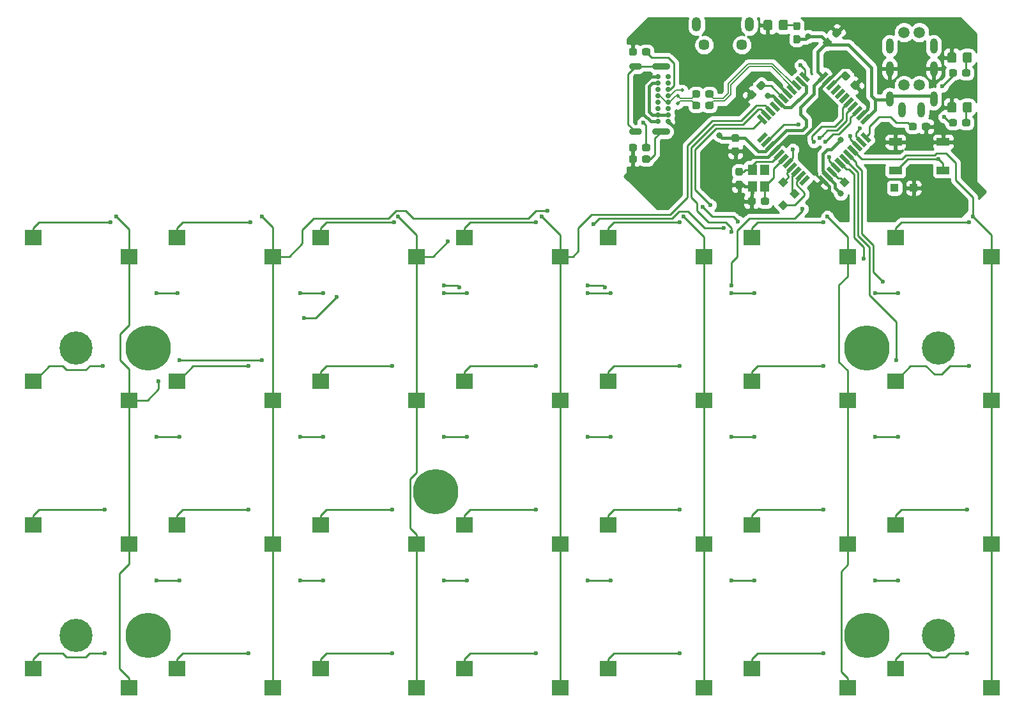
<source format=gtl>
G04 #@! TF.GenerationSoftware,KiCad,Pcbnew,5.1.5*
G04 #@! TF.CreationDate,2020-01-30T11:23:40+09:00*
G04 #@! TF.ProjectId,ergo42,6572676f-3432-42e6-9b69-6361645f7063,1.0.0-alpha*
G04 #@! TF.SameCoordinates,Original*
G04 #@! TF.FileFunction,Copper,L1,Top*
G04 #@! TF.FilePolarity,Positive*
%FSLAX46Y46*%
G04 Gerber Fmt 4.6, Leading zero omitted, Abs format (unit mm)*
G04 Created by KiCad (PCBNEW 5.1.5) date 2020-01-30 11:23:40*
%MOMM*%
%LPD*%
G04 APERTURE LIST*
%ADD10C,0.100000*%
%ADD11R,1.000000X1.000000*%
%ADD12C,4.400000*%
%ADD13C,6.000000*%
%ADD14O,1.000000X2.000000*%
%ADD15C,1.500000*%
%ADD16R,1.200000X1.400000*%
%ADD17R,1.700000X1.000000*%
%ADD18R,2.300000X2.000000*%
%ADD19O,1.200000X1.900000*%
%ADD20C,1.450000*%
%ADD21C,0.700000*%
%ADD22O,2.400000X0.900000*%
%ADD23O,1.700000X0.900000*%
%ADD24C,0.600000*%
%ADD25C,0.800000*%
%ADD26C,0.500000*%
%ADD27C,0.250000*%
%ADD28C,0.400000*%
%ADD29C,0.200000*%
%ADD30C,0.254000*%
G04 APERTURE END LIST*
G04 #@! TA.AperFunction,ComponentPad*
D10*
G36*
X179705000Y-63445107D02*
G01*
X178997893Y-62738000D01*
X179705000Y-62030893D01*
X180412107Y-62738000D01*
X179705000Y-63445107D01*
G37*
G04 #@! TD.AperFunction*
G04 #@! TA.AperFunction,ComponentPad*
G36*
X178181000Y-64969107D02*
G01*
X177473893Y-64262000D01*
X178181000Y-63554893D01*
X178888107Y-64262000D01*
X178181000Y-64969107D01*
G37*
G04 #@! TD.AperFunction*
D11*
X195453000Y-61976000D03*
G04 #@! TA.AperFunction,ComponentPad*
D10*
G36*
X186309000Y-61921107D02*
G01*
X185601893Y-61214000D01*
X186309000Y-60506893D01*
X187016107Y-61214000D01*
X186309000Y-61921107D01*
G37*
G04 #@! TD.AperFunction*
D11*
X192913000Y-61976000D03*
G04 #@! TA.AperFunction,ComponentPad*
D10*
G36*
X178181000Y-61921107D02*
G01*
X177473893Y-61214000D01*
X178181000Y-60506893D01*
X178888107Y-61214000D01*
X178181000Y-61921107D01*
G37*
G04 #@! TD.AperFunction*
G04 #@! TA.AperFunction,SMDPad,CuDef*
G36*
X180228779Y-40003144D02*
G01*
X180251834Y-40006563D01*
X180274443Y-40012227D01*
X180296387Y-40020079D01*
X180317457Y-40030044D01*
X180337448Y-40042026D01*
X180356168Y-40055910D01*
X180373438Y-40071562D01*
X180389090Y-40088832D01*
X180402974Y-40107552D01*
X180414956Y-40127543D01*
X180424921Y-40148613D01*
X180432773Y-40170557D01*
X180438437Y-40193166D01*
X180441856Y-40216221D01*
X180443000Y-40239500D01*
X180443000Y-40814500D01*
X180441856Y-40837779D01*
X180438437Y-40860834D01*
X180432773Y-40883443D01*
X180424921Y-40905387D01*
X180414956Y-40926457D01*
X180402974Y-40946448D01*
X180389090Y-40965168D01*
X180373438Y-40982438D01*
X180356168Y-40998090D01*
X180337448Y-41011974D01*
X180317457Y-41023956D01*
X180296387Y-41033921D01*
X180274443Y-41041773D01*
X180251834Y-41047437D01*
X180228779Y-41050856D01*
X180205500Y-41052000D01*
X179730500Y-41052000D01*
X179707221Y-41050856D01*
X179684166Y-41047437D01*
X179661557Y-41041773D01*
X179639613Y-41033921D01*
X179618543Y-41023956D01*
X179598552Y-41011974D01*
X179579832Y-40998090D01*
X179562562Y-40982438D01*
X179546910Y-40965168D01*
X179533026Y-40946448D01*
X179521044Y-40926457D01*
X179511079Y-40905387D01*
X179503227Y-40883443D01*
X179497563Y-40860834D01*
X179494144Y-40837779D01*
X179493000Y-40814500D01*
X179493000Y-40239500D01*
X179494144Y-40216221D01*
X179497563Y-40193166D01*
X179503227Y-40170557D01*
X179511079Y-40148613D01*
X179521044Y-40127543D01*
X179533026Y-40107552D01*
X179546910Y-40088832D01*
X179562562Y-40071562D01*
X179579832Y-40055910D01*
X179598552Y-40042026D01*
X179618543Y-40030044D01*
X179639613Y-40020079D01*
X179661557Y-40012227D01*
X179684166Y-40006563D01*
X179707221Y-40003144D01*
X179730500Y-40002000D01*
X180205500Y-40002000D01*
X180228779Y-40003144D01*
G37*
G04 #@! TD.AperFunction*
G04 #@! TA.AperFunction,SMDPad,CuDef*
G36*
X180228779Y-41753144D02*
G01*
X180251834Y-41756563D01*
X180274443Y-41762227D01*
X180296387Y-41770079D01*
X180317457Y-41780044D01*
X180337448Y-41792026D01*
X180356168Y-41805910D01*
X180373438Y-41821562D01*
X180389090Y-41838832D01*
X180402974Y-41857552D01*
X180414956Y-41877543D01*
X180424921Y-41898613D01*
X180432773Y-41920557D01*
X180438437Y-41943166D01*
X180441856Y-41966221D01*
X180443000Y-41989500D01*
X180443000Y-42564500D01*
X180441856Y-42587779D01*
X180438437Y-42610834D01*
X180432773Y-42633443D01*
X180424921Y-42655387D01*
X180414956Y-42676457D01*
X180402974Y-42696448D01*
X180389090Y-42715168D01*
X180373438Y-42732438D01*
X180356168Y-42748090D01*
X180337448Y-42761974D01*
X180317457Y-42773956D01*
X180296387Y-42783921D01*
X180274443Y-42791773D01*
X180251834Y-42797437D01*
X180228779Y-42800856D01*
X180205500Y-42802000D01*
X179730500Y-42802000D01*
X179707221Y-42800856D01*
X179684166Y-42797437D01*
X179661557Y-42791773D01*
X179639613Y-42783921D01*
X179618543Y-42773956D01*
X179598552Y-42761974D01*
X179579832Y-42748090D01*
X179562562Y-42732438D01*
X179546910Y-42715168D01*
X179533026Y-42696448D01*
X179521044Y-42676457D01*
X179511079Y-42655387D01*
X179503227Y-42633443D01*
X179497563Y-42610834D01*
X179494144Y-42587779D01*
X179493000Y-42564500D01*
X179493000Y-41989500D01*
X179494144Y-41966221D01*
X179497563Y-41943166D01*
X179503227Y-41920557D01*
X179511079Y-41898613D01*
X179521044Y-41877543D01*
X179533026Y-41857552D01*
X179546910Y-41838832D01*
X179562562Y-41821562D01*
X179579832Y-41805910D01*
X179598552Y-41792026D01*
X179618543Y-41780044D01*
X179639613Y-41770079D01*
X179661557Y-41762227D01*
X179684166Y-41756563D01*
X179707221Y-41753144D01*
X179730500Y-41752000D01*
X180205500Y-41752000D01*
X180228779Y-41753144D01*
G37*
G04 #@! TD.AperFunction*
G04 #@! TA.AperFunction,SMDPad,CuDef*
G36*
X178539505Y-39687204D02*
G01*
X178563773Y-39690804D01*
X178587572Y-39696765D01*
X178610671Y-39705030D01*
X178632850Y-39715520D01*
X178653893Y-39728132D01*
X178673599Y-39742747D01*
X178691777Y-39759223D01*
X178708253Y-39777401D01*
X178722868Y-39797107D01*
X178735480Y-39818150D01*
X178745970Y-39840329D01*
X178754235Y-39863428D01*
X178760196Y-39887227D01*
X178763796Y-39911495D01*
X178765000Y-39935999D01*
X178765000Y-40836001D01*
X178763796Y-40860505D01*
X178760196Y-40884773D01*
X178754235Y-40908572D01*
X178745970Y-40931671D01*
X178735480Y-40953850D01*
X178722868Y-40974893D01*
X178708253Y-40994599D01*
X178691777Y-41012777D01*
X178673599Y-41029253D01*
X178653893Y-41043868D01*
X178632850Y-41056480D01*
X178610671Y-41066970D01*
X178587572Y-41075235D01*
X178563773Y-41081196D01*
X178539505Y-41084796D01*
X178515001Y-41086000D01*
X177864999Y-41086000D01*
X177840495Y-41084796D01*
X177816227Y-41081196D01*
X177792428Y-41075235D01*
X177769329Y-41066970D01*
X177747150Y-41056480D01*
X177726107Y-41043868D01*
X177706401Y-41029253D01*
X177688223Y-41012777D01*
X177671747Y-40994599D01*
X177657132Y-40974893D01*
X177644520Y-40953850D01*
X177634030Y-40931671D01*
X177625765Y-40908572D01*
X177619804Y-40884773D01*
X177616204Y-40860505D01*
X177615000Y-40836001D01*
X177615000Y-39935999D01*
X177616204Y-39911495D01*
X177619804Y-39887227D01*
X177625765Y-39863428D01*
X177634030Y-39840329D01*
X177644520Y-39818150D01*
X177657132Y-39797107D01*
X177671747Y-39777401D01*
X177688223Y-39759223D01*
X177706401Y-39742747D01*
X177726107Y-39728132D01*
X177747150Y-39715520D01*
X177769329Y-39705030D01*
X177792428Y-39696765D01*
X177816227Y-39690804D01*
X177840495Y-39687204D01*
X177864999Y-39686000D01*
X178515001Y-39686000D01*
X178539505Y-39687204D01*
G37*
G04 #@! TD.AperFunction*
G04 #@! TA.AperFunction,SMDPad,CuDef*
G36*
X176489505Y-39687204D02*
G01*
X176513773Y-39690804D01*
X176537572Y-39696765D01*
X176560671Y-39705030D01*
X176582850Y-39715520D01*
X176603893Y-39728132D01*
X176623599Y-39742747D01*
X176641777Y-39759223D01*
X176658253Y-39777401D01*
X176672868Y-39797107D01*
X176685480Y-39818150D01*
X176695970Y-39840329D01*
X176704235Y-39863428D01*
X176710196Y-39887227D01*
X176713796Y-39911495D01*
X176715000Y-39935999D01*
X176715000Y-40836001D01*
X176713796Y-40860505D01*
X176710196Y-40884773D01*
X176704235Y-40908572D01*
X176695970Y-40931671D01*
X176685480Y-40953850D01*
X176672868Y-40974893D01*
X176658253Y-40994599D01*
X176641777Y-41012777D01*
X176623599Y-41029253D01*
X176603893Y-41043868D01*
X176582850Y-41056480D01*
X176560671Y-41066970D01*
X176537572Y-41075235D01*
X176513773Y-41081196D01*
X176489505Y-41084796D01*
X176465001Y-41086000D01*
X175814999Y-41086000D01*
X175790495Y-41084796D01*
X175766227Y-41081196D01*
X175742428Y-41075235D01*
X175719329Y-41066970D01*
X175697150Y-41056480D01*
X175676107Y-41043868D01*
X175656401Y-41029253D01*
X175638223Y-41012777D01*
X175621747Y-40994599D01*
X175607132Y-40974893D01*
X175594520Y-40953850D01*
X175584030Y-40931671D01*
X175575765Y-40908572D01*
X175569804Y-40884773D01*
X175566204Y-40860505D01*
X175565000Y-40836001D01*
X175565000Y-39935999D01*
X175566204Y-39911495D01*
X175569804Y-39887227D01*
X175575765Y-39863428D01*
X175584030Y-39840329D01*
X175594520Y-39818150D01*
X175607132Y-39797107D01*
X175621747Y-39777401D01*
X175638223Y-39759223D01*
X175656401Y-39742747D01*
X175676107Y-39728132D01*
X175697150Y-39715520D01*
X175719329Y-39705030D01*
X175742428Y-39696765D01*
X175766227Y-39690804D01*
X175790495Y-39687204D01*
X175814999Y-39686000D01*
X176465001Y-39686000D01*
X176489505Y-39687204D01*
G37*
G04 #@! TD.AperFunction*
D12*
X198755000Y-121285000D03*
X84455000Y-121285000D03*
X198755000Y-83185000D03*
X84455000Y-83185000D03*
D13*
X189230000Y-121285000D03*
D14*
X196483000Y-51678000D03*
X192283000Y-43178000D03*
X192283000Y-46178000D03*
X192283000Y-50178000D03*
D15*
X194183000Y-41378000D03*
X194183000Y-48378000D03*
D16*
X174079000Y-61806000D03*
X174079000Y-59606000D03*
X175679000Y-59606000D03*
X175679000Y-61806000D03*
D17*
X199365000Y-59685000D03*
X193065000Y-59685000D03*
X199365000Y-55885000D03*
X193065000Y-55885000D03*
D18*
X78755000Y-68540000D03*
X91455000Y-71080000D03*
G04 #@! TA.AperFunction,SMDPad,CuDef*
D10*
G36*
X197400779Y-53374144D02*
G01*
X197423834Y-53377563D01*
X197446443Y-53383227D01*
X197468387Y-53391079D01*
X197489457Y-53401044D01*
X197509448Y-53413026D01*
X197528168Y-53426910D01*
X197545438Y-53442562D01*
X197561090Y-53459832D01*
X197574974Y-53478552D01*
X197586956Y-53498543D01*
X197596921Y-53519613D01*
X197604773Y-53541557D01*
X197610437Y-53564166D01*
X197613856Y-53587221D01*
X197615000Y-53610500D01*
X197615000Y-54085500D01*
X197613856Y-54108779D01*
X197610437Y-54131834D01*
X197604773Y-54154443D01*
X197596921Y-54176387D01*
X197586956Y-54197457D01*
X197574974Y-54217448D01*
X197561090Y-54236168D01*
X197545438Y-54253438D01*
X197528168Y-54269090D01*
X197509448Y-54282974D01*
X197489457Y-54294956D01*
X197468387Y-54304921D01*
X197446443Y-54312773D01*
X197423834Y-54318437D01*
X197400779Y-54321856D01*
X197377500Y-54323000D01*
X196802500Y-54323000D01*
X196779221Y-54321856D01*
X196756166Y-54318437D01*
X196733557Y-54312773D01*
X196711613Y-54304921D01*
X196690543Y-54294956D01*
X196670552Y-54282974D01*
X196651832Y-54269090D01*
X196634562Y-54253438D01*
X196618910Y-54236168D01*
X196605026Y-54217448D01*
X196593044Y-54197457D01*
X196583079Y-54176387D01*
X196575227Y-54154443D01*
X196569563Y-54131834D01*
X196566144Y-54108779D01*
X196565000Y-54085500D01*
X196565000Y-53610500D01*
X196566144Y-53587221D01*
X196569563Y-53564166D01*
X196575227Y-53541557D01*
X196583079Y-53519613D01*
X196593044Y-53498543D01*
X196605026Y-53478552D01*
X196618910Y-53459832D01*
X196634562Y-53442562D01*
X196651832Y-53426910D01*
X196670552Y-53413026D01*
X196690543Y-53401044D01*
X196711613Y-53391079D01*
X196733557Y-53383227D01*
X196756166Y-53377563D01*
X196779221Y-53374144D01*
X196802500Y-53373000D01*
X197377500Y-53373000D01*
X197400779Y-53374144D01*
G37*
G04 #@! TD.AperFunction*
G04 #@! TA.AperFunction,SMDPad,CuDef*
G36*
X195650779Y-53374144D02*
G01*
X195673834Y-53377563D01*
X195696443Y-53383227D01*
X195718387Y-53391079D01*
X195739457Y-53401044D01*
X195759448Y-53413026D01*
X195778168Y-53426910D01*
X195795438Y-53442562D01*
X195811090Y-53459832D01*
X195824974Y-53478552D01*
X195836956Y-53498543D01*
X195846921Y-53519613D01*
X195854773Y-53541557D01*
X195860437Y-53564166D01*
X195863856Y-53587221D01*
X195865000Y-53610500D01*
X195865000Y-54085500D01*
X195863856Y-54108779D01*
X195860437Y-54131834D01*
X195854773Y-54154443D01*
X195846921Y-54176387D01*
X195836956Y-54197457D01*
X195824974Y-54217448D01*
X195811090Y-54236168D01*
X195795438Y-54253438D01*
X195778168Y-54269090D01*
X195759448Y-54282974D01*
X195739457Y-54294956D01*
X195718387Y-54304921D01*
X195696443Y-54312773D01*
X195673834Y-54318437D01*
X195650779Y-54321856D01*
X195627500Y-54323000D01*
X195052500Y-54323000D01*
X195029221Y-54321856D01*
X195006166Y-54318437D01*
X194983557Y-54312773D01*
X194961613Y-54304921D01*
X194940543Y-54294956D01*
X194920552Y-54282974D01*
X194901832Y-54269090D01*
X194884562Y-54253438D01*
X194868910Y-54236168D01*
X194855026Y-54217448D01*
X194843044Y-54197457D01*
X194833079Y-54176387D01*
X194825227Y-54154443D01*
X194819563Y-54131834D01*
X194816144Y-54108779D01*
X194815000Y-54085500D01*
X194815000Y-53610500D01*
X194816144Y-53587221D01*
X194819563Y-53564166D01*
X194825227Y-53541557D01*
X194833079Y-53519613D01*
X194843044Y-53498543D01*
X194855026Y-53478552D01*
X194868910Y-53459832D01*
X194884562Y-53442562D01*
X194901832Y-53426910D01*
X194920552Y-53413026D01*
X194940543Y-53401044D01*
X194961613Y-53391079D01*
X194983557Y-53383227D01*
X195006166Y-53377563D01*
X195029221Y-53374144D01*
X195052500Y-53373000D01*
X195627500Y-53373000D01*
X195650779Y-53374144D01*
G37*
G04 #@! TD.AperFunction*
G04 #@! TA.AperFunction,SMDPad,CuDef*
G36*
X158566779Y-56168144D02*
G01*
X158589834Y-56171563D01*
X158612443Y-56177227D01*
X158634387Y-56185079D01*
X158655457Y-56195044D01*
X158675448Y-56207026D01*
X158694168Y-56220910D01*
X158711438Y-56236562D01*
X158727090Y-56253832D01*
X158740974Y-56272552D01*
X158752956Y-56292543D01*
X158762921Y-56313613D01*
X158770773Y-56335557D01*
X158776437Y-56358166D01*
X158779856Y-56381221D01*
X158781000Y-56404500D01*
X158781000Y-56879500D01*
X158779856Y-56902779D01*
X158776437Y-56925834D01*
X158770773Y-56948443D01*
X158762921Y-56970387D01*
X158752956Y-56991457D01*
X158740974Y-57011448D01*
X158727090Y-57030168D01*
X158711438Y-57047438D01*
X158694168Y-57063090D01*
X158675448Y-57076974D01*
X158655457Y-57088956D01*
X158634387Y-57098921D01*
X158612443Y-57106773D01*
X158589834Y-57112437D01*
X158566779Y-57115856D01*
X158543500Y-57117000D01*
X157968500Y-57117000D01*
X157945221Y-57115856D01*
X157922166Y-57112437D01*
X157899557Y-57106773D01*
X157877613Y-57098921D01*
X157856543Y-57088956D01*
X157836552Y-57076974D01*
X157817832Y-57063090D01*
X157800562Y-57047438D01*
X157784910Y-57030168D01*
X157771026Y-57011448D01*
X157759044Y-56991457D01*
X157749079Y-56970387D01*
X157741227Y-56948443D01*
X157735563Y-56925834D01*
X157732144Y-56902779D01*
X157731000Y-56879500D01*
X157731000Y-56404500D01*
X157732144Y-56381221D01*
X157735563Y-56358166D01*
X157741227Y-56335557D01*
X157749079Y-56313613D01*
X157759044Y-56292543D01*
X157771026Y-56272552D01*
X157784910Y-56253832D01*
X157800562Y-56236562D01*
X157817832Y-56220910D01*
X157836552Y-56207026D01*
X157856543Y-56195044D01*
X157877613Y-56185079D01*
X157899557Y-56177227D01*
X157922166Y-56171563D01*
X157945221Y-56168144D01*
X157968500Y-56167000D01*
X158543500Y-56167000D01*
X158566779Y-56168144D01*
G37*
G04 #@! TD.AperFunction*
G04 #@! TA.AperFunction,SMDPad,CuDef*
G36*
X160316779Y-56168144D02*
G01*
X160339834Y-56171563D01*
X160362443Y-56177227D01*
X160384387Y-56185079D01*
X160405457Y-56195044D01*
X160425448Y-56207026D01*
X160444168Y-56220910D01*
X160461438Y-56236562D01*
X160477090Y-56253832D01*
X160490974Y-56272552D01*
X160502956Y-56292543D01*
X160512921Y-56313613D01*
X160520773Y-56335557D01*
X160526437Y-56358166D01*
X160529856Y-56381221D01*
X160531000Y-56404500D01*
X160531000Y-56879500D01*
X160529856Y-56902779D01*
X160526437Y-56925834D01*
X160520773Y-56948443D01*
X160512921Y-56970387D01*
X160502956Y-56991457D01*
X160490974Y-57011448D01*
X160477090Y-57030168D01*
X160461438Y-57047438D01*
X160444168Y-57063090D01*
X160425448Y-57076974D01*
X160405457Y-57088956D01*
X160384387Y-57098921D01*
X160362443Y-57106773D01*
X160339834Y-57112437D01*
X160316779Y-57115856D01*
X160293500Y-57117000D01*
X159718500Y-57117000D01*
X159695221Y-57115856D01*
X159672166Y-57112437D01*
X159649557Y-57106773D01*
X159627613Y-57098921D01*
X159606543Y-57088956D01*
X159586552Y-57076974D01*
X159567832Y-57063090D01*
X159550562Y-57047438D01*
X159534910Y-57030168D01*
X159521026Y-57011448D01*
X159509044Y-56991457D01*
X159499079Y-56970387D01*
X159491227Y-56948443D01*
X159485563Y-56925834D01*
X159482144Y-56902779D01*
X159481000Y-56879500D01*
X159481000Y-56404500D01*
X159482144Y-56381221D01*
X159485563Y-56358166D01*
X159491227Y-56335557D01*
X159499079Y-56313613D01*
X159509044Y-56292543D01*
X159521026Y-56272552D01*
X159534910Y-56253832D01*
X159550562Y-56236562D01*
X159567832Y-56220910D01*
X159586552Y-56207026D01*
X159606543Y-56195044D01*
X159627613Y-56185079D01*
X159649557Y-56177227D01*
X159672166Y-56171563D01*
X159695221Y-56168144D01*
X159718500Y-56167000D01*
X160293500Y-56167000D01*
X160316779Y-56168144D01*
G37*
G04 #@! TD.AperFunction*
G04 #@! TA.AperFunction,SMDPad,CuDef*
G36*
X158566779Y-43468144D02*
G01*
X158589834Y-43471563D01*
X158612443Y-43477227D01*
X158634387Y-43485079D01*
X158655457Y-43495044D01*
X158675448Y-43507026D01*
X158694168Y-43520910D01*
X158711438Y-43536562D01*
X158727090Y-43553832D01*
X158740974Y-43572552D01*
X158752956Y-43592543D01*
X158762921Y-43613613D01*
X158770773Y-43635557D01*
X158776437Y-43658166D01*
X158779856Y-43681221D01*
X158781000Y-43704500D01*
X158781000Y-44179500D01*
X158779856Y-44202779D01*
X158776437Y-44225834D01*
X158770773Y-44248443D01*
X158762921Y-44270387D01*
X158752956Y-44291457D01*
X158740974Y-44311448D01*
X158727090Y-44330168D01*
X158711438Y-44347438D01*
X158694168Y-44363090D01*
X158675448Y-44376974D01*
X158655457Y-44388956D01*
X158634387Y-44398921D01*
X158612443Y-44406773D01*
X158589834Y-44412437D01*
X158566779Y-44415856D01*
X158543500Y-44417000D01*
X157968500Y-44417000D01*
X157945221Y-44415856D01*
X157922166Y-44412437D01*
X157899557Y-44406773D01*
X157877613Y-44398921D01*
X157856543Y-44388956D01*
X157836552Y-44376974D01*
X157817832Y-44363090D01*
X157800562Y-44347438D01*
X157784910Y-44330168D01*
X157771026Y-44311448D01*
X157759044Y-44291457D01*
X157749079Y-44270387D01*
X157741227Y-44248443D01*
X157735563Y-44225834D01*
X157732144Y-44202779D01*
X157731000Y-44179500D01*
X157731000Y-43704500D01*
X157732144Y-43681221D01*
X157735563Y-43658166D01*
X157741227Y-43635557D01*
X157749079Y-43613613D01*
X157759044Y-43592543D01*
X157771026Y-43572552D01*
X157784910Y-43553832D01*
X157800562Y-43536562D01*
X157817832Y-43520910D01*
X157836552Y-43507026D01*
X157856543Y-43495044D01*
X157877613Y-43485079D01*
X157899557Y-43477227D01*
X157922166Y-43471563D01*
X157945221Y-43468144D01*
X157968500Y-43467000D01*
X158543500Y-43467000D01*
X158566779Y-43468144D01*
G37*
G04 #@! TD.AperFunction*
G04 #@! TA.AperFunction,SMDPad,CuDef*
G36*
X160316779Y-43468144D02*
G01*
X160339834Y-43471563D01*
X160362443Y-43477227D01*
X160384387Y-43485079D01*
X160405457Y-43495044D01*
X160425448Y-43507026D01*
X160444168Y-43520910D01*
X160461438Y-43536562D01*
X160477090Y-43553832D01*
X160490974Y-43572552D01*
X160502956Y-43592543D01*
X160512921Y-43613613D01*
X160520773Y-43635557D01*
X160526437Y-43658166D01*
X160529856Y-43681221D01*
X160531000Y-43704500D01*
X160531000Y-44179500D01*
X160529856Y-44202779D01*
X160526437Y-44225834D01*
X160520773Y-44248443D01*
X160512921Y-44270387D01*
X160502956Y-44291457D01*
X160490974Y-44311448D01*
X160477090Y-44330168D01*
X160461438Y-44347438D01*
X160444168Y-44363090D01*
X160425448Y-44376974D01*
X160405457Y-44388956D01*
X160384387Y-44398921D01*
X160362443Y-44406773D01*
X160339834Y-44412437D01*
X160316779Y-44415856D01*
X160293500Y-44417000D01*
X159718500Y-44417000D01*
X159695221Y-44415856D01*
X159672166Y-44412437D01*
X159649557Y-44406773D01*
X159627613Y-44398921D01*
X159606543Y-44388956D01*
X159586552Y-44376974D01*
X159567832Y-44363090D01*
X159550562Y-44347438D01*
X159534910Y-44330168D01*
X159521026Y-44311448D01*
X159509044Y-44291457D01*
X159499079Y-44270387D01*
X159491227Y-44248443D01*
X159485563Y-44225834D01*
X159482144Y-44202779D01*
X159481000Y-44179500D01*
X159481000Y-43704500D01*
X159482144Y-43681221D01*
X159485563Y-43658166D01*
X159491227Y-43635557D01*
X159499079Y-43613613D01*
X159509044Y-43592543D01*
X159521026Y-43572552D01*
X159534910Y-43553832D01*
X159550562Y-43536562D01*
X159567832Y-43520910D01*
X159586552Y-43507026D01*
X159606543Y-43495044D01*
X159627613Y-43485079D01*
X159649557Y-43477227D01*
X159672166Y-43471563D01*
X159695221Y-43468144D01*
X159718500Y-43467000D01*
X160293500Y-43467000D01*
X160316779Y-43468144D01*
G37*
G04 #@! TD.AperFunction*
G04 #@! TA.AperFunction,SMDPad,CuDef*
G36*
X202734779Y-46262144D02*
G01*
X202757834Y-46265563D01*
X202780443Y-46271227D01*
X202802387Y-46279079D01*
X202823457Y-46289044D01*
X202843448Y-46301026D01*
X202862168Y-46314910D01*
X202879438Y-46330562D01*
X202895090Y-46347832D01*
X202908974Y-46366552D01*
X202920956Y-46386543D01*
X202930921Y-46407613D01*
X202938773Y-46429557D01*
X202944437Y-46452166D01*
X202947856Y-46475221D01*
X202949000Y-46498500D01*
X202949000Y-46973500D01*
X202947856Y-46996779D01*
X202944437Y-47019834D01*
X202938773Y-47042443D01*
X202930921Y-47064387D01*
X202920956Y-47085457D01*
X202908974Y-47105448D01*
X202895090Y-47124168D01*
X202879438Y-47141438D01*
X202862168Y-47157090D01*
X202843448Y-47170974D01*
X202823457Y-47182956D01*
X202802387Y-47192921D01*
X202780443Y-47200773D01*
X202757834Y-47206437D01*
X202734779Y-47209856D01*
X202711500Y-47211000D01*
X202136500Y-47211000D01*
X202113221Y-47209856D01*
X202090166Y-47206437D01*
X202067557Y-47200773D01*
X202045613Y-47192921D01*
X202024543Y-47182956D01*
X202004552Y-47170974D01*
X201985832Y-47157090D01*
X201968562Y-47141438D01*
X201952910Y-47124168D01*
X201939026Y-47105448D01*
X201927044Y-47085457D01*
X201917079Y-47064387D01*
X201909227Y-47042443D01*
X201903563Y-47019834D01*
X201900144Y-46996779D01*
X201899000Y-46973500D01*
X201899000Y-46498500D01*
X201900144Y-46475221D01*
X201903563Y-46452166D01*
X201909227Y-46429557D01*
X201917079Y-46407613D01*
X201927044Y-46386543D01*
X201939026Y-46366552D01*
X201952910Y-46347832D01*
X201968562Y-46330562D01*
X201985832Y-46314910D01*
X202004552Y-46301026D01*
X202024543Y-46289044D01*
X202045613Y-46279079D01*
X202067557Y-46271227D01*
X202090166Y-46265563D01*
X202113221Y-46262144D01*
X202136500Y-46261000D01*
X202711500Y-46261000D01*
X202734779Y-46262144D01*
G37*
G04 #@! TD.AperFunction*
G04 #@! TA.AperFunction,SMDPad,CuDef*
G36*
X200984779Y-46262144D02*
G01*
X201007834Y-46265563D01*
X201030443Y-46271227D01*
X201052387Y-46279079D01*
X201073457Y-46289044D01*
X201093448Y-46301026D01*
X201112168Y-46314910D01*
X201129438Y-46330562D01*
X201145090Y-46347832D01*
X201158974Y-46366552D01*
X201170956Y-46386543D01*
X201180921Y-46407613D01*
X201188773Y-46429557D01*
X201194437Y-46452166D01*
X201197856Y-46475221D01*
X201199000Y-46498500D01*
X201199000Y-46973500D01*
X201197856Y-46996779D01*
X201194437Y-47019834D01*
X201188773Y-47042443D01*
X201180921Y-47064387D01*
X201170956Y-47085457D01*
X201158974Y-47105448D01*
X201145090Y-47124168D01*
X201129438Y-47141438D01*
X201112168Y-47157090D01*
X201093448Y-47170974D01*
X201073457Y-47182956D01*
X201052387Y-47192921D01*
X201030443Y-47200773D01*
X201007834Y-47206437D01*
X200984779Y-47209856D01*
X200961500Y-47211000D01*
X200386500Y-47211000D01*
X200363221Y-47209856D01*
X200340166Y-47206437D01*
X200317557Y-47200773D01*
X200295613Y-47192921D01*
X200274543Y-47182956D01*
X200254552Y-47170974D01*
X200235832Y-47157090D01*
X200218562Y-47141438D01*
X200202910Y-47124168D01*
X200189026Y-47105448D01*
X200177044Y-47085457D01*
X200167079Y-47064387D01*
X200159227Y-47042443D01*
X200153563Y-47019834D01*
X200150144Y-46996779D01*
X200149000Y-46973500D01*
X200149000Y-46498500D01*
X200150144Y-46475221D01*
X200153563Y-46452166D01*
X200159227Y-46429557D01*
X200167079Y-46407613D01*
X200177044Y-46386543D01*
X200189026Y-46366552D01*
X200202910Y-46347832D01*
X200218562Y-46330562D01*
X200235832Y-46314910D01*
X200254552Y-46301026D01*
X200274543Y-46289044D01*
X200295613Y-46279079D01*
X200317557Y-46271227D01*
X200340166Y-46265563D01*
X200363221Y-46262144D01*
X200386500Y-46261000D01*
X200961500Y-46261000D01*
X200984779Y-46262144D01*
G37*
G04 #@! TD.AperFunction*
G04 #@! TA.AperFunction,SMDPad,CuDef*
G36*
X202734779Y-52866144D02*
G01*
X202757834Y-52869563D01*
X202780443Y-52875227D01*
X202802387Y-52883079D01*
X202823457Y-52893044D01*
X202843448Y-52905026D01*
X202862168Y-52918910D01*
X202879438Y-52934562D01*
X202895090Y-52951832D01*
X202908974Y-52970552D01*
X202920956Y-52990543D01*
X202930921Y-53011613D01*
X202938773Y-53033557D01*
X202944437Y-53056166D01*
X202947856Y-53079221D01*
X202949000Y-53102500D01*
X202949000Y-53577500D01*
X202947856Y-53600779D01*
X202944437Y-53623834D01*
X202938773Y-53646443D01*
X202930921Y-53668387D01*
X202920956Y-53689457D01*
X202908974Y-53709448D01*
X202895090Y-53728168D01*
X202879438Y-53745438D01*
X202862168Y-53761090D01*
X202843448Y-53774974D01*
X202823457Y-53786956D01*
X202802387Y-53796921D01*
X202780443Y-53804773D01*
X202757834Y-53810437D01*
X202734779Y-53813856D01*
X202711500Y-53815000D01*
X202136500Y-53815000D01*
X202113221Y-53813856D01*
X202090166Y-53810437D01*
X202067557Y-53804773D01*
X202045613Y-53796921D01*
X202024543Y-53786956D01*
X202004552Y-53774974D01*
X201985832Y-53761090D01*
X201968562Y-53745438D01*
X201952910Y-53728168D01*
X201939026Y-53709448D01*
X201927044Y-53689457D01*
X201917079Y-53668387D01*
X201909227Y-53646443D01*
X201903563Y-53623834D01*
X201900144Y-53600779D01*
X201899000Y-53577500D01*
X201899000Y-53102500D01*
X201900144Y-53079221D01*
X201903563Y-53056166D01*
X201909227Y-53033557D01*
X201917079Y-53011613D01*
X201927044Y-52990543D01*
X201939026Y-52970552D01*
X201952910Y-52951832D01*
X201968562Y-52934562D01*
X201985832Y-52918910D01*
X202004552Y-52905026D01*
X202024543Y-52893044D01*
X202045613Y-52883079D01*
X202067557Y-52875227D01*
X202090166Y-52869563D01*
X202113221Y-52866144D01*
X202136500Y-52865000D01*
X202711500Y-52865000D01*
X202734779Y-52866144D01*
G37*
G04 #@! TD.AperFunction*
G04 #@! TA.AperFunction,SMDPad,CuDef*
G36*
X200984779Y-52866144D02*
G01*
X201007834Y-52869563D01*
X201030443Y-52875227D01*
X201052387Y-52883079D01*
X201073457Y-52893044D01*
X201093448Y-52905026D01*
X201112168Y-52918910D01*
X201129438Y-52934562D01*
X201145090Y-52951832D01*
X201158974Y-52970552D01*
X201170956Y-52990543D01*
X201180921Y-53011613D01*
X201188773Y-53033557D01*
X201194437Y-53056166D01*
X201197856Y-53079221D01*
X201199000Y-53102500D01*
X201199000Y-53577500D01*
X201197856Y-53600779D01*
X201194437Y-53623834D01*
X201188773Y-53646443D01*
X201180921Y-53668387D01*
X201170956Y-53689457D01*
X201158974Y-53709448D01*
X201145090Y-53728168D01*
X201129438Y-53745438D01*
X201112168Y-53761090D01*
X201093448Y-53774974D01*
X201073457Y-53786956D01*
X201052387Y-53796921D01*
X201030443Y-53804773D01*
X201007834Y-53810437D01*
X200984779Y-53813856D01*
X200961500Y-53815000D01*
X200386500Y-53815000D01*
X200363221Y-53813856D01*
X200340166Y-53810437D01*
X200317557Y-53804773D01*
X200295613Y-53796921D01*
X200274543Y-53786956D01*
X200254552Y-53774974D01*
X200235832Y-53761090D01*
X200218562Y-53745438D01*
X200202910Y-53728168D01*
X200189026Y-53709448D01*
X200177044Y-53689457D01*
X200167079Y-53668387D01*
X200159227Y-53646443D01*
X200153563Y-53623834D01*
X200150144Y-53600779D01*
X200149000Y-53577500D01*
X200149000Y-53102500D01*
X200150144Y-53079221D01*
X200153563Y-53056166D01*
X200159227Y-53033557D01*
X200167079Y-53011613D01*
X200177044Y-52990543D01*
X200189026Y-52970552D01*
X200202910Y-52951832D01*
X200218562Y-52934562D01*
X200235832Y-52918910D01*
X200254552Y-52905026D01*
X200274543Y-52893044D01*
X200295613Y-52883079D01*
X200317557Y-52875227D01*
X200340166Y-52869563D01*
X200363221Y-52866144D01*
X200386500Y-52865000D01*
X200961500Y-52865000D01*
X200984779Y-52866144D01*
G37*
G04 #@! TD.AperFunction*
G04 #@! TA.AperFunction,SMDPad,CuDef*
G36*
X158566779Y-57692144D02*
G01*
X158589834Y-57695563D01*
X158612443Y-57701227D01*
X158634387Y-57709079D01*
X158655457Y-57719044D01*
X158675448Y-57731026D01*
X158694168Y-57744910D01*
X158711438Y-57760562D01*
X158727090Y-57777832D01*
X158740974Y-57796552D01*
X158752956Y-57816543D01*
X158762921Y-57837613D01*
X158770773Y-57859557D01*
X158776437Y-57882166D01*
X158779856Y-57905221D01*
X158781000Y-57928500D01*
X158781000Y-58403500D01*
X158779856Y-58426779D01*
X158776437Y-58449834D01*
X158770773Y-58472443D01*
X158762921Y-58494387D01*
X158752956Y-58515457D01*
X158740974Y-58535448D01*
X158727090Y-58554168D01*
X158711438Y-58571438D01*
X158694168Y-58587090D01*
X158675448Y-58600974D01*
X158655457Y-58612956D01*
X158634387Y-58622921D01*
X158612443Y-58630773D01*
X158589834Y-58636437D01*
X158566779Y-58639856D01*
X158543500Y-58641000D01*
X157968500Y-58641000D01*
X157945221Y-58639856D01*
X157922166Y-58636437D01*
X157899557Y-58630773D01*
X157877613Y-58622921D01*
X157856543Y-58612956D01*
X157836552Y-58600974D01*
X157817832Y-58587090D01*
X157800562Y-58571438D01*
X157784910Y-58554168D01*
X157771026Y-58535448D01*
X157759044Y-58515457D01*
X157749079Y-58494387D01*
X157741227Y-58472443D01*
X157735563Y-58449834D01*
X157732144Y-58426779D01*
X157731000Y-58403500D01*
X157731000Y-57928500D01*
X157732144Y-57905221D01*
X157735563Y-57882166D01*
X157741227Y-57859557D01*
X157749079Y-57837613D01*
X157759044Y-57816543D01*
X157771026Y-57796552D01*
X157784910Y-57777832D01*
X157800562Y-57760562D01*
X157817832Y-57744910D01*
X157836552Y-57731026D01*
X157856543Y-57719044D01*
X157877613Y-57709079D01*
X157899557Y-57701227D01*
X157922166Y-57695563D01*
X157945221Y-57692144D01*
X157968500Y-57691000D01*
X158543500Y-57691000D01*
X158566779Y-57692144D01*
G37*
G04 #@! TD.AperFunction*
G04 #@! TA.AperFunction,SMDPad,CuDef*
G36*
X160316779Y-57692144D02*
G01*
X160339834Y-57695563D01*
X160362443Y-57701227D01*
X160384387Y-57709079D01*
X160405457Y-57719044D01*
X160425448Y-57731026D01*
X160444168Y-57744910D01*
X160461438Y-57760562D01*
X160477090Y-57777832D01*
X160490974Y-57796552D01*
X160502956Y-57816543D01*
X160512921Y-57837613D01*
X160520773Y-57859557D01*
X160526437Y-57882166D01*
X160529856Y-57905221D01*
X160531000Y-57928500D01*
X160531000Y-58403500D01*
X160529856Y-58426779D01*
X160526437Y-58449834D01*
X160520773Y-58472443D01*
X160512921Y-58494387D01*
X160502956Y-58515457D01*
X160490974Y-58535448D01*
X160477090Y-58554168D01*
X160461438Y-58571438D01*
X160444168Y-58587090D01*
X160425448Y-58600974D01*
X160405457Y-58612956D01*
X160384387Y-58622921D01*
X160362443Y-58630773D01*
X160339834Y-58636437D01*
X160316779Y-58639856D01*
X160293500Y-58641000D01*
X159718500Y-58641000D01*
X159695221Y-58639856D01*
X159672166Y-58636437D01*
X159649557Y-58630773D01*
X159627613Y-58622921D01*
X159606543Y-58612956D01*
X159586552Y-58600974D01*
X159567832Y-58587090D01*
X159550562Y-58571438D01*
X159534910Y-58554168D01*
X159521026Y-58535448D01*
X159509044Y-58515457D01*
X159499079Y-58494387D01*
X159491227Y-58472443D01*
X159485563Y-58449834D01*
X159482144Y-58426779D01*
X159481000Y-58403500D01*
X159481000Y-57928500D01*
X159482144Y-57905221D01*
X159485563Y-57882166D01*
X159491227Y-57859557D01*
X159499079Y-57837613D01*
X159509044Y-57816543D01*
X159521026Y-57796552D01*
X159534910Y-57777832D01*
X159550562Y-57760562D01*
X159567832Y-57744910D01*
X159586552Y-57731026D01*
X159606543Y-57719044D01*
X159627613Y-57709079D01*
X159649557Y-57701227D01*
X159672166Y-57695563D01*
X159695221Y-57692144D01*
X159718500Y-57691000D01*
X160293500Y-57691000D01*
X160316779Y-57692144D01*
G37*
G04 #@! TD.AperFunction*
G04 #@! TA.AperFunction,SMDPad,CuDef*
G36*
X166948779Y-50580144D02*
G01*
X166971834Y-50583563D01*
X166994443Y-50589227D01*
X167016387Y-50597079D01*
X167037457Y-50607044D01*
X167057448Y-50619026D01*
X167076168Y-50632910D01*
X167093438Y-50648562D01*
X167109090Y-50665832D01*
X167122974Y-50684552D01*
X167134956Y-50704543D01*
X167144921Y-50725613D01*
X167152773Y-50747557D01*
X167158437Y-50770166D01*
X167161856Y-50793221D01*
X167163000Y-50816500D01*
X167163000Y-51291500D01*
X167161856Y-51314779D01*
X167158437Y-51337834D01*
X167152773Y-51360443D01*
X167144921Y-51382387D01*
X167134956Y-51403457D01*
X167122974Y-51423448D01*
X167109090Y-51442168D01*
X167093438Y-51459438D01*
X167076168Y-51475090D01*
X167057448Y-51488974D01*
X167037457Y-51500956D01*
X167016387Y-51510921D01*
X166994443Y-51518773D01*
X166971834Y-51524437D01*
X166948779Y-51527856D01*
X166925500Y-51529000D01*
X166350500Y-51529000D01*
X166327221Y-51527856D01*
X166304166Y-51524437D01*
X166281557Y-51518773D01*
X166259613Y-51510921D01*
X166238543Y-51500956D01*
X166218552Y-51488974D01*
X166199832Y-51475090D01*
X166182562Y-51459438D01*
X166166910Y-51442168D01*
X166153026Y-51423448D01*
X166141044Y-51403457D01*
X166131079Y-51382387D01*
X166123227Y-51360443D01*
X166117563Y-51337834D01*
X166114144Y-51314779D01*
X166113000Y-51291500D01*
X166113000Y-50816500D01*
X166114144Y-50793221D01*
X166117563Y-50770166D01*
X166123227Y-50747557D01*
X166131079Y-50725613D01*
X166141044Y-50704543D01*
X166153026Y-50684552D01*
X166166910Y-50665832D01*
X166182562Y-50648562D01*
X166199832Y-50632910D01*
X166218552Y-50619026D01*
X166238543Y-50607044D01*
X166259613Y-50597079D01*
X166281557Y-50589227D01*
X166304166Y-50583563D01*
X166327221Y-50580144D01*
X166350500Y-50579000D01*
X166925500Y-50579000D01*
X166948779Y-50580144D01*
G37*
G04 #@! TD.AperFunction*
G04 #@! TA.AperFunction,SMDPad,CuDef*
G36*
X168698779Y-50580144D02*
G01*
X168721834Y-50583563D01*
X168744443Y-50589227D01*
X168766387Y-50597079D01*
X168787457Y-50607044D01*
X168807448Y-50619026D01*
X168826168Y-50632910D01*
X168843438Y-50648562D01*
X168859090Y-50665832D01*
X168872974Y-50684552D01*
X168884956Y-50704543D01*
X168894921Y-50725613D01*
X168902773Y-50747557D01*
X168908437Y-50770166D01*
X168911856Y-50793221D01*
X168913000Y-50816500D01*
X168913000Y-51291500D01*
X168911856Y-51314779D01*
X168908437Y-51337834D01*
X168902773Y-51360443D01*
X168894921Y-51382387D01*
X168884956Y-51403457D01*
X168872974Y-51423448D01*
X168859090Y-51442168D01*
X168843438Y-51459438D01*
X168826168Y-51475090D01*
X168807448Y-51488974D01*
X168787457Y-51500956D01*
X168766387Y-51510921D01*
X168744443Y-51518773D01*
X168721834Y-51524437D01*
X168698779Y-51527856D01*
X168675500Y-51529000D01*
X168100500Y-51529000D01*
X168077221Y-51527856D01*
X168054166Y-51524437D01*
X168031557Y-51518773D01*
X168009613Y-51510921D01*
X167988543Y-51500956D01*
X167968552Y-51488974D01*
X167949832Y-51475090D01*
X167932562Y-51459438D01*
X167916910Y-51442168D01*
X167903026Y-51423448D01*
X167891044Y-51403457D01*
X167881079Y-51382387D01*
X167873227Y-51360443D01*
X167867563Y-51337834D01*
X167864144Y-51314779D01*
X167863000Y-51291500D01*
X167863000Y-50816500D01*
X167864144Y-50793221D01*
X167867563Y-50770166D01*
X167873227Y-50747557D01*
X167881079Y-50725613D01*
X167891044Y-50704543D01*
X167903026Y-50684552D01*
X167916910Y-50665832D01*
X167932562Y-50648562D01*
X167949832Y-50632910D01*
X167968552Y-50619026D01*
X167988543Y-50607044D01*
X168009613Y-50597079D01*
X168031557Y-50589227D01*
X168054166Y-50583563D01*
X168077221Y-50580144D01*
X168100500Y-50579000D01*
X168675500Y-50579000D01*
X168698779Y-50580144D01*
G37*
G04 #@! TD.AperFunction*
G04 #@! TA.AperFunction,SMDPad,CuDef*
G36*
X166948779Y-49056144D02*
G01*
X166971834Y-49059563D01*
X166994443Y-49065227D01*
X167016387Y-49073079D01*
X167037457Y-49083044D01*
X167057448Y-49095026D01*
X167076168Y-49108910D01*
X167093438Y-49124562D01*
X167109090Y-49141832D01*
X167122974Y-49160552D01*
X167134956Y-49180543D01*
X167144921Y-49201613D01*
X167152773Y-49223557D01*
X167158437Y-49246166D01*
X167161856Y-49269221D01*
X167163000Y-49292500D01*
X167163000Y-49767500D01*
X167161856Y-49790779D01*
X167158437Y-49813834D01*
X167152773Y-49836443D01*
X167144921Y-49858387D01*
X167134956Y-49879457D01*
X167122974Y-49899448D01*
X167109090Y-49918168D01*
X167093438Y-49935438D01*
X167076168Y-49951090D01*
X167057448Y-49964974D01*
X167037457Y-49976956D01*
X167016387Y-49986921D01*
X166994443Y-49994773D01*
X166971834Y-50000437D01*
X166948779Y-50003856D01*
X166925500Y-50005000D01*
X166350500Y-50005000D01*
X166327221Y-50003856D01*
X166304166Y-50000437D01*
X166281557Y-49994773D01*
X166259613Y-49986921D01*
X166238543Y-49976956D01*
X166218552Y-49964974D01*
X166199832Y-49951090D01*
X166182562Y-49935438D01*
X166166910Y-49918168D01*
X166153026Y-49899448D01*
X166141044Y-49879457D01*
X166131079Y-49858387D01*
X166123227Y-49836443D01*
X166117563Y-49813834D01*
X166114144Y-49790779D01*
X166113000Y-49767500D01*
X166113000Y-49292500D01*
X166114144Y-49269221D01*
X166117563Y-49246166D01*
X166123227Y-49223557D01*
X166131079Y-49201613D01*
X166141044Y-49180543D01*
X166153026Y-49160552D01*
X166166910Y-49141832D01*
X166182562Y-49124562D01*
X166199832Y-49108910D01*
X166218552Y-49095026D01*
X166238543Y-49083044D01*
X166259613Y-49073079D01*
X166281557Y-49065227D01*
X166304166Y-49059563D01*
X166327221Y-49056144D01*
X166350500Y-49055000D01*
X166925500Y-49055000D01*
X166948779Y-49056144D01*
G37*
G04 #@! TD.AperFunction*
G04 #@! TA.AperFunction,SMDPad,CuDef*
G36*
X168698779Y-49056144D02*
G01*
X168721834Y-49059563D01*
X168744443Y-49065227D01*
X168766387Y-49073079D01*
X168787457Y-49083044D01*
X168807448Y-49095026D01*
X168826168Y-49108910D01*
X168843438Y-49124562D01*
X168859090Y-49141832D01*
X168872974Y-49160552D01*
X168884956Y-49180543D01*
X168894921Y-49201613D01*
X168902773Y-49223557D01*
X168908437Y-49246166D01*
X168911856Y-49269221D01*
X168913000Y-49292500D01*
X168913000Y-49767500D01*
X168911856Y-49790779D01*
X168908437Y-49813834D01*
X168902773Y-49836443D01*
X168894921Y-49858387D01*
X168884956Y-49879457D01*
X168872974Y-49899448D01*
X168859090Y-49918168D01*
X168843438Y-49935438D01*
X168826168Y-49951090D01*
X168807448Y-49964974D01*
X168787457Y-49976956D01*
X168766387Y-49986921D01*
X168744443Y-49994773D01*
X168721834Y-50000437D01*
X168698779Y-50003856D01*
X168675500Y-50005000D01*
X168100500Y-50005000D01*
X168077221Y-50003856D01*
X168054166Y-50000437D01*
X168031557Y-49994773D01*
X168009613Y-49986921D01*
X167988543Y-49976956D01*
X167968552Y-49964974D01*
X167949832Y-49951090D01*
X167932562Y-49935438D01*
X167916910Y-49918168D01*
X167903026Y-49899448D01*
X167891044Y-49879457D01*
X167881079Y-49858387D01*
X167873227Y-49836443D01*
X167867563Y-49813834D01*
X167864144Y-49790779D01*
X167863000Y-49767500D01*
X167863000Y-49292500D01*
X167864144Y-49269221D01*
X167867563Y-49246166D01*
X167873227Y-49223557D01*
X167881079Y-49201613D01*
X167891044Y-49180543D01*
X167903026Y-49160552D01*
X167916910Y-49141832D01*
X167932562Y-49124562D01*
X167949832Y-49108910D01*
X167968552Y-49095026D01*
X167988543Y-49083044D01*
X168009613Y-49073079D01*
X168031557Y-49065227D01*
X168054166Y-49059563D01*
X168077221Y-49056144D01*
X168100500Y-49055000D01*
X168675500Y-49055000D01*
X168698779Y-49056144D01*
G37*
G04 #@! TD.AperFunction*
D19*
X173680000Y-40322500D03*
X166680000Y-40322500D03*
D20*
X172680000Y-43022500D03*
X167680000Y-43022500D03*
D14*
X193915000Y-51678000D03*
X198115000Y-43178000D03*
X198115000Y-46178000D03*
X198115000Y-50178000D03*
D15*
X196215000Y-41378000D03*
X196215000Y-48378000D03*
D13*
X93980000Y-121285000D03*
X132080000Y-102235000D03*
X189230000Y-83185000D03*
X93980000Y-83185000D03*
G04 #@! TA.AperFunction,SMDPad,CuDef*
D10*
G36*
X202923505Y-44005204D02*
G01*
X202947773Y-44008804D01*
X202971572Y-44014765D01*
X202994671Y-44023030D01*
X203016850Y-44033520D01*
X203037893Y-44046132D01*
X203057599Y-44060747D01*
X203075777Y-44077223D01*
X203092253Y-44095401D01*
X203106868Y-44115107D01*
X203119480Y-44136150D01*
X203129970Y-44158329D01*
X203138235Y-44181428D01*
X203144196Y-44205227D01*
X203147796Y-44229495D01*
X203149000Y-44253999D01*
X203149000Y-45154001D01*
X203147796Y-45178505D01*
X203144196Y-45202773D01*
X203138235Y-45226572D01*
X203129970Y-45249671D01*
X203119480Y-45271850D01*
X203106868Y-45292893D01*
X203092253Y-45312599D01*
X203075777Y-45330777D01*
X203057599Y-45347253D01*
X203037893Y-45361868D01*
X203016850Y-45374480D01*
X202994671Y-45384970D01*
X202971572Y-45393235D01*
X202947773Y-45399196D01*
X202923505Y-45402796D01*
X202899001Y-45404000D01*
X202248999Y-45404000D01*
X202224495Y-45402796D01*
X202200227Y-45399196D01*
X202176428Y-45393235D01*
X202153329Y-45384970D01*
X202131150Y-45374480D01*
X202110107Y-45361868D01*
X202090401Y-45347253D01*
X202072223Y-45330777D01*
X202055747Y-45312599D01*
X202041132Y-45292893D01*
X202028520Y-45271850D01*
X202018030Y-45249671D01*
X202009765Y-45226572D01*
X202003804Y-45202773D01*
X202000204Y-45178505D01*
X201999000Y-45154001D01*
X201999000Y-44253999D01*
X202000204Y-44229495D01*
X202003804Y-44205227D01*
X202009765Y-44181428D01*
X202018030Y-44158329D01*
X202028520Y-44136150D01*
X202041132Y-44115107D01*
X202055747Y-44095401D01*
X202072223Y-44077223D01*
X202090401Y-44060747D01*
X202110107Y-44046132D01*
X202131150Y-44033520D01*
X202153329Y-44023030D01*
X202176428Y-44014765D01*
X202200227Y-44008804D01*
X202224495Y-44005204D01*
X202248999Y-44004000D01*
X202899001Y-44004000D01*
X202923505Y-44005204D01*
G37*
G04 #@! TD.AperFunction*
G04 #@! TA.AperFunction,SMDPad,CuDef*
G36*
X200873505Y-44005204D02*
G01*
X200897773Y-44008804D01*
X200921572Y-44014765D01*
X200944671Y-44023030D01*
X200966850Y-44033520D01*
X200987893Y-44046132D01*
X201007599Y-44060747D01*
X201025777Y-44077223D01*
X201042253Y-44095401D01*
X201056868Y-44115107D01*
X201069480Y-44136150D01*
X201079970Y-44158329D01*
X201088235Y-44181428D01*
X201094196Y-44205227D01*
X201097796Y-44229495D01*
X201099000Y-44253999D01*
X201099000Y-45154001D01*
X201097796Y-45178505D01*
X201094196Y-45202773D01*
X201088235Y-45226572D01*
X201079970Y-45249671D01*
X201069480Y-45271850D01*
X201056868Y-45292893D01*
X201042253Y-45312599D01*
X201025777Y-45330777D01*
X201007599Y-45347253D01*
X200987893Y-45361868D01*
X200966850Y-45374480D01*
X200944671Y-45384970D01*
X200921572Y-45393235D01*
X200897773Y-45399196D01*
X200873505Y-45402796D01*
X200849001Y-45404000D01*
X200198999Y-45404000D01*
X200174495Y-45402796D01*
X200150227Y-45399196D01*
X200126428Y-45393235D01*
X200103329Y-45384970D01*
X200081150Y-45374480D01*
X200060107Y-45361868D01*
X200040401Y-45347253D01*
X200022223Y-45330777D01*
X200005747Y-45312599D01*
X199991132Y-45292893D01*
X199978520Y-45271850D01*
X199968030Y-45249671D01*
X199959765Y-45226572D01*
X199953804Y-45202773D01*
X199950204Y-45178505D01*
X199949000Y-45154001D01*
X199949000Y-44253999D01*
X199950204Y-44229495D01*
X199953804Y-44205227D01*
X199959765Y-44181428D01*
X199968030Y-44158329D01*
X199978520Y-44136150D01*
X199991132Y-44115107D01*
X200005747Y-44095401D01*
X200022223Y-44077223D01*
X200040401Y-44060747D01*
X200060107Y-44046132D01*
X200081150Y-44033520D01*
X200103329Y-44023030D01*
X200126428Y-44014765D01*
X200150227Y-44008804D01*
X200174495Y-44005204D01*
X200198999Y-44004000D01*
X200849001Y-44004000D01*
X200873505Y-44005204D01*
G37*
G04 #@! TD.AperFunction*
G04 #@! TA.AperFunction,SMDPad,CuDef*
G36*
X202923505Y-50609204D02*
G01*
X202947773Y-50612804D01*
X202971572Y-50618765D01*
X202994671Y-50627030D01*
X203016850Y-50637520D01*
X203037893Y-50650132D01*
X203057599Y-50664747D01*
X203075777Y-50681223D01*
X203092253Y-50699401D01*
X203106868Y-50719107D01*
X203119480Y-50740150D01*
X203129970Y-50762329D01*
X203138235Y-50785428D01*
X203144196Y-50809227D01*
X203147796Y-50833495D01*
X203149000Y-50857999D01*
X203149000Y-51758001D01*
X203147796Y-51782505D01*
X203144196Y-51806773D01*
X203138235Y-51830572D01*
X203129970Y-51853671D01*
X203119480Y-51875850D01*
X203106868Y-51896893D01*
X203092253Y-51916599D01*
X203075777Y-51934777D01*
X203057599Y-51951253D01*
X203037893Y-51965868D01*
X203016850Y-51978480D01*
X202994671Y-51988970D01*
X202971572Y-51997235D01*
X202947773Y-52003196D01*
X202923505Y-52006796D01*
X202899001Y-52008000D01*
X202248999Y-52008000D01*
X202224495Y-52006796D01*
X202200227Y-52003196D01*
X202176428Y-51997235D01*
X202153329Y-51988970D01*
X202131150Y-51978480D01*
X202110107Y-51965868D01*
X202090401Y-51951253D01*
X202072223Y-51934777D01*
X202055747Y-51916599D01*
X202041132Y-51896893D01*
X202028520Y-51875850D01*
X202018030Y-51853671D01*
X202009765Y-51830572D01*
X202003804Y-51806773D01*
X202000204Y-51782505D01*
X201999000Y-51758001D01*
X201999000Y-50857999D01*
X202000204Y-50833495D01*
X202003804Y-50809227D01*
X202009765Y-50785428D01*
X202018030Y-50762329D01*
X202028520Y-50740150D01*
X202041132Y-50719107D01*
X202055747Y-50699401D01*
X202072223Y-50681223D01*
X202090401Y-50664747D01*
X202110107Y-50650132D01*
X202131150Y-50637520D01*
X202153329Y-50627030D01*
X202176428Y-50618765D01*
X202200227Y-50612804D01*
X202224495Y-50609204D01*
X202248999Y-50608000D01*
X202899001Y-50608000D01*
X202923505Y-50609204D01*
G37*
G04 #@! TD.AperFunction*
G04 #@! TA.AperFunction,SMDPad,CuDef*
G36*
X200873505Y-50609204D02*
G01*
X200897773Y-50612804D01*
X200921572Y-50618765D01*
X200944671Y-50627030D01*
X200966850Y-50637520D01*
X200987893Y-50650132D01*
X201007599Y-50664747D01*
X201025777Y-50681223D01*
X201042253Y-50699401D01*
X201056868Y-50719107D01*
X201069480Y-50740150D01*
X201079970Y-50762329D01*
X201088235Y-50785428D01*
X201094196Y-50809227D01*
X201097796Y-50833495D01*
X201099000Y-50857999D01*
X201099000Y-51758001D01*
X201097796Y-51782505D01*
X201094196Y-51806773D01*
X201088235Y-51830572D01*
X201079970Y-51853671D01*
X201069480Y-51875850D01*
X201056868Y-51896893D01*
X201042253Y-51916599D01*
X201025777Y-51934777D01*
X201007599Y-51951253D01*
X200987893Y-51965868D01*
X200966850Y-51978480D01*
X200944671Y-51988970D01*
X200921572Y-51997235D01*
X200897773Y-52003196D01*
X200873505Y-52006796D01*
X200849001Y-52008000D01*
X200198999Y-52008000D01*
X200174495Y-52006796D01*
X200150227Y-52003196D01*
X200126428Y-51997235D01*
X200103329Y-51988970D01*
X200081150Y-51978480D01*
X200060107Y-51965868D01*
X200040401Y-51951253D01*
X200022223Y-51934777D01*
X200005747Y-51916599D01*
X199991132Y-51896893D01*
X199978520Y-51875850D01*
X199968030Y-51853671D01*
X199959765Y-51830572D01*
X199953804Y-51806773D01*
X199950204Y-51782505D01*
X199949000Y-51758001D01*
X199949000Y-50857999D01*
X199950204Y-50833495D01*
X199953804Y-50809227D01*
X199959765Y-50785428D01*
X199968030Y-50762329D01*
X199978520Y-50740150D01*
X199991132Y-50719107D01*
X200005747Y-50699401D01*
X200022223Y-50681223D01*
X200040401Y-50664747D01*
X200060107Y-50650132D01*
X200081150Y-50637520D01*
X200103329Y-50627030D01*
X200126428Y-50618765D01*
X200150227Y-50612804D01*
X200174495Y-50609204D01*
X200198999Y-50608000D01*
X200849001Y-50608000D01*
X200873505Y-50609204D01*
G37*
G04 #@! TD.AperFunction*
G04 #@! TA.AperFunction,SMDPad,CuDef*
G36*
X172091779Y-56598143D02*
G01*
X172114834Y-56601562D01*
X172137443Y-56607226D01*
X172159387Y-56615078D01*
X172180457Y-56625043D01*
X172200448Y-56637025D01*
X172219168Y-56650909D01*
X172236438Y-56666561D01*
X172252090Y-56683831D01*
X172265974Y-56702551D01*
X172277956Y-56722542D01*
X172287921Y-56743612D01*
X172295773Y-56765556D01*
X172301437Y-56788165D01*
X172304856Y-56811220D01*
X172306000Y-56834499D01*
X172306000Y-57409499D01*
X172304856Y-57432778D01*
X172301437Y-57455833D01*
X172295773Y-57478442D01*
X172287921Y-57500386D01*
X172277956Y-57521456D01*
X172265974Y-57541447D01*
X172252090Y-57560167D01*
X172236438Y-57577437D01*
X172219168Y-57593089D01*
X172200448Y-57606973D01*
X172180457Y-57618955D01*
X172159387Y-57628920D01*
X172137443Y-57636772D01*
X172114834Y-57642436D01*
X172091779Y-57645855D01*
X172068500Y-57646999D01*
X171593500Y-57646999D01*
X171570221Y-57645855D01*
X171547166Y-57642436D01*
X171524557Y-57636772D01*
X171502613Y-57628920D01*
X171481543Y-57618955D01*
X171461552Y-57606973D01*
X171442832Y-57593089D01*
X171425562Y-57577437D01*
X171409910Y-57560167D01*
X171396026Y-57541447D01*
X171384044Y-57521456D01*
X171374079Y-57500386D01*
X171366227Y-57478442D01*
X171360563Y-57455833D01*
X171357144Y-57432778D01*
X171356000Y-57409499D01*
X171356000Y-56834499D01*
X171357144Y-56811220D01*
X171360563Y-56788165D01*
X171366227Y-56765556D01*
X171374079Y-56743612D01*
X171384044Y-56722542D01*
X171396026Y-56702551D01*
X171409910Y-56683831D01*
X171425562Y-56666561D01*
X171442832Y-56650909D01*
X171461552Y-56637025D01*
X171481543Y-56625043D01*
X171502613Y-56615078D01*
X171524557Y-56607226D01*
X171547166Y-56601562D01*
X171570221Y-56598143D01*
X171593500Y-56596999D01*
X172068500Y-56596999D01*
X172091779Y-56598143D01*
G37*
G04 #@! TD.AperFunction*
G04 #@! TA.AperFunction,SMDPad,CuDef*
G36*
X172091779Y-54848143D02*
G01*
X172114834Y-54851562D01*
X172137443Y-54857226D01*
X172159387Y-54865078D01*
X172180457Y-54875043D01*
X172200448Y-54887025D01*
X172219168Y-54900909D01*
X172236438Y-54916561D01*
X172252090Y-54933831D01*
X172265974Y-54952551D01*
X172277956Y-54972542D01*
X172287921Y-54993612D01*
X172295773Y-55015556D01*
X172301437Y-55038165D01*
X172304856Y-55061220D01*
X172306000Y-55084499D01*
X172306000Y-55659499D01*
X172304856Y-55682778D01*
X172301437Y-55705833D01*
X172295773Y-55728442D01*
X172287921Y-55750386D01*
X172277956Y-55771456D01*
X172265974Y-55791447D01*
X172252090Y-55810167D01*
X172236438Y-55827437D01*
X172219168Y-55843089D01*
X172200448Y-55856973D01*
X172180457Y-55868955D01*
X172159387Y-55878920D01*
X172137443Y-55886772D01*
X172114834Y-55892436D01*
X172091779Y-55895855D01*
X172068500Y-55896999D01*
X171593500Y-55896999D01*
X171570221Y-55895855D01*
X171547166Y-55892436D01*
X171524557Y-55886772D01*
X171502613Y-55878920D01*
X171481543Y-55868955D01*
X171461552Y-55856973D01*
X171442832Y-55843089D01*
X171425562Y-55827437D01*
X171409910Y-55810167D01*
X171396026Y-55791447D01*
X171384044Y-55771456D01*
X171374079Y-55750386D01*
X171366227Y-55728442D01*
X171360563Y-55705833D01*
X171357144Y-55682778D01*
X171356000Y-55659499D01*
X171356000Y-55084499D01*
X171357144Y-55061220D01*
X171360563Y-55038165D01*
X171366227Y-55015556D01*
X171374079Y-54993612D01*
X171384044Y-54972542D01*
X171396026Y-54952551D01*
X171409910Y-54933831D01*
X171425562Y-54916561D01*
X171442832Y-54900909D01*
X171461552Y-54887025D01*
X171481543Y-54875043D01*
X171502613Y-54865078D01*
X171524557Y-54857226D01*
X171547166Y-54851562D01*
X171570221Y-54848143D01*
X171593500Y-54846999D01*
X172068500Y-54846999D01*
X172091779Y-54848143D01*
G37*
G04 #@! TD.AperFunction*
G04 #@! TA.AperFunction,SMDPad,CuDef*
G36*
X185319070Y-40826977D02*
G01*
X185342125Y-40830396D01*
X185364734Y-40836060D01*
X185386678Y-40843912D01*
X185407748Y-40853877D01*
X185427739Y-40865859D01*
X185446459Y-40879743D01*
X185463729Y-40895395D01*
X185799605Y-41231271D01*
X185815257Y-41248541D01*
X185829141Y-41267261D01*
X185841123Y-41287252D01*
X185851088Y-41308322D01*
X185858940Y-41330266D01*
X185864604Y-41352875D01*
X185868023Y-41375930D01*
X185869167Y-41399209D01*
X185868023Y-41422488D01*
X185864604Y-41445543D01*
X185858940Y-41468152D01*
X185851088Y-41490096D01*
X185841123Y-41511166D01*
X185829141Y-41531157D01*
X185815257Y-41549877D01*
X185799605Y-41567147D01*
X185393019Y-41973733D01*
X185375749Y-41989385D01*
X185357029Y-42003269D01*
X185337038Y-42015251D01*
X185315968Y-42025216D01*
X185294024Y-42033068D01*
X185271415Y-42038732D01*
X185248360Y-42042151D01*
X185225081Y-42043295D01*
X185201802Y-42042151D01*
X185178747Y-42038732D01*
X185156138Y-42033068D01*
X185134194Y-42025216D01*
X185113124Y-42015251D01*
X185093133Y-42003269D01*
X185074413Y-41989385D01*
X185057143Y-41973733D01*
X184721267Y-41637857D01*
X184705615Y-41620587D01*
X184691731Y-41601867D01*
X184679749Y-41581876D01*
X184669784Y-41560806D01*
X184661932Y-41538862D01*
X184656268Y-41516253D01*
X184652849Y-41493198D01*
X184651705Y-41469919D01*
X184652849Y-41446640D01*
X184656268Y-41423585D01*
X184661932Y-41400976D01*
X184669784Y-41379032D01*
X184679749Y-41357962D01*
X184691731Y-41337971D01*
X184705615Y-41319251D01*
X184721267Y-41301981D01*
X185127853Y-40895395D01*
X185145123Y-40879743D01*
X185163843Y-40865859D01*
X185183834Y-40853877D01*
X185204904Y-40843912D01*
X185226848Y-40836060D01*
X185249457Y-40830396D01*
X185272512Y-40826977D01*
X185295791Y-40825833D01*
X185319070Y-40826977D01*
G37*
G04 #@! TD.AperFunction*
G04 #@! TA.AperFunction,SMDPad,CuDef*
G36*
X184081634Y-42064413D02*
G01*
X184104689Y-42067832D01*
X184127298Y-42073496D01*
X184149242Y-42081348D01*
X184170312Y-42091313D01*
X184190303Y-42103295D01*
X184209023Y-42117179D01*
X184226293Y-42132831D01*
X184562169Y-42468707D01*
X184577821Y-42485977D01*
X184591705Y-42504697D01*
X184603687Y-42524688D01*
X184613652Y-42545758D01*
X184621504Y-42567702D01*
X184627168Y-42590311D01*
X184630587Y-42613366D01*
X184631731Y-42636645D01*
X184630587Y-42659924D01*
X184627168Y-42682979D01*
X184621504Y-42705588D01*
X184613652Y-42727532D01*
X184603687Y-42748602D01*
X184591705Y-42768593D01*
X184577821Y-42787313D01*
X184562169Y-42804583D01*
X184155583Y-43211169D01*
X184138313Y-43226821D01*
X184119593Y-43240705D01*
X184099602Y-43252687D01*
X184078532Y-43262652D01*
X184056588Y-43270504D01*
X184033979Y-43276168D01*
X184010924Y-43279587D01*
X183987645Y-43280731D01*
X183964366Y-43279587D01*
X183941311Y-43276168D01*
X183918702Y-43270504D01*
X183896758Y-43262652D01*
X183875688Y-43252687D01*
X183855697Y-43240705D01*
X183836977Y-43226821D01*
X183819707Y-43211169D01*
X183483831Y-42875293D01*
X183468179Y-42858023D01*
X183454295Y-42839303D01*
X183442313Y-42819312D01*
X183432348Y-42798242D01*
X183424496Y-42776298D01*
X183418832Y-42753689D01*
X183415413Y-42730634D01*
X183414269Y-42707355D01*
X183415413Y-42684076D01*
X183418832Y-42661021D01*
X183424496Y-42638412D01*
X183432348Y-42616468D01*
X183442313Y-42595398D01*
X183454295Y-42575407D01*
X183468179Y-42556687D01*
X183483831Y-42539417D01*
X183890417Y-42132831D01*
X183907687Y-42117179D01*
X183926407Y-42103295D01*
X183946398Y-42091313D01*
X183967468Y-42081348D01*
X183989412Y-42073496D01*
X184012021Y-42067832D01*
X184035076Y-42064413D01*
X184058355Y-42063269D01*
X184081634Y-42064413D01*
G37*
G04 #@! TD.AperFunction*
G04 #@! TA.AperFunction,SMDPad,CuDef*
G36*
X187677642Y-47763131D02*
G01*
X187700697Y-47766550D01*
X187723306Y-47772214D01*
X187745250Y-47780066D01*
X187766320Y-47790031D01*
X187786311Y-47802013D01*
X187805031Y-47815897D01*
X187822301Y-47831549D01*
X188228887Y-48238135D01*
X188244539Y-48255405D01*
X188258423Y-48274125D01*
X188270405Y-48294116D01*
X188280370Y-48315186D01*
X188288222Y-48337130D01*
X188293886Y-48359739D01*
X188297305Y-48382794D01*
X188298449Y-48406073D01*
X188297305Y-48429352D01*
X188293886Y-48452407D01*
X188288222Y-48475016D01*
X188280370Y-48496960D01*
X188270405Y-48518030D01*
X188258423Y-48538021D01*
X188244539Y-48556741D01*
X188228887Y-48574011D01*
X187893011Y-48909887D01*
X187875741Y-48925539D01*
X187857021Y-48939423D01*
X187837030Y-48951405D01*
X187815960Y-48961370D01*
X187794016Y-48969222D01*
X187771407Y-48974886D01*
X187748352Y-48978305D01*
X187725073Y-48979449D01*
X187701794Y-48978305D01*
X187678739Y-48974886D01*
X187656130Y-48969222D01*
X187634186Y-48961370D01*
X187613116Y-48951405D01*
X187593125Y-48939423D01*
X187574405Y-48925539D01*
X187557135Y-48909887D01*
X187150549Y-48503301D01*
X187134897Y-48486031D01*
X187121013Y-48467311D01*
X187109031Y-48447320D01*
X187099066Y-48426250D01*
X187091214Y-48404306D01*
X187085550Y-48381697D01*
X187082131Y-48358642D01*
X187080987Y-48335363D01*
X187082131Y-48312084D01*
X187085550Y-48289029D01*
X187091214Y-48266420D01*
X187099066Y-48244476D01*
X187109031Y-48223406D01*
X187121013Y-48203415D01*
X187134897Y-48184695D01*
X187150549Y-48167425D01*
X187486425Y-47831549D01*
X187503695Y-47815897D01*
X187522415Y-47802013D01*
X187542406Y-47790031D01*
X187563476Y-47780066D01*
X187585420Y-47772214D01*
X187608029Y-47766550D01*
X187631084Y-47763131D01*
X187654363Y-47761987D01*
X187677642Y-47763131D01*
G37*
G04 #@! TD.AperFunction*
G04 #@! TA.AperFunction,SMDPad,CuDef*
G36*
X186440206Y-46525695D02*
G01*
X186463261Y-46529114D01*
X186485870Y-46534778D01*
X186507814Y-46542630D01*
X186528884Y-46552595D01*
X186548875Y-46564577D01*
X186567595Y-46578461D01*
X186584865Y-46594113D01*
X186991451Y-47000699D01*
X187007103Y-47017969D01*
X187020987Y-47036689D01*
X187032969Y-47056680D01*
X187042934Y-47077750D01*
X187050786Y-47099694D01*
X187056450Y-47122303D01*
X187059869Y-47145358D01*
X187061013Y-47168637D01*
X187059869Y-47191916D01*
X187056450Y-47214971D01*
X187050786Y-47237580D01*
X187042934Y-47259524D01*
X187032969Y-47280594D01*
X187020987Y-47300585D01*
X187007103Y-47319305D01*
X186991451Y-47336575D01*
X186655575Y-47672451D01*
X186638305Y-47688103D01*
X186619585Y-47701987D01*
X186599594Y-47713969D01*
X186578524Y-47723934D01*
X186556580Y-47731786D01*
X186533971Y-47737450D01*
X186510916Y-47740869D01*
X186487637Y-47742013D01*
X186464358Y-47740869D01*
X186441303Y-47737450D01*
X186418694Y-47731786D01*
X186396750Y-47723934D01*
X186375680Y-47713969D01*
X186355689Y-47701987D01*
X186336969Y-47688103D01*
X186319699Y-47672451D01*
X185913113Y-47265865D01*
X185897461Y-47248595D01*
X185883577Y-47229875D01*
X185871595Y-47209884D01*
X185861630Y-47188814D01*
X185853778Y-47166870D01*
X185848114Y-47144261D01*
X185844695Y-47121206D01*
X185843551Y-47097927D01*
X185844695Y-47074648D01*
X185848114Y-47051593D01*
X185853778Y-47028984D01*
X185861630Y-47007040D01*
X185871595Y-46985970D01*
X185883577Y-46965979D01*
X185897461Y-46947259D01*
X185913113Y-46929989D01*
X186248989Y-46594113D01*
X186266259Y-46578461D01*
X186284979Y-46564577D01*
X186304970Y-46552595D01*
X186326040Y-46542630D01*
X186347984Y-46534778D01*
X186370593Y-46529114D01*
X186393648Y-46525695D01*
X186416927Y-46524551D01*
X186440206Y-46525695D01*
G37*
G04 #@! TD.AperFunction*
G04 #@! TA.AperFunction,SMDPad,CuDef*
G36*
X174064916Y-49033131D02*
G01*
X174087971Y-49036550D01*
X174110580Y-49042214D01*
X174132524Y-49050066D01*
X174153594Y-49060031D01*
X174173585Y-49072013D01*
X174192305Y-49085897D01*
X174209575Y-49101549D01*
X174545451Y-49437425D01*
X174561103Y-49454695D01*
X174574987Y-49473415D01*
X174586969Y-49493406D01*
X174596934Y-49514476D01*
X174604786Y-49536420D01*
X174610450Y-49559029D01*
X174613869Y-49582084D01*
X174615013Y-49605363D01*
X174613869Y-49628642D01*
X174610450Y-49651697D01*
X174604786Y-49674306D01*
X174596934Y-49696250D01*
X174586969Y-49717320D01*
X174574987Y-49737311D01*
X174561103Y-49756031D01*
X174545451Y-49773301D01*
X174138865Y-50179887D01*
X174121595Y-50195539D01*
X174102875Y-50209423D01*
X174082884Y-50221405D01*
X174061814Y-50231370D01*
X174039870Y-50239222D01*
X174017261Y-50244886D01*
X173994206Y-50248305D01*
X173970927Y-50249449D01*
X173947648Y-50248305D01*
X173924593Y-50244886D01*
X173901984Y-50239222D01*
X173880040Y-50231370D01*
X173858970Y-50221405D01*
X173838979Y-50209423D01*
X173820259Y-50195539D01*
X173802989Y-50179887D01*
X173467113Y-49844011D01*
X173451461Y-49826741D01*
X173437577Y-49808021D01*
X173425595Y-49788030D01*
X173415630Y-49766960D01*
X173407778Y-49745016D01*
X173402114Y-49722407D01*
X173398695Y-49699352D01*
X173397551Y-49676073D01*
X173398695Y-49652794D01*
X173402114Y-49629739D01*
X173407778Y-49607130D01*
X173415630Y-49585186D01*
X173425595Y-49564116D01*
X173437577Y-49544125D01*
X173451461Y-49525405D01*
X173467113Y-49508135D01*
X173873699Y-49101549D01*
X173890969Y-49085897D01*
X173909689Y-49072013D01*
X173929680Y-49060031D01*
X173950750Y-49050066D01*
X173972694Y-49042214D01*
X173995303Y-49036550D01*
X174018358Y-49033131D01*
X174041637Y-49031987D01*
X174064916Y-49033131D01*
G37*
G04 #@! TD.AperFunction*
G04 #@! TA.AperFunction,SMDPad,CuDef*
G36*
X175302352Y-47795695D02*
G01*
X175325407Y-47799114D01*
X175348016Y-47804778D01*
X175369960Y-47812630D01*
X175391030Y-47822595D01*
X175411021Y-47834577D01*
X175429741Y-47848461D01*
X175447011Y-47864113D01*
X175782887Y-48199989D01*
X175798539Y-48217259D01*
X175812423Y-48235979D01*
X175824405Y-48255970D01*
X175834370Y-48277040D01*
X175842222Y-48298984D01*
X175847886Y-48321593D01*
X175851305Y-48344648D01*
X175852449Y-48367927D01*
X175851305Y-48391206D01*
X175847886Y-48414261D01*
X175842222Y-48436870D01*
X175834370Y-48458814D01*
X175824405Y-48479884D01*
X175812423Y-48499875D01*
X175798539Y-48518595D01*
X175782887Y-48535865D01*
X175376301Y-48942451D01*
X175359031Y-48958103D01*
X175340311Y-48971987D01*
X175320320Y-48983969D01*
X175299250Y-48993934D01*
X175277306Y-49001786D01*
X175254697Y-49007450D01*
X175231642Y-49010869D01*
X175208363Y-49012013D01*
X175185084Y-49010869D01*
X175162029Y-49007450D01*
X175139420Y-49001786D01*
X175117476Y-48993934D01*
X175096406Y-48983969D01*
X175076415Y-48971987D01*
X175057695Y-48958103D01*
X175040425Y-48942451D01*
X174704549Y-48606575D01*
X174688897Y-48589305D01*
X174675013Y-48570585D01*
X174663031Y-48550594D01*
X174653066Y-48529524D01*
X174645214Y-48507580D01*
X174639550Y-48484971D01*
X174636131Y-48461916D01*
X174634987Y-48438637D01*
X174636131Y-48415358D01*
X174639550Y-48392303D01*
X174645214Y-48369694D01*
X174653066Y-48347750D01*
X174663031Y-48326680D01*
X174675013Y-48306689D01*
X174688897Y-48287969D01*
X174704549Y-48270699D01*
X175111135Y-47864113D01*
X175128405Y-47848461D01*
X175147125Y-47834577D01*
X175167116Y-47822595D01*
X175188186Y-47812630D01*
X175210130Y-47804778D01*
X175232739Y-47799114D01*
X175255794Y-47795695D01*
X175279073Y-47794551D01*
X175302352Y-47795695D01*
G37*
G04 #@! TD.AperFunction*
G04 #@! TA.AperFunction,SMDPad,CuDef*
G36*
X172599779Y-61057144D02*
G01*
X172622834Y-61060563D01*
X172645443Y-61066227D01*
X172667387Y-61074079D01*
X172688457Y-61084044D01*
X172708448Y-61096026D01*
X172727168Y-61109910D01*
X172744438Y-61125562D01*
X172760090Y-61142832D01*
X172773974Y-61161552D01*
X172785956Y-61181543D01*
X172795921Y-61202613D01*
X172803773Y-61224557D01*
X172809437Y-61247166D01*
X172812856Y-61270221D01*
X172814000Y-61293500D01*
X172814000Y-61868500D01*
X172812856Y-61891779D01*
X172809437Y-61914834D01*
X172803773Y-61937443D01*
X172795921Y-61959387D01*
X172785956Y-61980457D01*
X172773974Y-62000448D01*
X172760090Y-62019168D01*
X172744438Y-62036438D01*
X172727168Y-62052090D01*
X172708448Y-62065974D01*
X172688457Y-62077956D01*
X172667387Y-62087921D01*
X172645443Y-62095773D01*
X172622834Y-62101437D01*
X172599779Y-62104856D01*
X172576500Y-62106000D01*
X172101500Y-62106000D01*
X172078221Y-62104856D01*
X172055166Y-62101437D01*
X172032557Y-62095773D01*
X172010613Y-62087921D01*
X171989543Y-62077956D01*
X171969552Y-62065974D01*
X171950832Y-62052090D01*
X171933562Y-62036438D01*
X171917910Y-62019168D01*
X171904026Y-62000448D01*
X171892044Y-61980457D01*
X171882079Y-61959387D01*
X171874227Y-61937443D01*
X171868563Y-61914834D01*
X171865144Y-61891779D01*
X171864000Y-61868500D01*
X171864000Y-61293500D01*
X171865144Y-61270221D01*
X171868563Y-61247166D01*
X171874227Y-61224557D01*
X171882079Y-61202613D01*
X171892044Y-61181543D01*
X171904026Y-61161552D01*
X171917910Y-61142832D01*
X171933562Y-61125562D01*
X171950832Y-61109910D01*
X171969552Y-61096026D01*
X171989543Y-61084044D01*
X172010613Y-61074079D01*
X172032557Y-61066227D01*
X172055166Y-61060563D01*
X172078221Y-61057144D01*
X172101500Y-61056000D01*
X172576500Y-61056000D01*
X172599779Y-61057144D01*
G37*
G04 #@! TD.AperFunction*
G04 #@! TA.AperFunction,SMDPad,CuDef*
G36*
X172599779Y-59307144D02*
G01*
X172622834Y-59310563D01*
X172645443Y-59316227D01*
X172667387Y-59324079D01*
X172688457Y-59334044D01*
X172708448Y-59346026D01*
X172727168Y-59359910D01*
X172744438Y-59375562D01*
X172760090Y-59392832D01*
X172773974Y-59411552D01*
X172785956Y-59431543D01*
X172795921Y-59452613D01*
X172803773Y-59474557D01*
X172809437Y-59497166D01*
X172812856Y-59520221D01*
X172814000Y-59543500D01*
X172814000Y-60118500D01*
X172812856Y-60141779D01*
X172809437Y-60164834D01*
X172803773Y-60187443D01*
X172795921Y-60209387D01*
X172785956Y-60230457D01*
X172773974Y-60250448D01*
X172760090Y-60269168D01*
X172744438Y-60286438D01*
X172727168Y-60302090D01*
X172708448Y-60315974D01*
X172688457Y-60327956D01*
X172667387Y-60337921D01*
X172645443Y-60345773D01*
X172622834Y-60351437D01*
X172599779Y-60354856D01*
X172576500Y-60356000D01*
X172101500Y-60356000D01*
X172078221Y-60354856D01*
X172055166Y-60351437D01*
X172032557Y-60345773D01*
X172010613Y-60337921D01*
X171989543Y-60327956D01*
X171969552Y-60315974D01*
X171950832Y-60302090D01*
X171933562Y-60286438D01*
X171917910Y-60269168D01*
X171904026Y-60250448D01*
X171892044Y-60230457D01*
X171882079Y-60209387D01*
X171874227Y-60187443D01*
X171868563Y-60164834D01*
X171865144Y-60141779D01*
X171864000Y-60118500D01*
X171864000Y-59543500D01*
X171865144Y-59520221D01*
X171868563Y-59497166D01*
X171874227Y-59474557D01*
X171882079Y-59452613D01*
X171892044Y-59431543D01*
X171904026Y-59411552D01*
X171917910Y-59392832D01*
X171933562Y-59375562D01*
X171950832Y-59359910D01*
X171969552Y-59346026D01*
X171989543Y-59334044D01*
X172010613Y-59324079D01*
X172032557Y-59316227D01*
X172055166Y-59310563D01*
X172078221Y-59307144D01*
X172101500Y-59306000D01*
X172576500Y-59306000D01*
X172599779Y-59307144D01*
G37*
G04 #@! TD.AperFunction*
G04 #@! TA.AperFunction,SMDPad,CuDef*
G36*
X174314779Y-63280144D02*
G01*
X174337834Y-63283563D01*
X174360443Y-63289227D01*
X174382387Y-63297079D01*
X174403457Y-63307044D01*
X174423448Y-63319026D01*
X174442168Y-63332910D01*
X174459438Y-63348562D01*
X174475090Y-63365832D01*
X174488974Y-63384552D01*
X174500956Y-63404543D01*
X174510921Y-63425613D01*
X174518773Y-63447557D01*
X174524437Y-63470166D01*
X174527856Y-63493221D01*
X174529000Y-63516500D01*
X174529000Y-63991500D01*
X174527856Y-64014779D01*
X174524437Y-64037834D01*
X174518773Y-64060443D01*
X174510921Y-64082387D01*
X174500956Y-64103457D01*
X174488974Y-64123448D01*
X174475090Y-64142168D01*
X174459438Y-64159438D01*
X174442168Y-64175090D01*
X174423448Y-64188974D01*
X174403457Y-64200956D01*
X174382387Y-64210921D01*
X174360443Y-64218773D01*
X174337834Y-64224437D01*
X174314779Y-64227856D01*
X174291500Y-64229000D01*
X173716500Y-64229000D01*
X173693221Y-64227856D01*
X173670166Y-64224437D01*
X173647557Y-64218773D01*
X173625613Y-64210921D01*
X173604543Y-64200956D01*
X173584552Y-64188974D01*
X173565832Y-64175090D01*
X173548562Y-64159438D01*
X173532910Y-64142168D01*
X173519026Y-64123448D01*
X173507044Y-64103457D01*
X173497079Y-64082387D01*
X173489227Y-64060443D01*
X173483563Y-64037834D01*
X173480144Y-64014779D01*
X173479000Y-63991500D01*
X173479000Y-63516500D01*
X173480144Y-63493221D01*
X173483563Y-63470166D01*
X173489227Y-63447557D01*
X173497079Y-63425613D01*
X173507044Y-63404543D01*
X173519026Y-63384552D01*
X173532910Y-63365832D01*
X173548562Y-63348562D01*
X173565832Y-63332910D01*
X173584552Y-63319026D01*
X173604543Y-63307044D01*
X173625613Y-63297079D01*
X173647557Y-63289227D01*
X173670166Y-63283563D01*
X173693221Y-63280144D01*
X173716500Y-63279000D01*
X174291500Y-63279000D01*
X174314779Y-63280144D01*
G37*
G04 #@! TD.AperFunction*
G04 #@! TA.AperFunction,SMDPad,CuDef*
G36*
X176064779Y-63280144D02*
G01*
X176087834Y-63283563D01*
X176110443Y-63289227D01*
X176132387Y-63297079D01*
X176153457Y-63307044D01*
X176173448Y-63319026D01*
X176192168Y-63332910D01*
X176209438Y-63348562D01*
X176225090Y-63365832D01*
X176238974Y-63384552D01*
X176250956Y-63404543D01*
X176260921Y-63425613D01*
X176268773Y-63447557D01*
X176274437Y-63470166D01*
X176277856Y-63493221D01*
X176279000Y-63516500D01*
X176279000Y-63991500D01*
X176277856Y-64014779D01*
X176274437Y-64037834D01*
X176268773Y-64060443D01*
X176260921Y-64082387D01*
X176250956Y-64103457D01*
X176238974Y-64123448D01*
X176225090Y-64142168D01*
X176209438Y-64159438D01*
X176192168Y-64175090D01*
X176173448Y-64188974D01*
X176153457Y-64200956D01*
X176132387Y-64210921D01*
X176110443Y-64218773D01*
X176087834Y-64224437D01*
X176064779Y-64227856D01*
X176041500Y-64229000D01*
X175466500Y-64229000D01*
X175443221Y-64227856D01*
X175420166Y-64224437D01*
X175397557Y-64218773D01*
X175375613Y-64210921D01*
X175354543Y-64200956D01*
X175334552Y-64188974D01*
X175315832Y-64175090D01*
X175298562Y-64159438D01*
X175282910Y-64142168D01*
X175269026Y-64123448D01*
X175257044Y-64103457D01*
X175247079Y-64082387D01*
X175239227Y-64060443D01*
X175233563Y-64037834D01*
X175230144Y-64014779D01*
X175229000Y-63991500D01*
X175229000Y-63516500D01*
X175230144Y-63493221D01*
X175233563Y-63470166D01*
X175239227Y-63447557D01*
X175247079Y-63425613D01*
X175257044Y-63404543D01*
X175269026Y-63384552D01*
X175282910Y-63365832D01*
X175298562Y-63348562D01*
X175315832Y-63332910D01*
X175334552Y-63319026D01*
X175354543Y-63307044D01*
X175375613Y-63297079D01*
X175397557Y-63289227D01*
X175420166Y-63283563D01*
X175443221Y-63280144D01*
X175466500Y-63279000D01*
X176041500Y-63279000D01*
X176064779Y-63280144D01*
G37*
G04 #@! TD.AperFunction*
D18*
X193055000Y-125690000D03*
X205755000Y-128230000D03*
X174005000Y-125690000D03*
X186705000Y-128230000D03*
X154955000Y-125690000D03*
X167655000Y-128230000D03*
X135905000Y-125690000D03*
X148605000Y-128230000D03*
X116855000Y-125690000D03*
X129555000Y-128230000D03*
X97805000Y-125690000D03*
X110505000Y-128230000D03*
X78755000Y-125690000D03*
X91455000Y-128230000D03*
X193055000Y-106640000D03*
X205755000Y-109180000D03*
X174005000Y-106640000D03*
X186705000Y-109180000D03*
X154955000Y-106640000D03*
X167655000Y-109180000D03*
X135905000Y-106640000D03*
X148605000Y-109180000D03*
X116855000Y-106640000D03*
X129555000Y-109180000D03*
X97805000Y-106640000D03*
X110505000Y-109180000D03*
X78755000Y-106640000D03*
X91455000Y-109180000D03*
X193055000Y-87590000D03*
X205755000Y-90130000D03*
X174005000Y-87590000D03*
X186705000Y-90130000D03*
X154955000Y-87590000D03*
X167655000Y-90130000D03*
X135905000Y-87590000D03*
X148605000Y-90130000D03*
X116855000Y-87590000D03*
X129555000Y-90130000D03*
X97805000Y-87590000D03*
X110505000Y-90130000D03*
X78755000Y-87590000D03*
X91455000Y-90130000D03*
X193055000Y-68540000D03*
X205755000Y-71080000D03*
X174005000Y-68540000D03*
X186705000Y-71080000D03*
X154955000Y-68540000D03*
X167655000Y-71080000D03*
X135905000Y-68540000D03*
X148605000Y-71080000D03*
X116855000Y-68540000D03*
X129555000Y-71080000D03*
X97805000Y-68540000D03*
X110505000Y-71080000D03*
G04 #@! TA.AperFunction,SMDPad,CuDef*
D10*
G36*
X183111206Y-47967848D02*
G01*
X182722298Y-47578940D01*
X183782958Y-46518280D01*
X184171866Y-46907188D01*
X183111206Y-47967848D01*
G37*
G04 #@! TD.AperFunction*
G04 #@! TA.AperFunction,SMDPad,CuDef*
G36*
X183676891Y-48533534D02*
G01*
X183287983Y-48144626D01*
X184348643Y-47083966D01*
X184737551Y-47472874D01*
X183676891Y-48533534D01*
G37*
G04 #@! TD.AperFunction*
G04 #@! TA.AperFunction,SMDPad,CuDef*
G36*
X184242576Y-49099219D02*
G01*
X183853668Y-48710311D01*
X184914328Y-47649651D01*
X185303236Y-48038559D01*
X184242576Y-49099219D01*
G37*
G04 #@! TD.AperFunction*
G04 #@! TA.AperFunction,SMDPad,CuDef*
G36*
X184808262Y-49664904D02*
G01*
X184419354Y-49275996D01*
X185480014Y-48215336D01*
X185868922Y-48604244D01*
X184808262Y-49664904D01*
G37*
G04 #@! TD.AperFunction*
G04 #@! TA.AperFunction,SMDPad,CuDef*
G36*
X185373947Y-50230590D02*
G01*
X184985039Y-49841682D01*
X186045699Y-48781022D01*
X186434607Y-49169930D01*
X185373947Y-50230590D01*
G37*
G04 #@! TD.AperFunction*
G04 #@! TA.AperFunction,SMDPad,CuDef*
G36*
X185939633Y-50796275D02*
G01*
X185550725Y-50407367D01*
X186611385Y-49346707D01*
X187000293Y-49735615D01*
X185939633Y-50796275D01*
G37*
G04 #@! TD.AperFunction*
G04 #@! TA.AperFunction,SMDPad,CuDef*
G36*
X186505318Y-51361961D02*
G01*
X186116410Y-50973053D01*
X187177070Y-49912393D01*
X187565978Y-50301301D01*
X186505318Y-51361961D01*
G37*
G04 #@! TD.AperFunction*
G04 #@! TA.AperFunction,SMDPad,CuDef*
G36*
X187071004Y-51927646D02*
G01*
X186682096Y-51538738D01*
X187742756Y-50478078D01*
X188131664Y-50866986D01*
X187071004Y-51927646D01*
G37*
G04 #@! TD.AperFunction*
G04 #@! TA.AperFunction,SMDPad,CuDef*
G36*
X187636689Y-52493332D02*
G01*
X187247781Y-52104424D01*
X188308441Y-51043764D01*
X188697349Y-51432672D01*
X187636689Y-52493332D01*
G37*
G04 #@! TD.AperFunction*
G04 #@! TA.AperFunction,SMDPad,CuDef*
G36*
X188202374Y-53059017D02*
G01*
X187813466Y-52670109D01*
X188874126Y-51609449D01*
X189263034Y-51998357D01*
X188202374Y-53059017D01*
G37*
G04 #@! TD.AperFunction*
G04 #@! TA.AperFunction,SMDPad,CuDef*
G36*
X188768060Y-53624702D02*
G01*
X188379152Y-53235794D01*
X189439812Y-52175134D01*
X189828720Y-52564042D01*
X188768060Y-53624702D01*
G37*
G04 #@! TD.AperFunction*
G04 #@! TA.AperFunction,SMDPad,CuDef*
G36*
X188379152Y-54968206D02*
G01*
X188768060Y-54579298D01*
X189828720Y-55639958D01*
X189439812Y-56028866D01*
X188379152Y-54968206D01*
G37*
G04 #@! TD.AperFunction*
G04 #@! TA.AperFunction,SMDPad,CuDef*
G36*
X187813466Y-55533891D02*
G01*
X188202374Y-55144983D01*
X189263034Y-56205643D01*
X188874126Y-56594551D01*
X187813466Y-55533891D01*
G37*
G04 #@! TD.AperFunction*
G04 #@! TA.AperFunction,SMDPad,CuDef*
G36*
X187247781Y-56099576D02*
G01*
X187636689Y-55710668D01*
X188697349Y-56771328D01*
X188308441Y-57160236D01*
X187247781Y-56099576D01*
G37*
G04 #@! TD.AperFunction*
G04 #@! TA.AperFunction,SMDPad,CuDef*
G36*
X186682096Y-56665262D02*
G01*
X187071004Y-56276354D01*
X188131664Y-57337014D01*
X187742756Y-57725922D01*
X186682096Y-56665262D01*
G37*
G04 #@! TD.AperFunction*
G04 #@! TA.AperFunction,SMDPad,CuDef*
G36*
X186116410Y-57230947D02*
G01*
X186505318Y-56842039D01*
X187565978Y-57902699D01*
X187177070Y-58291607D01*
X186116410Y-57230947D01*
G37*
G04 #@! TD.AperFunction*
G04 #@! TA.AperFunction,SMDPad,CuDef*
G36*
X185550725Y-57796633D02*
G01*
X185939633Y-57407725D01*
X187000293Y-58468385D01*
X186611385Y-58857293D01*
X185550725Y-57796633D01*
G37*
G04 #@! TD.AperFunction*
G04 #@! TA.AperFunction,SMDPad,CuDef*
G36*
X184985039Y-58362318D02*
G01*
X185373947Y-57973410D01*
X186434607Y-59034070D01*
X186045699Y-59422978D01*
X184985039Y-58362318D01*
G37*
G04 #@! TD.AperFunction*
G04 #@! TA.AperFunction,SMDPad,CuDef*
G36*
X184419354Y-58928004D02*
G01*
X184808262Y-58539096D01*
X185868922Y-59599756D01*
X185480014Y-59988664D01*
X184419354Y-58928004D01*
G37*
G04 #@! TD.AperFunction*
G04 #@! TA.AperFunction,SMDPad,CuDef*
G36*
X183853668Y-59493689D02*
G01*
X184242576Y-59104781D01*
X185303236Y-60165441D01*
X184914328Y-60554349D01*
X183853668Y-59493689D01*
G37*
G04 #@! TD.AperFunction*
G04 #@! TA.AperFunction,SMDPad,CuDef*
G36*
X183287983Y-60059374D02*
G01*
X183676891Y-59670466D01*
X184737551Y-60731126D01*
X184348643Y-61120034D01*
X183287983Y-60059374D01*
G37*
G04 #@! TD.AperFunction*
G04 #@! TA.AperFunction,SMDPad,CuDef*
G36*
X182722298Y-60625060D02*
G01*
X183111206Y-60236152D01*
X184171866Y-61296812D01*
X183782958Y-61685720D01*
X182722298Y-60625060D01*
G37*
G04 #@! TD.AperFunction*
G04 #@! TA.AperFunction,SMDPad,CuDef*
G36*
X180707042Y-61685720D02*
G01*
X180318134Y-61296812D01*
X181378794Y-60236152D01*
X181767702Y-60625060D01*
X180707042Y-61685720D01*
G37*
G04 #@! TD.AperFunction*
G04 #@! TA.AperFunction,SMDPad,CuDef*
G36*
X180141357Y-61120034D02*
G01*
X179752449Y-60731126D01*
X180813109Y-59670466D01*
X181202017Y-60059374D01*
X180141357Y-61120034D01*
G37*
G04 #@! TD.AperFunction*
G04 #@! TA.AperFunction,SMDPad,CuDef*
G36*
X179575672Y-60554349D02*
G01*
X179186764Y-60165441D01*
X180247424Y-59104781D01*
X180636332Y-59493689D01*
X179575672Y-60554349D01*
G37*
G04 #@! TD.AperFunction*
G04 #@! TA.AperFunction,SMDPad,CuDef*
G36*
X179009986Y-59988664D02*
G01*
X178621078Y-59599756D01*
X179681738Y-58539096D01*
X180070646Y-58928004D01*
X179009986Y-59988664D01*
G37*
G04 #@! TD.AperFunction*
G04 #@! TA.AperFunction,SMDPad,CuDef*
G36*
X178444301Y-59422978D02*
G01*
X178055393Y-59034070D01*
X179116053Y-57973410D01*
X179504961Y-58362318D01*
X178444301Y-59422978D01*
G37*
G04 #@! TD.AperFunction*
G04 #@! TA.AperFunction,SMDPad,CuDef*
G36*
X177878615Y-58857293D02*
G01*
X177489707Y-58468385D01*
X178550367Y-57407725D01*
X178939275Y-57796633D01*
X177878615Y-58857293D01*
G37*
G04 #@! TD.AperFunction*
G04 #@! TA.AperFunction,SMDPad,CuDef*
G36*
X177312930Y-58291607D02*
G01*
X176924022Y-57902699D01*
X177984682Y-56842039D01*
X178373590Y-57230947D01*
X177312930Y-58291607D01*
G37*
G04 #@! TD.AperFunction*
G04 #@! TA.AperFunction,SMDPad,CuDef*
G36*
X176747244Y-57725922D02*
G01*
X176358336Y-57337014D01*
X177418996Y-56276354D01*
X177807904Y-56665262D01*
X176747244Y-57725922D01*
G37*
G04 #@! TD.AperFunction*
G04 #@! TA.AperFunction,SMDPad,CuDef*
G36*
X176181559Y-57160236D02*
G01*
X175792651Y-56771328D01*
X176853311Y-55710668D01*
X177242219Y-56099576D01*
X176181559Y-57160236D01*
G37*
G04 #@! TD.AperFunction*
G04 #@! TA.AperFunction,SMDPad,CuDef*
G36*
X175615874Y-56594551D02*
G01*
X175226966Y-56205643D01*
X176287626Y-55144983D01*
X176676534Y-55533891D01*
X175615874Y-56594551D01*
G37*
G04 #@! TD.AperFunction*
G04 #@! TA.AperFunction,SMDPad,CuDef*
G36*
X175050188Y-56028866D02*
G01*
X174661280Y-55639958D01*
X175721940Y-54579298D01*
X176110848Y-54968206D01*
X175050188Y-56028866D01*
G37*
G04 #@! TD.AperFunction*
G04 #@! TA.AperFunction,SMDPad,CuDef*
G36*
X174661280Y-52564042D02*
G01*
X175050188Y-52175134D01*
X176110848Y-53235794D01*
X175721940Y-53624702D01*
X174661280Y-52564042D01*
G37*
G04 #@! TD.AperFunction*
G04 #@! TA.AperFunction,SMDPad,CuDef*
G36*
X175226966Y-51998357D02*
G01*
X175615874Y-51609449D01*
X176676534Y-52670109D01*
X176287626Y-53059017D01*
X175226966Y-51998357D01*
G37*
G04 #@! TD.AperFunction*
G04 #@! TA.AperFunction,SMDPad,CuDef*
G36*
X175792651Y-51432672D02*
G01*
X176181559Y-51043764D01*
X177242219Y-52104424D01*
X176853311Y-52493332D01*
X175792651Y-51432672D01*
G37*
G04 #@! TD.AperFunction*
G04 #@! TA.AperFunction,SMDPad,CuDef*
G36*
X176358336Y-50866986D02*
G01*
X176747244Y-50478078D01*
X177807904Y-51538738D01*
X177418996Y-51927646D01*
X176358336Y-50866986D01*
G37*
G04 #@! TD.AperFunction*
G04 #@! TA.AperFunction,SMDPad,CuDef*
G36*
X176924022Y-50301301D02*
G01*
X177312930Y-49912393D01*
X178373590Y-50973053D01*
X177984682Y-51361961D01*
X176924022Y-50301301D01*
G37*
G04 #@! TD.AperFunction*
G04 #@! TA.AperFunction,SMDPad,CuDef*
G36*
X177489707Y-49735615D02*
G01*
X177878615Y-49346707D01*
X178939275Y-50407367D01*
X178550367Y-50796275D01*
X177489707Y-49735615D01*
G37*
G04 #@! TD.AperFunction*
G04 #@! TA.AperFunction,SMDPad,CuDef*
G36*
X178055393Y-49169930D02*
G01*
X178444301Y-48781022D01*
X179504961Y-49841682D01*
X179116053Y-50230590D01*
X178055393Y-49169930D01*
G37*
G04 #@! TD.AperFunction*
G04 #@! TA.AperFunction,SMDPad,CuDef*
G36*
X178621078Y-48604244D02*
G01*
X179009986Y-48215336D01*
X180070646Y-49275996D01*
X179681738Y-49664904D01*
X178621078Y-48604244D01*
G37*
G04 #@! TD.AperFunction*
G04 #@! TA.AperFunction,SMDPad,CuDef*
G36*
X179186764Y-48038559D02*
G01*
X179575672Y-47649651D01*
X180636332Y-48710311D01*
X180247424Y-49099219D01*
X179186764Y-48038559D01*
G37*
G04 #@! TD.AperFunction*
G04 #@! TA.AperFunction,SMDPad,CuDef*
G36*
X179752449Y-47472874D02*
G01*
X180141357Y-47083966D01*
X181202017Y-48144626D01*
X180813109Y-48533534D01*
X179752449Y-47472874D01*
G37*
G04 #@! TD.AperFunction*
G04 #@! TA.AperFunction,SMDPad,CuDef*
G36*
X180318134Y-46907188D02*
G01*
X180707042Y-46518280D01*
X181767702Y-47578940D01*
X181378794Y-47967848D01*
X180318134Y-46907188D01*
G37*
G04 #@! TD.AperFunction*
D21*
X162941000Y-47244000D03*
X162941000Y-48094000D03*
X162941000Y-48944000D03*
X162941000Y-49794000D03*
X162941000Y-50644000D03*
X162941000Y-51494000D03*
X162941000Y-52344000D03*
X162941000Y-53194000D03*
X161591000Y-48094000D03*
X161591000Y-49794000D03*
X161591000Y-48944000D03*
X161591000Y-47244000D03*
X161591000Y-51494000D03*
X161591000Y-52344000D03*
X161591000Y-53194000D03*
X161591000Y-50644000D03*
D22*
X161961000Y-45894000D03*
X161961000Y-54544000D03*
D23*
X158581000Y-45894000D03*
X158581000Y-54544000D03*
D24*
X89027000Y-66548000D03*
X107569000Y-66548000D03*
X126619000Y-66548000D03*
X145415000Y-66548000D03*
X164465000Y-66548000D03*
X183515000Y-66548000D03*
X202819000Y-66547994D03*
X88011000Y-85598000D03*
X107315000Y-85598000D03*
X126365000Y-85598000D03*
X145415000Y-85598000D03*
X164465000Y-85598000D03*
X183515006Y-85598000D03*
X202819000Y-85598000D03*
X88265000Y-104648000D03*
X107315000Y-104648000D03*
X126365000Y-104648000D03*
X145415000Y-104648000D03*
X164465000Y-104648000D03*
X183515000Y-104648000D03*
X202565000Y-104648000D03*
X88265000Y-123698000D03*
X107315000Y-123698000D03*
X126365000Y-123698000D03*
X145415000Y-123698000D03*
X164465000Y-123698000D03*
X183515000Y-123698000D03*
X202565000Y-123697992D03*
D25*
X171323000Y-44704000D03*
X175704500Y-59626500D03*
X203327000Y-55118000D03*
X203327000Y-60452000D03*
X157861000Y-60452000D03*
X161163000Y-64008000D03*
X158877000Y-47498000D03*
X158877000Y-51562000D03*
X160401000Y-39878000D03*
X158115000Y-42418000D03*
X187325000Y-45974000D03*
X168275000Y-60452000D03*
X203327000Y-49022000D03*
X181737000Y-39878000D03*
X201295000Y-39878000D03*
X187579000Y-39878000D03*
X195199000Y-39878000D03*
X171323000Y-64516000D03*
X190881000Y-64516000D03*
X194437000Y-65278000D03*
X202057000Y-64516000D03*
X204343000Y-62484000D03*
X191389000Y-54102000D03*
X179959000Y-55626000D03*
X181483000Y-41910000D03*
X169675000Y-54988000D03*
X185801000Y-55626000D03*
X185801000Y-62738000D03*
X176149000Y-49784000D03*
D24*
X109093000Y-65786000D03*
X170307000Y-67310000D03*
X153035000Y-66802000D03*
X146939000Y-65024000D03*
X183007000Y-55372038D03*
X127127000Y-65786000D03*
X183769000Y-55880000D03*
X172157363Y-66414233D03*
X167513000Y-64516000D03*
X133731000Y-69088000D03*
D26*
X164211000Y-49784000D03*
X164211000Y-50800000D03*
X164761000Y-49017863D03*
D24*
X159639000Y-53340000D03*
X180213000Y-53594000D03*
X198755000Y-58166000D03*
X199517000Y-52578000D03*
X187071000Y-55118000D03*
X199263000Y-48514000D03*
X188341000Y-54102000D03*
X98171012Y-84836000D03*
X95377000Y-87630000D03*
X109093000Y-84836000D03*
X133223000Y-74930000D03*
X135280000Y-75184000D03*
X152273000Y-74930000D03*
X154559000Y-75184000D03*
X171323000Y-74930000D03*
X180721000Y-64770000D03*
X118999004Y-76454000D03*
X114681000Y-79248000D03*
X89789000Y-65786000D03*
X182245000Y-55880000D03*
X193421000Y-75946000D03*
X190373000Y-75946000D03*
X174371000Y-75946000D03*
X171323000Y-75946000D03*
X155321000Y-75946000D03*
X152273000Y-75946000D03*
X136271000Y-75946000D03*
X133223000Y-75946000D03*
X95123000Y-75946000D03*
X97917000Y-75946000D03*
X114173000Y-75946000D03*
X117221000Y-75946000D03*
X188849000Y-71374000D03*
X203327000Y-65786000D03*
X191389000Y-74422000D03*
X193421000Y-114046000D03*
X190373000Y-114046000D03*
X174371000Y-114046000D03*
X171323000Y-114046000D03*
X155321000Y-114046000D03*
X152273000Y-114046000D03*
X136271000Y-114046000D03*
X133223000Y-114046000D03*
X117221000Y-114046000D03*
X114173000Y-114046000D03*
X98171000Y-114046000D03*
X95123000Y-114046000D03*
X193167000Y-84836000D03*
X184277000Y-57912000D03*
X179451000Y-56896000D03*
X164973000Y-65786000D03*
X168529000Y-64261990D03*
X184023000Y-65786000D03*
X171323000Y-67818000D03*
X146177000Y-65786000D03*
X98171000Y-94996000D03*
X95123000Y-94996000D03*
X117221000Y-94996000D03*
X114173000Y-94996000D03*
X136271000Y-94996000D03*
X133223000Y-94996000D03*
X155321000Y-94996000D03*
X152273000Y-94996000D03*
X174371000Y-94996000D03*
X171323000Y-94996000D03*
X193421000Y-94996000D03*
X190373000Y-94996000D03*
X180467000Y-45719996D03*
D27*
X78755000Y-67290000D02*
X79497000Y-66548000D01*
X79497000Y-66548000D02*
X88602736Y-66548000D01*
X88602736Y-66548000D02*
X89027000Y-66548000D01*
X78755000Y-68540000D02*
X78755000Y-67290000D01*
X98547000Y-66548000D02*
X107569000Y-66548000D01*
X97805000Y-68540000D02*
X97805000Y-67290000D01*
X97805000Y-67290000D02*
X98547000Y-66548000D01*
X117597000Y-66548000D02*
X126619000Y-66548000D01*
X116855000Y-68540000D02*
X116855000Y-67290000D01*
X116855000Y-67290000D02*
X117597000Y-66548000D01*
X136647000Y-66548000D02*
X145415000Y-66548000D01*
X135905000Y-68540000D02*
X135905000Y-67290000D01*
X135905000Y-67290000D02*
X136647000Y-66548000D01*
X155697000Y-66548000D02*
X164465000Y-66548000D01*
X154955000Y-68540000D02*
X154955000Y-67290000D01*
X154955000Y-67290000D02*
X155697000Y-66548000D01*
X174747000Y-66548000D02*
X183515000Y-66548000D01*
X174005000Y-68540000D02*
X174005000Y-67290000D01*
X174005000Y-67290000D02*
X174747000Y-66548000D01*
X193797006Y-66547994D02*
X202394736Y-66547994D01*
X193055000Y-68540000D02*
X193055000Y-67290000D01*
X193055000Y-67290000D02*
X193797006Y-66547994D01*
X202394736Y-66547994D02*
X202819000Y-66547994D01*
X86297997Y-85552001D02*
X87965001Y-85552001D01*
X85743998Y-86106000D02*
X86297997Y-85552001D01*
X80899000Y-85598000D02*
X82677000Y-85598000D01*
X78755000Y-87590000D02*
X78907000Y-87590000D01*
X78907000Y-87590000D02*
X80899000Y-85598000D01*
X83185000Y-86106000D02*
X85743998Y-86106000D01*
X82677000Y-85598000D02*
X83185000Y-86106000D01*
X97805000Y-87590000D02*
X97955000Y-87590000D01*
X99947000Y-85598000D02*
X106890736Y-85598000D01*
X106890736Y-85598000D02*
X107315000Y-85598000D01*
X97955000Y-87590000D02*
X99947000Y-85598000D01*
X125940736Y-85598000D02*
X126365000Y-85598000D01*
X116855000Y-87590000D02*
X116855000Y-86340000D01*
X117597000Y-85598000D02*
X125940736Y-85598000D01*
X116855000Y-86340000D02*
X117597000Y-85598000D01*
X136647000Y-85598000D02*
X145415000Y-85598000D01*
X135905000Y-87590000D02*
X135905000Y-86340000D01*
X135905000Y-86340000D02*
X136647000Y-85598000D01*
X163957000Y-85598000D02*
X164465000Y-85598000D01*
X155697000Y-85598000D02*
X163957000Y-85598000D01*
X154955000Y-87590000D02*
X154955000Y-86340000D01*
X154955000Y-86340000D02*
X155697000Y-85598000D01*
X174005000Y-87590000D02*
X174005000Y-86340000D01*
X174747000Y-85598000D02*
X183090742Y-85598000D01*
X183090742Y-85598000D02*
X183515006Y-85598000D01*
X174005000Y-86340000D02*
X174747000Y-85598000D01*
X200307500Y-85598000D02*
X202819000Y-85598000D01*
X199175501Y-86729999D02*
X200307500Y-85598000D01*
X195047000Y-85598000D02*
X197094501Y-85598000D01*
X193055000Y-87590000D02*
X195047000Y-85598000D01*
X197094501Y-85598000D02*
X198226500Y-86729999D01*
X198226500Y-86729999D02*
X199175501Y-86729999D01*
X79497000Y-104648000D02*
X88265000Y-104648000D01*
X78755000Y-106640000D02*
X78755000Y-105390000D01*
X78755000Y-105390000D02*
X79497000Y-104648000D01*
X98547000Y-104648000D02*
X107315000Y-104648000D01*
X97805000Y-106640000D02*
X97805000Y-105390000D01*
X97805000Y-105390000D02*
X98547000Y-104648000D01*
X116855000Y-106640000D02*
X116855000Y-105390000D01*
X117597000Y-104648000D02*
X126365000Y-104648000D01*
X116855000Y-105390000D02*
X117597000Y-104648000D01*
X135905000Y-105390000D02*
X136647000Y-104648000D01*
X135905000Y-106640000D02*
X135905000Y-105390000D01*
X136647000Y-104648000D02*
X144990736Y-104648000D01*
X144990736Y-104648000D02*
X145415000Y-104648000D01*
X155697000Y-104648000D02*
X164465000Y-104648000D01*
X154955000Y-106640000D02*
X154955000Y-105390000D01*
X154955000Y-105390000D02*
X155697000Y-104648000D01*
X174747000Y-104648000D02*
X183515000Y-104648000D01*
X174005000Y-106640000D02*
X174005000Y-105390000D01*
X174005000Y-105390000D02*
X174747000Y-104648000D01*
X193797000Y-104648000D02*
X202565000Y-104648000D01*
X193055000Y-106640000D02*
X193055000Y-105390000D01*
X193055000Y-105390000D02*
X193797000Y-104648000D01*
X85743998Y-124206000D02*
X86251998Y-123698000D01*
X86251998Y-123698000D02*
X88265000Y-123698000D01*
X78755000Y-124440000D02*
X79497000Y-123698000D01*
X78755000Y-125690000D02*
X78755000Y-124440000D01*
X83166002Y-124206000D02*
X85743998Y-124206000D01*
X79497000Y-123698000D02*
X82658002Y-123698000D01*
X82658002Y-123698000D02*
X83166002Y-124206000D01*
X97805000Y-125690000D02*
X97805000Y-124440000D01*
X98547000Y-123698000D02*
X107315000Y-123698000D01*
X97805000Y-124440000D02*
X98547000Y-123698000D01*
X116855000Y-125690000D02*
X116855000Y-124440000D01*
X117597000Y-123698000D02*
X125940736Y-123698000D01*
X125940736Y-123698000D02*
X126365000Y-123698000D01*
X116855000Y-124440000D02*
X117597000Y-123698000D01*
X136647000Y-123698000D02*
X145415000Y-123698000D01*
X135905000Y-125690000D02*
X135905000Y-124440000D01*
X135905000Y-124440000D02*
X136647000Y-123698000D01*
X164040736Y-123698000D02*
X164465000Y-123698000D01*
X154955000Y-124440000D02*
X155697000Y-123698000D01*
X154955000Y-125690000D02*
X154955000Y-124440000D01*
X155697000Y-123698000D02*
X164040736Y-123698000D01*
X174747000Y-123698000D02*
X183515000Y-123698000D01*
X174005000Y-125690000D02*
X174005000Y-124440000D01*
X174005000Y-124440000D02*
X174747000Y-123698000D01*
X193055000Y-125690000D02*
X193055000Y-124440000D01*
X200153010Y-123697992D02*
X202140736Y-123697992D01*
X197864998Y-124206000D02*
X199645002Y-124206000D01*
X197356998Y-123698000D02*
X197864998Y-124206000D01*
X199645002Y-124206000D02*
X200153010Y-123697992D01*
X202140736Y-123697992D02*
X202565000Y-123697992D01*
X193797000Y-123698000D02*
X197356998Y-123698000D01*
X193055000Y-124440000D02*
X193797000Y-123698000D01*
D28*
X170815000Y-44704000D02*
X169799000Y-45720000D01*
X177083120Y-57001138D02*
X176172258Y-57912000D01*
X176010371Y-46736000D02*
X174117000Y-46736000D01*
X178780177Y-49505806D02*
X176010371Y-46736000D01*
X160655000Y-47244000D02*
X161591000Y-47244000D01*
X159639000Y-48260000D02*
X160655000Y-47244000D01*
X159639000Y-52197000D02*
X159639000Y-48260000D01*
X161591000Y-53194000D02*
X160636000Y-53194000D01*
X160636000Y-53194000D02*
X159639000Y-52197000D01*
X184012767Y-47808750D02*
X185847517Y-45974000D01*
X185847517Y-45974000D02*
X187325000Y-45974000D01*
X176172258Y-57912000D02*
X174117000Y-57912000D01*
X173326999Y-57121999D02*
X171831000Y-57121999D01*
X174117000Y-57912000D02*
X173326999Y-57121999D01*
X188341000Y-49022000D02*
X187689718Y-48370718D01*
X188341000Y-49784000D02*
X188341000Y-49022000D01*
X189357000Y-50800000D02*
X188341000Y-49784000D01*
X188538250Y-52334233D02*
X189357000Y-51515483D01*
X189357000Y-51515483D02*
X189357000Y-50800000D01*
X180524685Y-55626000D02*
X179959000Y-55626000D01*
X184012767Y-47808750D02*
X183007000Y-48814517D01*
X183007000Y-53143685D02*
X180524685Y-55626000D01*
X183007000Y-48814517D02*
X183007000Y-53143685D01*
X181032686Y-55118000D02*
X181130843Y-55019843D01*
X177083120Y-57001138D02*
X178966258Y-55118000D01*
X178966258Y-55118000D02*
X181032686Y-55118000D01*
X184277000Y-61790854D02*
X184277000Y-62230000D01*
X183447082Y-60960936D02*
X184277000Y-61790854D01*
X173079000Y-61806000D02*
X174079000Y-61806000D01*
X172339000Y-61581000D02*
X172854000Y-61581000D01*
X172854000Y-61581000D02*
X173079000Y-61806000D01*
X192677000Y-49784000D02*
X192283000Y-50178000D01*
X198115000Y-50178000D02*
X197721000Y-49784000D01*
X197721000Y-49784000D02*
X192677000Y-49784000D01*
X181116000Y-42277000D02*
X179968000Y-42277000D01*
X181483000Y-41910000D02*
X181116000Y-42277000D01*
X183261000Y-41910000D02*
X181483000Y-41910000D01*
X184023000Y-42672000D02*
X183261000Y-41910000D01*
X182753000Y-43942000D02*
X184023000Y-42672000D01*
X183447082Y-47243064D02*
X182753000Y-46548982D01*
X182753000Y-46548982D02*
X182753000Y-43942000D01*
X171831000Y-55371999D02*
X173100999Y-55371999D01*
X173100999Y-55371999D02*
X174879000Y-57150000D01*
X175802887Y-57150000D02*
X176517435Y-56435452D01*
X174879000Y-57150000D02*
X175802887Y-57150000D01*
X171830999Y-55372000D02*
X171831000Y-55371999D01*
X169675000Y-54988000D02*
X170059000Y-55372000D01*
X170059000Y-55372000D02*
X171830999Y-55372000D01*
X184531000Y-56896000D02*
X185801000Y-55626000D01*
X184012767Y-60289200D02*
X183403658Y-59680091D01*
X183403658Y-59680091D02*
X183403658Y-57515342D01*
X183403658Y-57515342D02*
X184023000Y-56896000D01*
X184012767Y-60395250D02*
X184012767Y-60289200D01*
X184023000Y-56896000D02*
X184531000Y-56896000D01*
X182245000Y-48445146D02*
X183447082Y-47243064D01*
X180467000Y-51308000D02*
X182245000Y-49530000D01*
X180467000Y-52197000D02*
X180467000Y-51308000D01*
X178596887Y-54356000D02*
X180721000Y-54356000D01*
X176517435Y-56435452D02*
X178596887Y-54356000D01*
X182245000Y-49530000D02*
X182245000Y-48445146D01*
X180721000Y-54356000D02*
X181229000Y-53848000D01*
X181229000Y-53848000D02*
X181229000Y-52959000D01*
X181229000Y-52959000D02*
X180467000Y-52197000D01*
X185039000Y-61976000D02*
X185801000Y-62738000D01*
X184012767Y-60395250D02*
X185039000Y-61421483D01*
X185039000Y-61421483D02*
X185039000Y-61976000D01*
X190373000Y-51630854D02*
X189103936Y-52899918D01*
X190373000Y-50292000D02*
X190373000Y-51630854D01*
X192169000Y-50292000D02*
X190373000Y-50292000D01*
X192283000Y-50178000D02*
X192169000Y-50292000D01*
X189865000Y-46028458D02*
X189865000Y-49784000D01*
X189865000Y-49784000D02*
X190373000Y-50292000D01*
X184023000Y-42672000D02*
X184358876Y-43007876D01*
X186844418Y-43007876D02*
X189865000Y-46028458D01*
X184358876Y-43007876D02*
X186844418Y-43007876D01*
D27*
X177072575Y-59274425D02*
X178214491Y-58132509D01*
X176911000Y-59436000D02*
X177072575Y-59274425D01*
X175679000Y-61806000D02*
X176911000Y-60574000D01*
X176911000Y-60574000D02*
X176911000Y-59436000D01*
X175679000Y-62700000D02*
X175679000Y-61806000D01*
X175754000Y-63754000D02*
X175754000Y-62775000D01*
X175754000Y-62775000D02*
X175679000Y-62700000D01*
X176728619Y-58487010D02*
X177648806Y-57566823D01*
X174591495Y-58487010D02*
X176728619Y-58487010D01*
X174079000Y-59606000D02*
X174079000Y-58999505D01*
X174079000Y-58999505D02*
X174591495Y-58487010D01*
X172339000Y-59831000D02*
X172960000Y-59831000D01*
X173185000Y-59606000D02*
X174079000Y-59606000D01*
X172960000Y-59831000D02*
X173185000Y-59606000D01*
X176546282Y-48403282D02*
X178214491Y-50071491D01*
X175243718Y-48403282D02*
X176546282Y-48403282D01*
X185819605Y-47133282D02*
X186452282Y-47133282D01*
X184578452Y-48374435D02*
X185819605Y-47133282D01*
D28*
X176795629Y-49784000D02*
X176714685Y-49784000D01*
X176714685Y-49784000D02*
X176149000Y-49784000D01*
X177648806Y-50637177D02*
X176795629Y-49784000D01*
X181192392Y-49312608D02*
X181192392Y-48523909D01*
X179197000Y-51308000D02*
X181192392Y-49312608D01*
X177648806Y-50637177D02*
X178319629Y-51308000D01*
X181192392Y-48523909D02*
X180477233Y-47808750D01*
X178319629Y-51308000D02*
X179197000Y-51308000D01*
D27*
X185454887Y-60706000D02*
X184578452Y-59829565D01*
X186309000Y-61214000D02*
X185801000Y-60706000D01*
X185801000Y-60706000D02*
X185454887Y-60706000D01*
X110505000Y-72330000D02*
X110505000Y-90130000D01*
X110505000Y-71080000D02*
X110505000Y-72330000D01*
X110505000Y-91380000D02*
X110505000Y-109180000D01*
X110505000Y-90130000D02*
X110505000Y-91380000D01*
X110505000Y-110430000D02*
X110505000Y-128230000D01*
X110505000Y-109180000D02*
X110505000Y-110430000D01*
X110505000Y-67198000D02*
X110505000Y-71080000D01*
X109093000Y-65786000D02*
X110505000Y-67198000D01*
X170307000Y-67310000D02*
X167767000Y-67310000D01*
X165567999Y-65110999D02*
X164378001Y-65110999D01*
X167767000Y-67310000D02*
X165567999Y-65110999D01*
X164378001Y-65110999D02*
X163449000Y-66040000D01*
X163449000Y-66040000D02*
X153797000Y-66040000D01*
X153797000Y-66040000D02*
X153035000Y-66802000D01*
X114427000Y-67564000D02*
X114427000Y-69342000D01*
X112689000Y-71080000D02*
X110505000Y-71080000D01*
X126873000Y-65024000D02*
X125849010Y-66047990D01*
X125849010Y-66047990D02*
X115943010Y-66047990D01*
X145415000Y-65024000D02*
X144399000Y-66040000D01*
X114427000Y-69342000D02*
X112689000Y-71080000D01*
X146939000Y-65024000D02*
X145415000Y-65024000D01*
X115943010Y-66047990D02*
X114427000Y-67564000D01*
X144399000Y-66040000D02*
X129159000Y-66040000D01*
X128143000Y-65024000D02*
X126873000Y-65024000D01*
X129159000Y-66040000D02*
X128143000Y-65024000D01*
X183306999Y-55072039D02*
X183007000Y-55372038D01*
X186563000Y-52046742D02*
X186563000Y-53086000D01*
X186563000Y-53086000D02*
X185293000Y-54356000D01*
X185293000Y-54356000D02*
X184023038Y-54356000D01*
X187406880Y-51202862D02*
X186563000Y-52046742D01*
X184023038Y-54356000D02*
X183306999Y-55072039D01*
X129555000Y-71080000D02*
X129555000Y-90130000D01*
X128704999Y-107079999D02*
X129555000Y-107930000D01*
X128704999Y-100614999D02*
X128704999Y-107079999D01*
X129555000Y-99764998D02*
X128704999Y-100614999D01*
X129555000Y-107930000D02*
X129555000Y-109180000D01*
X129555000Y-90130000D02*
X129555000Y-99764998D01*
X129555000Y-126980000D02*
X129555000Y-109180000D01*
X129555000Y-128230000D02*
X129555000Y-126980000D01*
X129555000Y-68214000D02*
X129555000Y-71080000D01*
X127127000Y-65786000D02*
X129555000Y-68214000D01*
X131739000Y-71080000D02*
X129555000Y-71080000D01*
X133731000Y-69088000D02*
X131739000Y-71080000D01*
X171577000Y-65786000D02*
X168783000Y-65786000D01*
X172157363Y-66414233D02*
X172157363Y-66366363D01*
X168783000Y-65786000D02*
X167513000Y-64516000D01*
X172157363Y-66366363D02*
X171577000Y-65786000D01*
X184785000Y-54864000D02*
X183769000Y-55880000D01*
X185547000Y-54864000D02*
X184785000Y-54864000D01*
X187071000Y-53340000D02*
X185547000Y-54864000D01*
X187972565Y-51768548D02*
X187071000Y-52670113D01*
X187071000Y-52670113D02*
X187071000Y-53340000D01*
D29*
X163097000Y-50644000D02*
X163957000Y-49784000D01*
X163957000Y-49784000D02*
X164211000Y-49784000D01*
X162941000Y-50644000D02*
X163097000Y-50644000D01*
X166076000Y-50092000D02*
X166638000Y-49530000D01*
X164519000Y-50092000D02*
X166076000Y-50092000D01*
X164211000Y-49784000D02*
X164519000Y-50092000D01*
X161591000Y-49794000D02*
X161829999Y-49794000D01*
X162679999Y-50644000D02*
X162941000Y-50644000D01*
X161829999Y-49794000D02*
X162679999Y-50644000D01*
X164519000Y-50492000D02*
X166076000Y-50492000D01*
X166076000Y-50492000D02*
X166638000Y-51054000D01*
X164211000Y-50800000D02*
X164519000Y-50492000D01*
X163185000Y-49794000D02*
X162941000Y-49794000D01*
X164761000Y-49017863D02*
X163961137Y-49017863D01*
X163961137Y-49017863D02*
X163185000Y-49794000D01*
D27*
X202424000Y-51458000D02*
X202574000Y-51308000D01*
X202424000Y-53340000D02*
X202424000Y-51458000D01*
X202424000Y-44854000D02*
X202424000Y-46736000D01*
X202574000Y-44704000D02*
X202424000Y-44854000D01*
X160768000Y-44704000D02*
X160006000Y-43942000D01*
X163164002Y-48944000D02*
X163703000Y-48405002D01*
X162941000Y-48944000D02*
X163164002Y-48944000D01*
X163703000Y-48405002D02*
X163703000Y-45465630D01*
X163703000Y-45465630D02*
X162941370Y-44704000D01*
X162941370Y-44704000D02*
X160768000Y-44704000D01*
X160006000Y-56642000D02*
X160006000Y-53707000D01*
X160006000Y-53707000D02*
X159639000Y-53340000D01*
X158581000Y-45894000D02*
X161961000Y-45894000D01*
X157607000Y-46868000D02*
X158581000Y-45894000D01*
X158581000Y-54544000D02*
X157607000Y-53570000D01*
X157607000Y-53570000D02*
X157607000Y-46868000D01*
X160531000Y-58166000D02*
X160006000Y-58166000D01*
X161163000Y-57534000D02*
X160531000Y-58166000D01*
X161163000Y-55357000D02*
X161163000Y-57534000D01*
X161961000Y-54544000D02*
X161961000Y-54559000D01*
X161961000Y-54559000D02*
X161163000Y-55357000D01*
D29*
X168388000Y-49530000D02*
X168950000Y-50092000D01*
X168950000Y-50092000D02*
X170224156Y-50092000D01*
X170224156Y-50092000D02*
X170869000Y-49447156D01*
X170869000Y-49447156D02*
X170869000Y-48177156D01*
X170869000Y-48177156D02*
X173526156Y-45520000D01*
X179628705Y-48374435D02*
X179911548Y-48374435D01*
X173526156Y-45520000D02*
X176774270Y-45520000D01*
X176774270Y-45520000D02*
X179628705Y-48374435D01*
X168388000Y-51054000D02*
X168950000Y-50492000D01*
X168950000Y-50492000D02*
X170389844Y-50492000D01*
X170389844Y-50492000D02*
X171269000Y-49612844D01*
X171269000Y-49612844D02*
X171269000Y-48342844D01*
X171269000Y-48342844D02*
X173691844Y-45920000D01*
X176608584Y-45920000D02*
X179345862Y-48657278D01*
X173691844Y-45920000D02*
X176608584Y-45920000D01*
X179345862Y-48657278D02*
X179345862Y-48940120D01*
D27*
X178227517Y-53594000D02*
X179788736Y-53594000D01*
X179788736Y-53594000D02*
X180213000Y-53594000D01*
X175951750Y-55869767D02*
X178227517Y-53594000D01*
X199054999Y-58465999D02*
X198755000Y-58166000D01*
X199365000Y-58776000D02*
X199054999Y-58465999D01*
X199365000Y-59685000D02*
X199365000Y-58776000D01*
X198330736Y-58166000D02*
X198755000Y-58166000D01*
X194667250Y-58166000D02*
X198330736Y-58166000D01*
X193065000Y-59685000D02*
X193148250Y-59685000D01*
X193148250Y-59685000D02*
X194667250Y-58166000D01*
X200674000Y-53340000D02*
X200279000Y-53340000D01*
X200279000Y-53340000D02*
X199517000Y-52578000D01*
X187071000Y-55533887D02*
X187972565Y-56435452D01*
X187071000Y-55533887D02*
X187071000Y-55118000D01*
X188538250Y-55869767D02*
X187787001Y-55118518D01*
X187787001Y-55118518D02*
X187787001Y-54655999D01*
X187787001Y-54655999D02*
X188041001Y-54401999D01*
X188041001Y-54401999D02*
X188341000Y-54102000D01*
X200674000Y-46736000D02*
X200674000Y-47103000D01*
X200674000Y-47103000D02*
X199263000Y-48514000D01*
X91455000Y-110430000D02*
X91455000Y-109180000D01*
X91455000Y-111801002D02*
X91455000Y-110430000D01*
X90171001Y-113085001D02*
X91455000Y-111801002D01*
X90171001Y-125696001D02*
X90171001Y-113085001D01*
X91455000Y-126980000D02*
X90171001Y-125696001D01*
X91455000Y-128230000D02*
X91455000Y-126980000D01*
X91455000Y-90130000D02*
X91455000Y-109180000D01*
X90297000Y-84836000D02*
X91455000Y-85994000D01*
X91455000Y-85994000D02*
X91455000Y-90130000D01*
X91455000Y-71080000D02*
X91455000Y-80164499D01*
X90297000Y-81322499D02*
X90297000Y-84836000D01*
X91455000Y-80164499D02*
X90297000Y-81322499D01*
X93893000Y-90130000D02*
X95377000Y-88646000D01*
X91455000Y-90130000D02*
X93893000Y-90130000D01*
X109093000Y-84836000D02*
X98595276Y-84836000D01*
X98595276Y-84836000D02*
X98171012Y-84836000D01*
X95377000Y-88646000D02*
X95377000Y-87630000D01*
X133223000Y-74930000D02*
X135026000Y-74930000D01*
X135026000Y-74930000D02*
X135280000Y-75184000D01*
X152273000Y-74930000D02*
X154305000Y-74930000D01*
X154305000Y-74930000D02*
X154559000Y-75184000D01*
X179705000Y-66040000D02*
X180721000Y-65024000D01*
X171323000Y-71882000D02*
X172085000Y-71120000D01*
X173679998Y-66040000D02*
X179705000Y-66040000D01*
X171323000Y-74930000D02*
X171323000Y-71882000D01*
X172085000Y-71120000D02*
X172085000Y-67634998D01*
X172085000Y-67634998D02*
X173679998Y-66040000D01*
X116205004Y-79248000D02*
X114681000Y-79248000D01*
X118999004Y-76454000D02*
X116205004Y-79248000D01*
X90088999Y-66085999D02*
X89789000Y-65786000D01*
X91455000Y-67452000D02*
X90088999Y-66085999D01*
X91455000Y-71080000D02*
X91455000Y-67452000D01*
X186055000Y-51423371D02*
X186841194Y-50637177D01*
X185039000Y-53848000D02*
X186055000Y-52832000D01*
X186055000Y-52832000D02*
X186055000Y-51423371D01*
X181991000Y-55626000D02*
X181991000Y-55118000D01*
X182245000Y-55880000D02*
X181991000Y-55626000D01*
X181991000Y-55118000D02*
X183261000Y-53848000D01*
X183261000Y-53848000D02*
X185039000Y-53848000D01*
X190373000Y-75946000D02*
X193421000Y-75946000D01*
X171323000Y-75946000D02*
X174371000Y-75946000D01*
X152273000Y-75946000D02*
X155321000Y-75946000D01*
X133223000Y-75946000D02*
X136271000Y-75946000D01*
X95123000Y-75946000D02*
X97917000Y-75946000D01*
X114173000Y-75946000D02*
X117221000Y-75946000D01*
X188849000Y-70949736D02*
X188849000Y-71374000D01*
X188849000Y-69850000D02*
X188849000Y-70949736D01*
X186563000Y-59551371D02*
X186932371Y-59551371D01*
X185709823Y-58698194D02*
X186563000Y-59551371D01*
X186932371Y-59551371D02*
X187579000Y-60198000D01*
X187579000Y-60198000D02*
X187579000Y-68580000D01*
X187579000Y-68580000D02*
X188849000Y-69850000D01*
X205755000Y-126980000D02*
X205755000Y-109180000D01*
X205755000Y-128230000D02*
X205755000Y-126980000D01*
X205755000Y-91380000D02*
X205755000Y-109180000D01*
X205755000Y-90130000D02*
X205755000Y-91380000D01*
X205755000Y-72330000D02*
X205755000Y-90130000D01*
X205755000Y-71080000D02*
X205755000Y-72330000D01*
X205755000Y-68214000D02*
X205755000Y-71080000D01*
X203327000Y-65786000D02*
X205755000Y-68214000D01*
X188087000Y-57658000D02*
X188595000Y-58166000D01*
X188595000Y-58166000D02*
X193929000Y-58166000D01*
X187406880Y-57001138D02*
X188063742Y-57658000D01*
X201041000Y-58674000D02*
X201041000Y-60960000D01*
X193929000Y-58166000D02*
X194437000Y-57658000D01*
X201041000Y-60960000D02*
X203327000Y-63246000D01*
X188063742Y-57658000D02*
X188087000Y-57658000D01*
X199771000Y-57404000D02*
X201041000Y-58674000D01*
X203327000Y-63246000D02*
X203327000Y-65786000D01*
X194437000Y-57658000D02*
X198247000Y-57658000D01*
X198501000Y-57404000D02*
X199771000Y-57404000D01*
X198247000Y-57658000D02*
X198501000Y-57404000D01*
X190119000Y-73152000D02*
X191389000Y-74422000D01*
X190119000Y-69596000D02*
X190119000Y-73152000D01*
X187833000Y-58558629D02*
X187833000Y-58928000D01*
X186841194Y-57566823D02*
X187833000Y-58558629D01*
X188595000Y-68072000D02*
X190119000Y-69596000D01*
X187833000Y-58928000D02*
X188595000Y-59690000D01*
X188595000Y-59690000D02*
X188595000Y-68072000D01*
X190373000Y-114046000D02*
X193421000Y-114046000D01*
X171323000Y-114046000D02*
X174371000Y-114046000D01*
X152273000Y-114046000D02*
X155321000Y-114046000D01*
X133223000Y-114046000D02*
X136271000Y-114046000D01*
X114173000Y-114046000D02*
X117221000Y-114046000D01*
X95123000Y-114046000D02*
X98171000Y-114046000D01*
X188087000Y-59944000D02*
X188087000Y-68326000D01*
X186275509Y-58132509D02*
X188087000Y-59944000D01*
X193167000Y-84411736D02*
X193167000Y-84836000D01*
X193167000Y-79739002D02*
X193167000Y-84411736D01*
X188087000Y-68326000D02*
X189611000Y-69850000D01*
X189611000Y-76183002D02*
X193167000Y-79739002D01*
X189611000Y-69850000D02*
X189611000Y-76183002D01*
X185144138Y-59263880D02*
X184277000Y-58396742D01*
X184277000Y-58396742D02*
X184277000Y-57912000D01*
X178888107Y-64262000D02*
X178181000Y-64262000D01*
X179705000Y-64262000D02*
X178888107Y-64262000D01*
X180975000Y-62992000D02*
X179705000Y-64262000D01*
X180477233Y-60607367D02*
X179943124Y-61141476D01*
X180477233Y-60395250D02*
X180477233Y-60607367D01*
X179943124Y-61579124D02*
X180975000Y-62611000D01*
X179943124Y-61141476D02*
X179943124Y-61579124D01*
X180975000Y-62611000D02*
X180975000Y-62992000D01*
X179351447Y-62384447D02*
X179705000Y-62738000D01*
X179351447Y-60389666D02*
X179351447Y-62384447D01*
X179911548Y-59829565D02*
X179351447Y-60389666D01*
X178689000Y-59920742D02*
X179345862Y-59263880D01*
X178816000Y-60579000D02*
X178816000Y-60325023D01*
X178811754Y-60320754D02*
X178689000Y-60198000D01*
X178181000Y-61214000D02*
X178816000Y-60579000D01*
X178689000Y-60198000D02*
X178689000Y-59920742D01*
X178811754Y-60320777D02*
X178811754Y-60320754D01*
X178816000Y-60325023D02*
X178811754Y-60320777D01*
X179451000Y-58027371D02*
X178780177Y-58698194D01*
X179451000Y-56896000D02*
X179451000Y-58027371D01*
X167655000Y-71080000D02*
X167655000Y-90130000D01*
X167655000Y-91380000D02*
X167655000Y-109180000D01*
X167655000Y-90130000D02*
X167655000Y-91380000D01*
X167655000Y-110430000D02*
X167655000Y-128230000D01*
X167655000Y-109180000D02*
X167655000Y-110430000D01*
X167655000Y-68468000D02*
X167655000Y-71080000D01*
X164973000Y-65786000D02*
X167655000Y-68468000D01*
X168229001Y-63961991D02*
X168529000Y-64261990D01*
X169291000Y-54102000D02*
X166497000Y-56896000D01*
X174183982Y-54102000D02*
X169291000Y-54102000D01*
X175386064Y-52899918D02*
X174183982Y-54102000D01*
X166497000Y-56896000D02*
X166497000Y-62229990D01*
X166497000Y-62229990D02*
X168229001Y-63961991D01*
X186705000Y-72330000D02*
X186705000Y-71080000D01*
X186705000Y-73701002D02*
X186705000Y-72330000D01*
X185547000Y-74859002D02*
X186705000Y-73701002D01*
X185547000Y-85047501D02*
X185547000Y-74859002D01*
X186705000Y-86205501D02*
X185547000Y-85047501D01*
X186705000Y-126980000D02*
X185854999Y-126129999D01*
X186705000Y-111959752D02*
X186705000Y-86205501D01*
X186705000Y-128230000D02*
X186705000Y-126980000D01*
X185854999Y-126129999D02*
X185854999Y-112809753D01*
X185854999Y-112809753D02*
X186705000Y-111959752D01*
X184322999Y-66085999D02*
X184023000Y-65786000D01*
X186705000Y-68468000D02*
X184322999Y-66085999D01*
X186705000Y-71080000D02*
X186705000Y-68468000D01*
X171323000Y-67310000D02*
X171323000Y-67818000D01*
X174879000Y-51562000D02*
X172847000Y-53594000D01*
X166751000Y-64008000D02*
X166751000Y-65024000D01*
X175951750Y-52334233D02*
X175179517Y-51562000D01*
X169037000Y-53594000D02*
X165989000Y-56642000D01*
X172847000Y-53594000D02*
X169037000Y-53594000D01*
X175179517Y-51562000D02*
X174879000Y-51562000D01*
X166751000Y-65024000D02*
X168275000Y-66548000D01*
X165989000Y-56642000D02*
X165989000Y-63246000D01*
X170561000Y-66548000D02*
X171323000Y-67310000D01*
X165989000Y-63246000D02*
X166751000Y-64008000D01*
X168275000Y-66548000D02*
X170561000Y-66548000D01*
X148605000Y-128230000D02*
X148605000Y-109180000D01*
X148605000Y-91380000D02*
X148605000Y-109180000D01*
X148605000Y-90130000D02*
X148605000Y-91380000D01*
X148605000Y-72330000D02*
X148605000Y-90130000D01*
X148605000Y-71080000D02*
X148605000Y-72330000D01*
X148605000Y-69830000D02*
X148605000Y-71080000D01*
X146177000Y-65786000D02*
X148605000Y-68214000D01*
X148605000Y-68214000D02*
X148605000Y-69830000D01*
X150281000Y-71080000D02*
X148605000Y-71080000D01*
X176517435Y-51768548D02*
X175802887Y-51054000D01*
X168783000Y-53086000D02*
X165481000Y-56388000D01*
X165481000Y-56388000D02*
X165481000Y-63246000D01*
X172593000Y-53086000D02*
X168783000Y-53086000D01*
X163195000Y-65532000D02*
X152781000Y-65532000D01*
X175802887Y-51054000D02*
X174625000Y-51054000D01*
X165481000Y-63246000D02*
X163195000Y-65532000D01*
X152781000Y-65532000D02*
X151003000Y-67310000D01*
X174625000Y-51054000D02*
X172593000Y-53086000D01*
X151003000Y-70358000D02*
X150281000Y-71080000D01*
X151003000Y-67310000D02*
X151003000Y-70358000D01*
X95123000Y-94996000D02*
X98171000Y-94996000D01*
X114173000Y-94996000D02*
X117221000Y-94996000D01*
X133223000Y-94996000D02*
X136271000Y-94996000D01*
X152273000Y-94996000D02*
X155321000Y-94996000D01*
X171323000Y-94996000D02*
X174371000Y-94996000D01*
X190373000Y-94996000D02*
X193421000Y-94996000D01*
X181042918Y-47243064D02*
X181042918Y-46295914D01*
X180766999Y-46019995D02*
X180467000Y-45719996D01*
X181042918Y-46295914D02*
X180766999Y-46019995D01*
X195199000Y-53848000D02*
X195340000Y-53848000D01*
X194691000Y-53340000D02*
X195199000Y-53848000D01*
X193167000Y-53340000D02*
X194691000Y-53340000D01*
X189103936Y-55304082D02*
X189611000Y-54797018D01*
X189611000Y-54797018D02*
X189611000Y-53848000D01*
X189611000Y-53848000D02*
X190881000Y-52578000D01*
X190881000Y-52578000D02*
X192405000Y-52578000D01*
X192405000Y-52578000D02*
X193167000Y-53340000D01*
D28*
X162941000Y-52344000D02*
X161591000Y-52344000D01*
X160821000Y-48094000D02*
X161591000Y-48094000D01*
X160401002Y-48513998D02*
X160821000Y-48094000D01*
X160401002Y-51899731D02*
X160401002Y-48513998D01*
X161591000Y-52344000D02*
X160845271Y-52344000D01*
X160845271Y-52344000D02*
X160401002Y-51899731D01*
D27*
X179827000Y-40386000D02*
X179968000Y-40527000D01*
X178190000Y-40386000D02*
X179827000Y-40386000D01*
D30*
G36*
X181231000Y-55080667D02*
G01*
X181231000Y-55080678D01*
X181227324Y-55118000D01*
X181231000Y-55155322D01*
X181231000Y-55588678D01*
X181227324Y-55626000D01*
X181231000Y-55663322D01*
X181231000Y-55663332D01*
X181241997Y-55774985D01*
X181274361Y-55881676D01*
X181285454Y-55918246D01*
X181310000Y-55964168D01*
X181310000Y-55972089D01*
X181345932Y-56152729D01*
X181416414Y-56322889D01*
X181518738Y-56476028D01*
X181648972Y-56606262D01*
X181802111Y-56708586D01*
X181972271Y-56779068D01*
X182152911Y-56815000D01*
X182337089Y-56815000D01*
X182517729Y-56779068D01*
X182687889Y-56708586D01*
X182841028Y-56606262D01*
X182971262Y-56476028D01*
X183007000Y-56422542D01*
X183042738Y-56476028D01*
X183152421Y-56585711D01*
X182842231Y-56895901D01*
X182810368Y-56922051D01*
X182757257Y-56986767D01*
X182706022Y-57049197D01*
X182628486Y-57194256D01*
X182580740Y-57351654D01*
X182564618Y-57515342D01*
X182568659Y-57556370D01*
X182568658Y-59639072D01*
X182564618Y-59680091D01*
X182571995Y-59754986D01*
X182580740Y-59843779D01*
X182628486Y-60001177D01*
X182651417Y-60044078D01*
X182649911Y-60059374D01*
X182662171Y-60183856D01*
X182698481Y-60303554D01*
X182757446Y-60413868D01*
X182836798Y-60510559D01*
X183471074Y-61144835D01*
X183461225Y-61154684D01*
X183447082Y-61140541D01*
X183005671Y-61581953D01*
X183005671Y-61806459D01*
X183329506Y-62134628D01*
X183425797Y-62214466D01*
X183535813Y-62273985D01*
X183655326Y-62310898D01*
X183779745Y-62323785D01*
X183904287Y-62312151D01*
X184024166Y-62276445D01*
X184134776Y-62218036D01*
X184218412Y-62147369D01*
X184263828Y-62297087D01*
X184280420Y-62328127D01*
X184340739Y-62440974D01*
X184341365Y-62442146D01*
X184445710Y-62569291D01*
X184477574Y-62595441D01*
X184776908Y-62894775D01*
X184805774Y-63039898D01*
X184883795Y-63228256D01*
X184997063Y-63397774D01*
X185141226Y-63541937D01*
X185310744Y-63655205D01*
X185499102Y-63733226D01*
X185699061Y-63773000D01*
X185902939Y-63773000D01*
X186102898Y-63733226D01*
X186291256Y-63655205D01*
X186460774Y-63541937D01*
X186604937Y-63397774D01*
X186718205Y-63228256D01*
X186796226Y-63039898D01*
X186819000Y-62925403D01*
X186819001Y-66389250D01*
X185701051Y-66389250D01*
X184946153Y-65634352D01*
X184922068Y-65513271D01*
X184851586Y-65343111D01*
X184749262Y-65189972D01*
X184619028Y-65059738D01*
X184465889Y-64957414D01*
X184295729Y-64886932D01*
X184115089Y-64851000D01*
X183930911Y-64851000D01*
X183750271Y-64886932D01*
X183580111Y-64957414D01*
X183426972Y-65059738D01*
X183296738Y-65189972D01*
X183194414Y-65343111D01*
X183123932Y-65513271D01*
X183088000Y-65693911D01*
X183088000Y-65712833D01*
X183072111Y-65719414D01*
X182969465Y-65788000D01*
X181031802Y-65788000D01*
X181284799Y-65535003D01*
X181316065Y-65496905D01*
X181317028Y-65496262D01*
X181447262Y-65366028D01*
X181549586Y-65212889D01*
X181620068Y-65042729D01*
X181656000Y-64862089D01*
X181656000Y-64677911D01*
X181620068Y-64497271D01*
X181549586Y-64327111D01*
X181447262Y-64173972D01*
X181317028Y-64043738D01*
X181163889Y-63941414D01*
X181118987Y-63922815D01*
X181486003Y-63555799D01*
X181515001Y-63532001D01*
X181609974Y-63416276D01*
X181680546Y-63284247D01*
X181724003Y-63140986D01*
X181735000Y-63029332D01*
X181735000Y-63029324D01*
X181738676Y-62992001D01*
X181735000Y-62954678D01*
X181735000Y-62648322D01*
X181738676Y-62610999D01*
X181735000Y-62573676D01*
X181735000Y-62573667D01*
X181724003Y-62462014D01*
X181680546Y-62318753D01*
X181653056Y-62267323D01*
X181609974Y-62186723D01*
X181538799Y-62099997D01*
X181515001Y-62070999D01*
X181486004Y-62047202D01*
X181366967Y-61928165D01*
X182218887Y-61076245D01*
X182245064Y-61044348D01*
X182273390Y-61078512D01*
X182601559Y-61402347D01*
X182826065Y-61402347D01*
X183267477Y-60960936D01*
X182490190Y-60183649D01*
X182265683Y-60183649D01*
X182246013Y-60206928D01*
X182218887Y-60173875D01*
X181829979Y-59784967D01*
X181733288Y-59705615D01*
X181732810Y-59705360D01*
X181732554Y-59704880D01*
X181653202Y-59608189D01*
X181264294Y-59219281D01*
X181167603Y-59139929D01*
X181167125Y-59139673D01*
X181166869Y-59139195D01*
X181087517Y-59042504D01*
X180698609Y-58653596D01*
X180601918Y-58574244D01*
X180601438Y-58573988D01*
X180601183Y-58573510D01*
X180521831Y-58476819D01*
X180201919Y-58156907D01*
X180211000Y-58064704D01*
X180211000Y-58064694D01*
X180214676Y-58027371D01*
X180211000Y-57990049D01*
X180211000Y-57441535D01*
X180279586Y-57338889D01*
X180350068Y-57168729D01*
X180386000Y-56988089D01*
X180386000Y-56803911D01*
X180350068Y-56623271D01*
X180279586Y-56453111D01*
X180177262Y-56299972D01*
X180047028Y-56169738D01*
X179893889Y-56067414D01*
X179723729Y-55996932D01*
X179543089Y-55961000D01*
X179358911Y-55961000D01*
X179178271Y-55996932D01*
X179008111Y-56067414D01*
X178854972Y-56169738D01*
X178724738Y-56299972D01*
X178622414Y-56453111D01*
X178586011Y-56540998D01*
X178435867Y-56390854D01*
X178339176Y-56311502D01*
X178338088Y-56310920D01*
X178264519Y-56223851D01*
X178134297Y-56223851D01*
X178109164Y-56216227D01*
X178053155Y-56210711D01*
X178152267Y-56111599D01*
X178087211Y-56046543D01*
X178942755Y-55191000D01*
X180679982Y-55191000D01*
X180721000Y-55195040D01*
X180762018Y-55191000D01*
X180762019Y-55191000D01*
X180884689Y-55178918D01*
X181042087Y-55131172D01*
X181187146Y-55053636D01*
X181237753Y-55012104D01*
X181231000Y-55080667D01*
G37*
X181231000Y-55080667D02*
X181231000Y-55080678D01*
X181227324Y-55118000D01*
X181231000Y-55155322D01*
X181231000Y-55588678D01*
X181227324Y-55626000D01*
X181231000Y-55663322D01*
X181231000Y-55663332D01*
X181241997Y-55774985D01*
X181274361Y-55881676D01*
X181285454Y-55918246D01*
X181310000Y-55964168D01*
X181310000Y-55972089D01*
X181345932Y-56152729D01*
X181416414Y-56322889D01*
X181518738Y-56476028D01*
X181648972Y-56606262D01*
X181802111Y-56708586D01*
X181972271Y-56779068D01*
X182152911Y-56815000D01*
X182337089Y-56815000D01*
X182517729Y-56779068D01*
X182687889Y-56708586D01*
X182841028Y-56606262D01*
X182971262Y-56476028D01*
X183007000Y-56422542D01*
X183042738Y-56476028D01*
X183152421Y-56585711D01*
X182842231Y-56895901D01*
X182810368Y-56922051D01*
X182757257Y-56986767D01*
X182706022Y-57049197D01*
X182628486Y-57194256D01*
X182580740Y-57351654D01*
X182564618Y-57515342D01*
X182568659Y-57556370D01*
X182568658Y-59639072D01*
X182564618Y-59680091D01*
X182571995Y-59754986D01*
X182580740Y-59843779D01*
X182628486Y-60001177D01*
X182651417Y-60044078D01*
X182649911Y-60059374D01*
X182662171Y-60183856D01*
X182698481Y-60303554D01*
X182757446Y-60413868D01*
X182836798Y-60510559D01*
X183471074Y-61144835D01*
X183461225Y-61154684D01*
X183447082Y-61140541D01*
X183005671Y-61581953D01*
X183005671Y-61806459D01*
X183329506Y-62134628D01*
X183425797Y-62214466D01*
X183535813Y-62273985D01*
X183655326Y-62310898D01*
X183779745Y-62323785D01*
X183904287Y-62312151D01*
X184024166Y-62276445D01*
X184134776Y-62218036D01*
X184218412Y-62147369D01*
X184263828Y-62297087D01*
X184280420Y-62328127D01*
X184340739Y-62440974D01*
X184341365Y-62442146D01*
X184445710Y-62569291D01*
X184477574Y-62595441D01*
X184776908Y-62894775D01*
X184805774Y-63039898D01*
X184883795Y-63228256D01*
X184997063Y-63397774D01*
X185141226Y-63541937D01*
X185310744Y-63655205D01*
X185499102Y-63733226D01*
X185699061Y-63773000D01*
X185902939Y-63773000D01*
X186102898Y-63733226D01*
X186291256Y-63655205D01*
X186460774Y-63541937D01*
X186604937Y-63397774D01*
X186718205Y-63228256D01*
X186796226Y-63039898D01*
X186819000Y-62925403D01*
X186819001Y-66389250D01*
X185701051Y-66389250D01*
X184946153Y-65634352D01*
X184922068Y-65513271D01*
X184851586Y-65343111D01*
X184749262Y-65189972D01*
X184619028Y-65059738D01*
X184465889Y-64957414D01*
X184295729Y-64886932D01*
X184115089Y-64851000D01*
X183930911Y-64851000D01*
X183750271Y-64886932D01*
X183580111Y-64957414D01*
X183426972Y-65059738D01*
X183296738Y-65189972D01*
X183194414Y-65343111D01*
X183123932Y-65513271D01*
X183088000Y-65693911D01*
X183088000Y-65712833D01*
X183072111Y-65719414D01*
X182969465Y-65788000D01*
X181031802Y-65788000D01*
X181284799Y-65535003D01*
X181316065Y-65496905D01*
X181317028Y-65496262D01*
X181447262Y-65366028D01*
X181549586Y-65212889D01*
X181620068Y-65042729D01*
X181656000Y-64862089D01*
X181656000Y-64677911D01*
X181620068Y-64497271D01*
X181549586Y-64327111D01*
X181447262Y-64173972D01*
X181317028Y-64043738D01*
X181163889Y-63941414D01*
X181118987Y-63922815D01*
X181486003Y-63555799D01*
X181515001Y-63532001D01*
X181609974Y-63416276D01*
X181680546Y-63284247D01*
X181724003Y-63140986D01*
X181735000Y-63029332D01*
X181735000Y-63029324D01*
X181738676Y-62992001D01*
X181735000Y-62954678D01*
X181735000Y-62648322D01*
X181738676Y-62610999D01*
X181735000Y-62573676D01*
X181735000Y-62573667D01*
X181724003Y-62462014D01*
X181680546Y-62318753D01*
X181653056Y-62267323D01*
X181609974Y-62186723D01*
X181538799Y-62099997D01*
X181515001Y-62070999D01*
X181486004Y-62047202D01*
X181366967Y-61928165D01*
X182218887Y-61076245D01*
X182245064Y-61044348D01*
X182273390Y-61078512D01*
X182601559Y-61402347D01*
X182826065Y-61402347D01*
X183267477Y-60960936D01*
X182490190Y-60183649D01*
X182265683Y-60183649D01*
X182246013Y-60206928D01*
X182218887Y-60173875D01*
X181829979Y-59784967D01*
X181733288Y-59705615D01*
X181732810Y-59705360D01*
X181732554Y-59704880D01*
X181653202Y-59608189D01*
X181264294Y-59219281D01*
X181167603Y-59139929D01*
X181167125Y-59139673D01*
X181166869Y-59139195D01*
X181087517Y-59042504D01*
X180698609Y-58653596D01*
X180601918Y-58574244D01*
X180601438Y-58573988D01*
X180601183Y-58573510D01*
X180521831Y-58476819D01*
X180201919Y-58156907D01*
X180211000Y-58064704D01*
X180211000Y-58064694D01*
X180214676Y-58027371D01*
X180211000Y-57990049D01*
X180211000Y-57441535D01*
X180279586Y-57338889D01*
X180350068Y-57168729D01*
X180386000Y-56988089D01*
X180386000Y-56803911D01*
X180350068Y-56623271D01*
X180279586Y-56453111D01*
X180177262Y-56299972D01*
X180047028Y-56169738D01*
X179893889Y-56067414D01*
X179723729Y-55996932D01*
X179543089Y-55961000D01*
X179358911Y-55961000D01*
X179178271Y-55996932D01*
X179008111Y-56067414D01*
X178854972Y-56169738D01*
X178724738Y-56299972D01*
X178622414Y-56453111D01*
X178586011Y-56540998D01*
X178435867Y-56390854D01*
X178339176Y-56311502D01*
X178338088Y-56310920D01*
X178264519Y-56223851D01*
X178134297Y-56223851D01*
X178109164Y-56216227D01*
X178053155Y-56210711D01*
X178152267Y-56111599D01*
X178087211Y-56046543D01*
X178942755Y-55191000D01*
X180679982Y-55191000D01*
X180721000Y-55195040D01*
X180762018Y-55191000D01*
X180762019Y-55191000D01*
X180884689Y-55178918D01*
X181042087Y-55131172D01*
X181187146Y-55053636D01*
X181237753Y-55012104D01*
X181231000Y-55080667D01*
G36*
X191625498Y-58940820D02*
G01*
X191589188Y-59060518D01*
X191576928Y-59185000D01*
X191576928Y-60185000D01*
X191589188Y-60309482D01*
X191625498Y-60429180D01*
X191684463Y-60539494D01*
X191763815Y-60636185D01*
X191860506Y-60715537D01*
X191970820Y-60774502D01*
X192090518Y-60810812D01*
X192215000Y-60823072D01*
X193915000Y-60823072D01*
X194039482Y-60810812D01*
X194159180Y-60774502D01*
X194269494Y-60715537D01*
X194366185Y-60636185D01*
X194445537Y-60539494D01*
X194504502Y-60429180D01*
X194540812Y-60309482D01*
X194553072Y-60185000D01*
X194553072Y-59354980D01*
X194982053Y-58926000D01*
X197933420Y-58926000D01*
X197925498Y-58940820D01*
X197889188Y-59060518D01*
X197876928Y-59185000D01*
X197876928Y-60185000D01*
X197889188Y-60309482D01*
X197925498Y-60429180D01*
X197984463Y-60539494D01*
X198063815Y-60636185D01*
X198160506Y-60715537D01*
X198270820Y-60774502D01*
X198390518Y-60810812D01*
X198515000Y-60823072D01*
X200215000Y-60823072D01*
X200281001Y-60816572D01*
X200281001Y-60922668D01*
X200277324Y-60960000D01*
X200281001Y-60997333D01*
X200291998Y-61108986D01*
X200294845Y-61118370D01*
X200335454Y-61252246D01*
X200406026Y-61384276D01*
X200473096Y-61466000D01*
X200501000Y-61500001D01*
X200529998Y-61523799D01*
X202567000Y-63560802D01*
X202567001Y-64905893D01*
X201684900Y-65787994D01*
X193834329Y-65787994D01*
X193797006Y-65784318D01*
X193759683Y-65787994D01*
X193759673Y-65787994D01*
X193648020Y-65798991D01*
X193504759Y-65842448D01*
X193372729Y-65913020D01*
X193320022Y-65956276D01*
X193257005Y-66007993D01*
X193233207Y-66036992D01*
X192880949Y-66389250D01*
X189355000Y-66389250D01*
X189355000Y-61476000D01*
X191774928Y-61476000D01*
X191774928Y-62476000D01*
X191787188Y-62600482D01*
X191823498Y-62720180D01*
X191882463Y-62830494D01*
X191961815Y-62927185D01*
X192058506Y-63006537D01*
X192168820Y-63065502D01*
X192288518Y-63101812D01*
X192413000Y-63114072D01*
X193413000Y-63114072D01*
X193537482Y-63101812D01*
X193657180Y-63065502D01*
X193767494Y-63006537D01*
X193864185Y-62927185D01*
X193943537Y-62830494D01*
X194002502Y-62720180D01*
X194038812Y-62600482D01*
X194051072Y-62476000D01*
X194314928Y-62476000D01*
X194327188Y-62600482D01*
X194363498Y-62720180D01*
X194422463Y-62830494D01*
X194501815Y-62927185D01*
X194598506Y-63006537D01*
X194708820Y-63065502D01*
X194828518Y-63101812D01*
X194953000Y-63114072D01*
X195167250Y-63111000D01*
X195326000Y-62952250D01*
X195326000Y-62103000D01*
X195580000Y-62103000D01*
X195580000Y-62952250D01*
X195738750Y-63111000D01*
X195953000Y-63114072D01*
X196077482Y-63101812D01*
X196197180Y-63065502D01*
X196307494Y-63006537D01*
X196404185Y-62927185D01*
X196483537Y-62830494D01*
X196542502Y-62720180D01*
X196578812Y-62600482D01*
X196591072Y-62476000D01*
X196588000Y-62261750D01*
X196429250Y-62103000D01*
X195580000Y-62103000D01*
X195326000Y-62103000D01*
X194476750Y-62103000D01*
X194318000Y-62261750D01*
X194314928Y-62476000D01*
X194051072Y-62476000D01*
X194051072Y-61476000D01*
X194314928Y-61476000D01*
X194318000Y-61690250D01*
X194476750Y-61849000D01*
X195326000Y-61849000D01*
X195326000Y-60999750D01*
X195580000Y-60999750D01*
X195580000Y-61849000D01*
X196429250Y-61849000D01*
X196588000Y-61690250D01*
X196591072Y-61476000D01*
X196578812Y-61351518D01*
X196542502Y-61231820D01*
X196483537Y-61121506D01*
X196404185Y-61024815D01*
X196307494Y-60945463D01*
X196197180Y-60886498D01*
X196077482Y-60850188D01*
X195953000Y-60837928D01*
X195738750Y-60841000D01*
X195580000Y-60999750D01*
X195326000Y-60999750D01*
X195167250Y-60841000D01*
X194953000Y-60837928D01*
X194828518Y-60850188D01*
X194708820Y-60886498D01*
X194598506Y-60945463D01*
X194501815Y-61024815D01*
X194422463Y-61121506D01*
X194363498Y-61231820D01*
X194327188Y-61351518D01*
X194314928Y-61476000D01*
X194051072Y-61476000D01*
X194038812Y-61351518D01*
X194002502Y-61231820D01*
X193943537Y-61121506D01*
X193864185Y-61024815D01*
X193767494Y-60945463D01*
X193657180Y-60886498D01*
X193537482Y-60850188D01*
X193413000Y-60837928D01*
X192413000Y-60837928D01*
X192288518Y-60850188D01*
X192168820Y-60886498D01*
X192058506Y-60945463D01*
X191961815Y-61024815D01*
X191882463Y-61121506D01*
X191823498Y-61231820D01*
X191787188Y-61351518D01*
X191774928Y-61476000D01*
X189355000Y-61476000D01*
X189355000Y-59727325D01*
X189358676Y-59690000D01*
X189355000Y-59652675D01*
X189355000Y-59652667D01*
X189344003Y-59541014D01*
X189300546Y-59397753D01*
X189229974Y-59265724D01*
X189135001Y-59149999D01*
X189106004Y-59126202D01*
X188905802Y-58926000D01*
X191633420Y-58926000D01*
X191625498Y-58940820D01*
G37*
X191625498Y-58940820D02*
X191589188Y-59060518D01*
X191576928Y-59185000D01*
X191576928Y-60185000D01*
X191589188Y-60309482D01*
X191625498Y-60429180D01*
X191684463Y-60539494D01*
X191763815Y-60636185D01*
X191860506Y-60715537D01*
X191970820Y-60774502D01*
X192090518Y-60810812D01*
X192215000Y-60823072D01*
X193915000Y-60823072D01*
X194039482Y-60810812D01*
X194159180Y-60774502D01*
X194269494Y-60715537D01*
X194366185Y-60636185D01*
X194445537Y-60539494D01*
X194504502Y-60429180D01*
X194540812Y-60309482D01*
X194553072Y-60185000D01*
X194553072Y-59354980D01*
X194982053Y-58926000D01*
X197933420Y-58926000D01*
X197925498Y-58940820D01*
X197889188Y-59060518D01*
X197876928Y-59185000D01*
X197876928Y-60185000D01*
X197889188Y-60309482D01*
X197925498Y-60429180D01*
X197984463Y-60539494D01*
X198063815Y-60636185D01*
X198160506Y-60715537D01*
X198270820Y-60774502D01*
X198390518Y-60810812D01*
X198515000Y-60823072D01*
X200215000Y-60823072D01*
X200281001Y-60816572D01*
X200281001Y-60922668D01*
X200277324Y-60960000D01*
X200281001Y-60997333D01*
X200291998Y-61108986D01*
X200294845Y-61118370D01*
X200335454Y-61252246D01*
X200406026Y-61384276D01*
X200473096Y-61466000D01*
X200501000Y-61500001D01*
X200529998Y-61523799D01*
X202567000Y-63560802D01*
X202567001Y-64905893D01*
X201684900Y-65787994D01*
X193834329Y-65787994D01*
X193797006Y-65784318D01*
X193759683Y-65787994D01*
X193759673Y-65787994D01*
X193648020Y-65798991D01*
X193504759Y-65842448D01*
X193372729Y-65913020D01*
X193320022Y-65956276D01*
X193257005Y-66007993D01*
X193233207Y-66036992D01*
X192880949Y-66389250D01*
X189355000Y-66389250D01*
X189355000Y-61476000D01*
X191774928Y-61476000D01*
X191774928Y-62476000D01*
X191787188Y-62600482D01*
X191823498Y-62720180D01*
X191882463Y-62830494D01*
X191961815Y-62927185D01*
X192058506Y-63006537D01*
X192168820Y-63065502D01*
X192288518Y-63101812D01*
X192413000Y-63114072D01*
X193413000Y-63114072D01*
X193537482Y-63101812D01*
X193657180Y-63065502D01*
X193767494Y-63006537D01*
X193864185Y-62927185D01*
X193943537Y-62830494D01*
X194002502Y-62720180D01*
X194038812Y-62600482D01*
X194051072Y-62476000D01*
X194314928Y-62476000D01*
X194327188Y-62600482D01*
X194363498Y-62720180D01*
X194422463Y-62830494D01*
X194501815Y-62927185D01*
X194598506Y-63006537D01*
X194708820Y-63065502D01*
X194828518Y-63101812D01*
X194953000Y-63114072D01*
X195167250Y-63111000D01*
X195326000Y-62952250D01*
X195326000Y-62103000D01*
X195580000Y-62103000D01*
X195580000Y-62952250D01*
X195738750Y-63111000D01*
X195953000Y-63114072D01*
X196077482Y-63101812D01*
X196197180Y-63065502D01*
X196307494Y-63006537D01*
X196404185Y-62927185D01*
X196483537Y-62830494D01*
X196542502Y-62720180D01*
X196578812Y-62600482D01*
X196591072Y-62476000D01*
X196588000Y-62261750D01*
X196429250Y-62103000D01*
X195580000Y-62103000D01*
X195326000Y-62103000D01*
X194476750Y-62103000D01*
X194318000Y-62261750D01*
X194314928Y-62476000D01*
X194051072Y-62476000D01*
X194051072Y-61476000D01*
X194314928Y-61476000D01*
X194318000Y-61690250D01*
X194476750Y-61849000D01*
X195326000Y-61849000D01*
X195326000Y-60999750D01*
X195580000Y-60999750D01*
X195580000Y-61849000D01*
X196429250Y-61849000D01*
X196588000Y-61690250D01*
X196591072Y-61476000D01*
X196578812Y-61351518D01*
X196542502Y-61231820D01*
X196483537Y-61121506D01*
X196404185Y-61024815D01*
X196307494Y-60945463D01*
X196197180Y-60886498D01*
X196077482Y-60850188D01*
X195953000Y-60837928D01*
X195738750Y-60841000D01*
X195580000Y-60999750D01*
X195326000Y-60999750D01*
X195167250Y-60841000D01*
X194953000Y-60837928D01*
X194828518Y-60850188D01*
X194708820Y-60886498D01*
X194598506Y-60945463D01*
X194501815Y-61024815D01*
X194422463Y-61121506D01*
X194363498Y-61231820D01*
X194327188Y-61351518D01*
X194314928Y-61476000D01*
X194051072Y-61476000D01*
X194038812Y-61351518D01*
X194002502Y-61231820D01*
X193943537Y-61121506D01*
X193864185Y-61024815D01*
X193767494Y-60945463D01*
X193657180Y-60886498D01*
X193537482Y-60850188D01*
X193413000Y-60837928D01*
X192413000Y-60837928D01*
X192288518Y-60850188D01*
X192168820Y-60886498D01*
X192058506Y-60945463D01*
X191961815Y-61024815D01*
X191882463Y-61121506D01*
X191823498Y-61231820D01*
X191787188Y-61351518D01*
X191774928Y-61476000D01*
X189355000Y-61476000D01*
X189355000Y-59727325D01*
X189358676Y-59690000D01*
X189355000Y-59652675D01*
X189355000Y-59652667D01*
X189344003Y-59541014D01*
X189300546Y-59397753D01*
X189229974Y-59265724D01*
X189135001Y-59149999D01*
X189106004Y-59126202D01*
X188905802Y-58926000D01*
X191633420Y-58926000D01*
X191625498Y-58940820D01*
G36*
X168871063Y-55647774D02*
G01*
X169015226Y-55791937D01*
X169184744Y-55905205D01*
X169373102Y-55983226D01*
X169524180Y-56013277D01*
X169592854Y-56069636D01*
X169688627Y-56120828D01*
X169737913Y-56147172D01*
X169895311Y-56194918D01*
X170058999Y-56211040D01*
X170100018Y-56207000D01*
X170854601Y-56207000D01*
X170825463Y-56242505D01*
X170766498Y-56352819D01*
X170730188Y-56472517D01*
X170717928Y-56596999D01*
X170721000Y-56836249D01*
X170879750Y-56994999D01*
X171704000Y-56994999D01*
X171704000Y-56974999D01*
X171958000Y-56974999D01*
X171958000Y-56994999D01*
X172782250Y-56994999D01*
X172941000Y-56836249D01*
X172944072Y-56596999D01*
X172931812Y-56472517D01*
X172895502Y-56352819D01*
X172889244Y-56341111D01*
X174259559Y-57711427D01*
X174285709Y-57743291D01*
X174323324Y-57774161D01*
X174299248Y-57781464D01*
X174167219Y-57852036D01*
X174167217Y-57852037D01*
X174167218Y-57852037D01*
X174080491Y-57923211D01*
X174080487Y-57923215D01*
X174051494Y-57947009D01*
X174027700Y-57976003D01*
X173735775Y-58267928D01*
X173479000Y-58267928D01*
X173354518Y-58280188D01*
X173234820Y-58316498D01*
X173124506Y-58375463D01*
X173027815Y-58454815D01*
X172948463Y-58551506D01*
X172889498Y-58661820D01*
X172871147Y-58722316D01*
X172747316Y-58684752D01*
X172576500Y-58667928D01*
X172101500Y-58667928D01*
X171930684Y-58684752D01*
X171766433Y-58734577D01*
X171615058Y-58815488D01*
X171482377Y-58924377D01*
X171373488Y-59057058D01*
X171292577Y-59208433D01*
X171242752Y-59372684D01*
X171225928Y-59543500D01*
X171225928Y-60118500D01*
X171242752Y-60289316D01*
X171292577Y-60453567D01*
X171373488Y-60604942D01*
X171393099Y-60628839D01*
X171333463Y-60701506D01*
X171274498Y-60811820D01*
X171238188Y-60931518D01*
X171225928Y-61056000D01*
X171229000Y-61295250D01*
X171387750Y-61454000D01*
X172212000Y-61454000D01*
X172212000Y-61434000D01*
X172466000Y-61434000D01*
X172466000Y-61454000D01*
X172486000Y-61454000D01*
X172486000Y-61708000D01*
X172466000Y-61708000D01*
X172466000Y-62582250D01*
X172624750Y-62741000D01*
X172814000Y-62744072D01*
X172885509Y-62737029D01*
X172889498Y-62750180D01*
X172948463Y-62860494D01*
X172974730Y-62892500D01*
X172948463Y-62924506D01*
X172889498Y-63034820D01*
X172853188Y-63154518D01*
X172840928Y-63279000D01*
X172844000Y-63468250D01*
X173002750Y-63627000D01*
X173877000Y-63627000D01*
X173877000Y-63057250D01*
X173952000Y-62982250D01*
X173952000Y-61933000D01*
X173932000Y-61933000D01*
X173932000Y-61679000D01*
X173952000Y-61679000D01*
X173952000Y-61659000D01*
X174206000Y-61659000D01*
X174206000Y-61679000D01*
X174226000Y-61679000D01*
X174226000Y-61933000D01*
X174206000Y-61933000D01*
X174206000Y-62727750D01*
X174131000Y-62802750D01*
X174131000Y-63627000D01*
X174151000Y-63627000D01*
X174151000Y-63881000D01*
X174131000Y-63881000D01*
X174131000Y-64705250D01*
X174289750Y-64864000D01*
X174529000Y-64867072D01*
X174653482Y-64854812D01*
X174773180Y-64818502D01*
X174883494Y-64759537D01*
X174956161Y-64699901D01*
X174980058Y-64719512D01*
X175131433Y-64800423D01*
X175295684Y-64850248D01*
X175466500Y-64867072D01*
X176041500Y-64867072D01*
X176212316Y-64850248D01*
X176376567Y-64800423D01*
X176527942Y-64719512D01*
X176660623Y-64610623D01*
X176769512Y-64477942D01*
X176843463Y-64339589D01*
X176848081Y-64386482D01*
X176884391Y-64506180D01*
X176943356Y-64616494D01*
X177022708Y-64713185D01*
X177589523Y-65280000D01*
X173717321Y-65280000D01*
X173679998Y-65276324D01*
X173642675Y-65280000D01*
X173642665Y-65280000D01*
X173531012Y-65290997D01*
X173387751Y-65334454D01*
X173255722Y-65405026D01*
X173139997Y-65499999D01*
X173116199Y-65528997D01*
X172855308Y-65789888D01*
X172753391Y-65687971D01*
X172600252Y-65585647D01*
X172430092Y-65515165D01*
X172368768Y-65502967D01*
X172140803Y-65275002D01*
X172117001Y-65245999D01*
X172001276Y-65151026D01*
X171869247Y-65080454D01*
X171725986Y-65036997D01*
X171614333Y-65026000D01*
X171614322Y-65026000D01*
X171577000Y-65022324D01*
X171539678Y-65026000D01*
X169097802Y-65026000D01*
X169086079Y-65014277D01*
X169125028Y-64988252D01*
X169255262Y-64858018D01*
X169357586Y-64704879D01*
X169428068Y-64534719D01*
X169464000Y-64354079D01*
X169464000Y-64229000D01*
X172840928Y-64229000D01*
X172853188Y-64353482D01*
X172889498Y-64473180D01*
X172948463Y-64583494D01*
X173027815Y-64680185D01*
X173124506Y-64759537D01*
X173234820Y-64818502D01*
X173354518Y-64854812D01*
X173479000Y-64867072D01*
X173718250Y-64864000D01*
X173877000Y-64705250D01*
X173877000Y-63881000D01*
X173002750Y-63881000D01*
X172844000Y-64039750D01*
X172840928Y-64229000D01*
X169464000Y-64229000D01*
X169464000Y-64169901D01*
X169428068Y-63989261D01*
X169357586Y-63819101D01*
X169255262Y-63665962D01*
X169125028Y-63535728D01*
X168971889Y-63433404D01*
X168801729Y-63362922D01*
X168680649Y-63338837D01*
X167447812Y-62106000D01*
X171225928Y-62106000D01*
X171238188Y-62230482D01*
X171274498Y-62350180D01*
X171333463Y-62460494D01*
X171412815Y-62557185D01*
X171509506Y-62636537D01*
X171619820Y-62695502D01*
X171739518Y-62731812D01*
X171864000Y-62744072D01*
X172053250Y-62741000D01*
X172212000Y-62582250D01*
X172212000Y-61708000D01*
X171387750Y-61708000D01*
X171229000Y-61866750D01*
X171225928Y-62106000D01*
X167447812Y-62106000D01*
X167257000Y-61915189D01*
X167257000Y-57646999D01*
X170717928Y-57646999D01*
X170730188Y-57771481D01*
X170766498Y-57891179D01*
X170825463Y-58001493D01*
X170904815Y-58098184D01*
X171001506Y-58177536D01*
X171111820Y-58236501D01*
X171231518Y-58272811D01*
X171356000Y-58285071D01*
X171545250Y-58281999D01*
X171704000Y-58123249D01*
X171704000Y-57248999D01*
X171958000Y-57248999D01*
X171958000Y-58123249D01*
X172116750Y-58281999D01*
X172306000Y-58285071D01*
X172430482Y-58272811D01*
X172550180Y-58236501D01*
X172660494Y-58177536D01*
X172757185Y-58098184D01*
X172836537Y-58001493D01*
X172895502Y-57891179D01*
X172931812Y-57771481D01*
X172944072Y-57646999D01*
X172941000Y-57407749D01*
X172782250Y-57248999D01*
X171958000Y-57248999D01*
X171704000Y-57248999D01*
X170879750Y-57248999D01*
X170721000Y-57407749D01*
X170717928Y-57646999D01*
X167257000Y-57646999D01*
X167257000Y-57210801D01*
X168850621Y-55617181D01*
X168871063Y-55647774D01*
G37*
X168871063Y-55647774D02*
X169015226Y-55791937D01*
X169184744Y-55905205D01*
X169373102Y-55983226D01*
X169524180Y-56013277D01*
X169592854Y-56069636D01*
X169688627Y-56120828D01*
X169737913Y-56147172D01*
X169895311Y-56194918D01*
X170058999Y-56211040D01*
X170100018Y-56207000D01*
X170854601Y-56207000D01*
X170825463Y-56242505D01*
X170766498Y-56352819D01*
X170730188Y-56472517D01*
X170717928Y-56596999D01*
X170721000Y-56836249D01*
X170879750Y-56994999D01*
X171704000Y-56994999D01*
X171704000Y-56974999D01*
X171958000Y-56974999D01*
X171958000Y-56994999D01*
X172782250Y-56994999D01*
X172941000Y-56836249D01*
X172944072Y-56596999D01*
X172931812Y-56472517D01*
X172895502Y-56352819D01*
X172889244Y-56341111D01*
X174259559Y-57711427D01*
X174285709Y-57743291D01*
X174323324Y-57774161D01*
X174299248Y-57781464D01*
X174167219Y-57852036D01*
X174167217Y-57852037D01*
X174167218Y-57852037D01*
X174080491Y-57923211D01*
X174080487Y-57923215D01*
X174051494Y-57947009D01*
X174027700Y-57976003D01*
X173735775Y-58267928D01*
X173479000Y-58267928D01*
X173354518Y-58280188D01*
X173234820Y-58316498D01*
X173124506Y-58375463D01*
X173027815Y-58454815D01*
X172948463Y-58551506D01*
X172889498Y-58661820D01*
X172871147Y-58722316D01*
X172747316Y-58684752D01*
X172576500Y-58667928D01*
X172101500Y-58667928D01*
X171930684Y-58684752D01*
X171766433Y-58734577D01*
X171615058Y-58815488D01*
X171482377Y-58924377D01*
X171373488Y-59057058D01*
X171292577Y-59208433D01*
X171242752Y-59372684D01*
X171225928Y-59543500D01*
X171225928Y-60118500D01*
X171242752Y-60289316D01*
X171292577Y-60453567D01*
X171373488Y-60604942D01*
X171393099Y-60628839D01*
X171333463Y-60701506D01*
X171274498Y-60811820D01*
X171238188Y-60931518D01*
X171225928Y-61056000D01*
X171229000Y-61295250D01*
X171387750Y-61454000D01*
X172212000Y-61454000D01*
X172212000Y-61434000D01*
X172466000Y-61434000D01*
X172466000Y-61454000D01*
X172486000Y-61454000D01*
X172486000Y-61708000D01*
X172466000Y-61708000D01*
X172466000Y-62582250D01*
X172624750Y-62741000D01*
X172814000Y-62744072D01*
X172885509Y-62737029D01*
X172889498Y-62750180D01*
X172948463Y-62860494D01*
X172974730Y-62892500D01*
X172948463Y-62924506D01*
X172889498Y-63034820D01*
X172853188Y-63154518D01*
X172840928Y-63279000D01*
X172844000Y-63468250D01*
X173002750Y-63627000D01*
X173877000Y-63627000D01*
X173877000Y-63057250D01*
X173952000Y-62982250D01*
X173952000Y-61933000D01*
X173932000Y-61933000D01*
X173932000Y-61679000D01*
X173952000Y-61679000D01*
X173952000Y-61659000D01*
X174206000Y-61659000D01*
X174206000Y-61679000D01*
X174226000Y-61679000D01*
X174226000Y-61933000D01*
X174206000Y-61933000D01*
X174206000Y-62727750D01*
X174131000Y-62802750D01*
X174131000Y-63627000D01*
X174151000Y-63627000D01*
X174151000Y-63881000D01*
X174131000Y-63881000D01*
X174131000Y-64705250D01*
X174289750Y-64864000D01*
X174529000Y-64867072D01*
X174653482Y-64854812D01*
X174773180Y-64818502D01*
X174883494Y-64759537D01*
X174956161Y-64699901D01*
X174980058Y-64719512D01*
X175131433Y-64800423D01*
X175295684Y-64850248D01*
X175466500Y-64867072D01*
X176041500Y-64867072D01*
X176212316Y-64850248D01*
X176376567Y-64800423D01*
X176527942Y-64719512D01*
X176660623Y-64610623D01*
X176769512Y-64477942D01*
X176843463Y-64339589D01*
X176848081Y-64386482D01*
X176884391Y-64506180D01*
X176943356Y-64616494D01*
X177022708Y-64713185D01*
X177589523Y-65280000D01*
X173717321Y-65280000D01*
X173679998Y-65276324D01*
X173642675Y-65280000D01*
X173642665Y-65280000D01*
X173531012Y-65290997D01*
X173387751Y-65334454D01*
X173255722Y-65405026D01*
X173139997Y-65499999D01*
X173116199Y-65528997D01*
X172855308Y-65789888D01*
X172753391Y-65687971D01*
X172600252Y-65585647D01*
X172430092Y-65515165D01*
X172368768Y-65502967D01*
X172140803Y-65275002D01*
X172117001Y-65245999D01*
X172001276Y-65151026D01*
X171869247Y-65080454D01*
X171725986Y-65036997D01*
X171614333Y-65026000D01*
X171614322Y-65026000D01*
X171577000Y-65022324D01*
X171539678Y-65026000D01*
X169097802Y-65026000D01*
X169086079Y-65014277D01*
X169125028Y-64988252D01*
X169255262Y-64858018D01*
X169357586Y-64704879D01*
X169428068Y-64534719D01*
X169464000Y-64354079D01*
X169464000Y-64229000D01*
X172840928Y-64229000D01*
X172853188Y-64353482D01*
X172889498Y-64473180D01*
X172948463Y-64583494D01*
X173027815Y-64680185D01*
X173124506Y-64759537D01*
X173234820Y-64818502D01*
X173354518Y-64854812D01*
X173479000Y-64867072D01*
X173718250Y-64864000D01*
X173877000Y-64705250D01*
X173877000Y-63881000D01*
X173002750Y-63881000D01*
X172844000Y-64039750D01*
X172840928Y-64229000D01*
X169464000Y-64229000D01*
X169464000Y-64169901D01*
X169428068Y-63989261D01*
X169357586Y-63819101D01*
X169255262Y-63665962D01*
X169125028Y-63535728D01*
X168971889Y-63433404D01*
X168801729Y-63362922D01*
X168680649Y-63338837D01*
X167447812Y-62106000D01*
X171225928Y-62106000D01*
X171238188Y-62230482D01*
X171274498Y-62350180D01*
X171333463Y-62460494D01*
X171412815Y-62557185D01*
X171509506Y-62636537D01*
X171619820Y-62695502D01*
X171739518Y-62731812D01*
X171864000Y-62744072D01*
X172053250Y-62741000D01*
X172212000Y-62582250D01*
X172212000Y-61708000D01*
X171387750Y-61708000D01*
X171229000Y-61866750D01*
X171225928Y-62106000D01*
X167447812Y-62106000D01*
X167257000Y-61915189D01*
X167257000Y-57646999D01*
X170717928Y-57646999D01*
X170730188Y-57771481D01*
X170766498Y-57891179D01*
X170825463Y-58001493D01*
X170904815Y-58098184D01*
X171001506Y-58177536D01*
X171111820Y-58236501D01*
X171231518Y-58272811D01*
X171356000Y-58285071D01*
X171545250Y-58281999D01*
X171704000Y-58123249D01*
X171704000Y-57248999D01*
X171958000Y-57248999D01*
X171958000Y-58123249D01*
X172116750Y-58281999D01*
X172306000Y-58285071D01*
X172430482Y-58272811D01*
X172550180Y-58236501D01*
X172660494Y-58177536D01*
X172757185Y-58098184D01*
X172836537Y-58001493D01*
X172895502Y-57891179D01*
X172931812Y-57771481D01*
X172944072Y-57646999D01*
X172941000Y-57407749D01*
X172782250Y-57248999D01*
X171958000Y-57248999D01*
X171704000Y-57248999D01*
X170879750Y-57248999D01*
X170721000Y-57407749D01*
X170717928Y-57646999D01*
X167257000Y-57646999D01*
X167257000Y-57210801D01*
X168850621Y-55617181D01*
X168871063Y-55647774D01*
G36*
X178002890Y-48353753D02*
G01*
X178002890Y-48454629D01*
X177995266Y-48479762D01*
X177983006Y-48604244D01*
X177994410Y-48720039D01*
X177931661Y-48713859D01*
X177110086Y-47892285D01*
X177086283Y-47863281D01*
X176970558Y-47768308D01*
X176838529Y-47697736D01*
X176695268Y-47654279D01*
X176583615Y-47643282D01*
X176583604Y-47643282D01*
X176546282Y-47639606D01*
X176508960Y-47643282D01*
X176128550Y-47643282D01*
X175898196Y-47412928D01*
X175765515Y-47304039D01*
X175614140Y-47223128D01*
X175449889Y-47173303D01*
X175279073Y-47156479D01*
X175108257Y-47173303D01*
X174944006Y-47223128D01*
X174792631Y-47304039D01*
X174659950Y-47412928D01*
X174253364Y-47819514D01*
X174144475Y-47952195D01*
X174063564Y-48103570D01*
X174013739Y-48267821D01*
X174010709Y-48298585D01*
X173917156Y-48307800D01*
X173797458Y-48344109D01*
X173687143Y-48403073D01*
X173590452Y-48482426D01*
X173423449Y-48653774D01*
X173423449Y-48878280D01*
X174006282Y-49461113D01*
X174020425Y-49446971D01*
X174200030Y-49626576D01*
X174185887Y-49640718D01*
X174200030Y-49654861D01*
X174020425Y-49834466D01*
X174006282Y-49820323D01*
X173388094Y-50438511D01*
X173388094Y-50663018D01*
X173519742Y-50799010D01*
X173616433Y-50878363D01*
X173687728Y-50916471D01*
X172278199Y-52326000D01*
X168820322Y-52326000D01*
X168782999Y-52322324D01*
X168745676Y-52326000D01*
X168745667Y-52326000D01*
X168634014Y-52336997D01*
X168490753Y-52380454D01*
X168358724Y-52451026D01*
X168242999Y-52545999D01*
X168219201Y-52574997D01*
X164970003Y-55824196D01*
X164940999Y-55847999D01*
X164894052Y-55905205D01*
X164846026Y-55963724D01*
X164787573Y-56073082D01*
X164775454Y-56095754D01*
X164731997Y-56239015D01*
X164721000Y-56350668D01*
X164721000Y-56350678D01*
X164717324Y-56388000D01*
X164721000Y-56425323D01*
X164721001Y-62931197D01*
X162880199Y-64772000D01*
X161471606Y-64772000D01*
X157119349Y-60419743D01*
X157322379Y-60216712D01*
X157349475Y-60194475D01*
X157438200Y-60086363D01*
X157504128Y-59963020D01*
X157544727Y-59829184D01*
X157555000Y-59724877D01*
X157555000Y-59724875D01*
X157558435Y-59690000D01*
X157555000Y-59655125D01*
X157555000Y-59251184D01*
X157606518Y-59266812D01*
X157731000Y-59279072D01*
X157970250Y-59276000D01*
X158129000Y-59117250D01*
X158129000Y-58293000D01*
X158109000Y-58293000D01*
X158109000Y-58039000D01*
X158129000Y-58039000D01*
X158129000Y-56769000D01*
X158109000Y-56769000D01*
X158109000Y-56515000D01*
X158129000Y-56515000D01*
X158129000Y-56495000D01*
X158383000Y-56495000D01*
X158383000Y-56515000D01*
X158403000Y-56515000D01*
X158403000Y-56769000D01*
X158383000Y-56769000D01*
X158383000Y-58039000D01*
X158403000Y-58039000D01*
X158403000Y-58293000D01*
X158383000Y-58293000D01*
X158383000Y-59117250D01*
X158541750Y-59276000D01*
X158781000Y-59279072D01*
X158905482Y-59266812D01*
X159025180Y-59230502D01*
X159135494Y-59171537D01*
X159208161Y-59111901D01*
X159232058Y-59131512D01*
X159383433Y-59212423D01*
X159547684Y-59262248D01*
X159718500Y-59279072D01*
X160293500Y-59279072D01*
X160464316Y-59262248D01*
X160628567Y-59212423D01*
X160779942Y-59131512D01*
X160912623Y-59022623D01*
X161021512Y-58889942D01*
X161102423Y-58738567D01*
X161132550Y-58639251D01*
X161674002Y-58097800D01*
X161703001Y-58074001D01*
X161741576Y-58026997D01*
X161797974Y-57958277D01*
X161868546Y-57826247D01*
X161878039Y-57794952D01*
X161912003Y-57682986D01*
X161923000Y-57571333D01*
X161923000Y-57571323D01*
X161926676Y-57534000D01*
X161923000Y-57496677D01*
X161923000Y-55671802D01*
X161965802Y-55629000D01*
X162764294Y-55629000D01*
X162923697Y-55613300D01*
X163128220Y-55551259D01*
X163316710Y-55450509D01*
X163481922Y-55314922D01*
X163617509Y-55149710D01*
X163718259Y-54961220D01*
X163780300Y-54756697D01*
X163801249Y-54544000D01*
X163780300Y-54331303D01*
X163718259Y-54126780D01*
X163617509Y-53938290D01*
X163481922Y-53773078D01*
X163316710Y-53637491D01*
X163128220Y-53536741D01*
X163093649Y-53526254D01*
X162941000Y-53373605D01*
X162926858Y-53387748D01*
X162868110Y-53329000D01*
X163038014Y-53329000D01*
X163219504Y-53292899D01*
X163611517Y-53684912D01*
X163809767Y-53668216D01*
X163885589Y-53489616D01*
X163925110Y-53299656D01*
X163926813Y-53105636D01*
X163890632Y-52915011D01*
X163831385Y-52768349D01*
X163888147Y-52631314D01*
X163926000Y-52441014D01*
X163926000Y-52246986D01*
X163888147Y-52056686D01*
X163831116Y-51919000D01*
X163888147Y-51781314D01*
X163917022Y-51636148D01*
X163952855Y-51650990D01*
X164123835Y-51685000D01*
X164298165Y-51685000D01*
X164469145Y-51650990D01*
X164630205Y-51584277D01*
X164775155Y-51487424D01*
X164898424Y-51364155D01*
X164990069Y-51227000D01*
X165474928Y-51227000D01*
X165474928Y-51291500D01*
X165491752Y-51462316D01*
X165541577Y-51626567D01*
X165622488Y-51777942D01*
X165731377Y-51910623D01*
X165864058Y-52019512D01*
X166015433Y-52100423D01*
X166179684Y-52150248D01*
X166350500Y-52167072D01*
X166925500Y-52167072D01*
X167096316Y-52150248D01*
X167260567Y-52100423D01*
X167411942Y-52019512D01*
X167513000Y-51936575D01*
X167614058Y-52019512D01*
X167765433Y-52100423D01*
X167929684Y-52150248D01*
X168100500Y-52167072D01*
X168675500Y-52167072D01*
X168846316Y-52150248D01*
X169010567Y-52100423D01*
X169161942Y-52019512D01*
X169294623Y-51910623D01*
X169403512Y-51777942D01*
X169484423Y-51626567D01*
X169534248Y-51462316D01*
X169551072Y-51291500D01*
X169551072Y-51227000D01*
X170353739Y-51227000D01*
X170389844Y-51230556D01*
X170425949Y-51227000D01*
X170533929Y-51216365D01*
X170672477Y-51174337D01*
X170800164Y-51106087D01*
X170912082Y-51014238D01*
X170935102Y-50986188D01*
X171763197Y-50158094D01*
X171791237Y-50135082D01*
X171814250Y-50107041D01*
X171814253Y-50107038D01*
X171882242Y-50024194D01*
X171883087Y-50023164D01*
X171951337Y-49895477D01*
X171993365Y-49756929D01*
X172001328Y-49676073D01*
X172661103Y-49676073D01*
X172673364Y-49800555D01*
X172709673Y-49920253D01*
X172768637Y-50030567D01*
X172847990Y-50127258D01*
X172983982Y-50258906D01*
X173208489Y-50258906D01*
X173826677Y-49640718D01*
X173243844Y-49057885D01*
X173019338Y-49057885D01*
X172847990Y-49224888D01*
X172768637Y-49321579D01*
X172709673Y-49431894D01*
X172673364Y-49551592D01*
X172661103Y-49676073D01*
X172001328Y-49676073D01*
X172004000Y-49648949D01*
X172004000Y-49648940D01*
X172007555Y-49612845D01*
X172004000Y-49576750D01*
X172004000Y-48647290D01*
X173996291Y-46655000D01*
X176304138Y-46655000D01*
X178002890Y-48353753D01*
G37*
X178002890Y-48353753D02*
X178002890Y-48454629D01*
X177995266Y-48479762D01*
X177983006Y-48604244D01*
X177994410Y-48720039D01*
X177931661Y-48713859D01*
X177110086Y-47892285D01*
X177086283Y-47863281D01*
X176970558Y-47768308D01*
X176838529Y-47697736D01*
X176695268Y-47654279D01*
X176583615Y-47643282D01*
X176583604Y-47643282D01*
X176546282Y-47639606D01*
X176508960Y-47643282D01*
X176128550Y-47643282D01*
X175898196Y-47412928D01*
X175765515Y-47304039D01*
X175614140Y-47223128D01*
X175449889Y-47173303D01*
X175279073Y-47156479D01*
X175108257Y-47173303D01*
X174944006Y-47223128D01*
X174792631Y-47304039D01*
X174659950Y-47412928D01*
X174253364Y-47819514D01*
X174144475Y-47952195D01*
X174063564Y-48103570D01*
X174013739Y-48267821D01*
X174010709Y-48298585D01*
X173917156Y-48307800D01*
X173797458Y-48344109D01*
X173687143Y-48403073D01*
X173590452Y-48482426D01*
X173423449Y-48653774D01*
X173423449Y-48878280D01*
X174006282Y-49461113D01*
X174020425Y-49446971D01*
X174200030Y-49626576D01*
X174185887Y-49640718D01*
X174200030Y-49654861D01*
X174020425Y-49834466D01*
X174006282Y-49820323D01*
X173388094Y-50438511D01*
X173388094Y-50663018D01*
X173519742Y-50799010D01*
X173616433Y-50878363D01*
X173687728Y-50916471D01*
X172278199Y-52326000D01*
X168820322Y-52326000D01*
X168782999Y-52322324D01*
X168745676Y-52326000D01*
X168745667Y-52326000D01*
X168634014Y-52336997D01*
X168490753Y-52380454D01*
X168358724Y-52451026D01*
X168242999Y-52545999D01*
X168219201Y-52574997D01*
X164970003Y-55824196D01*
X164940999Y-55847999D01*
X164894052Y-55905205D01*
X164846026Y-55963724D01*
X164787573Y-56073082D01*
X164775454Y-56095754D01*
X164731997Y-56239015D01*
X164721000Y-56350668D01*
X164721000Y-56350678D01*
X164717324Y-56388000D01*
X164721000Y-56425323D01*
X164721001Y-62931197D01*
X162880199Y-64772000D01*
X161471606Y-64772000D01*
X157119349Y-60419743D01*
X157322379Y-60216712D01*
X157349475Y-60194475D01*
X157438200Y-60086363D01*
X157504128Y-59963020D01*
X157544727Y-59829184D01*
X157555000Y-59724877D01*
X157555000Y-59724875D01*
X157558435Y-59690000D01*
X157555000Y-59655125D01*
X157555000Y-59251184D01*
X157606518Y-59266812D01*
X157731000Y-59279072D01*
X157970250Y-59276000D01*
X158129000Y-59117250D01*
X158129000Y-58293000D01*
X158109000Y-58293000D01*
X158109000Y-58039000D01*
X158129000Y-58039000D01*
X158129000Y-56769000D01*
X158109000Y-56769000D01*
X158109000Y-56515000D01*
X158129000Y-56515000D01*
X158129000Y-56495000D01*
X158383000Y-56495000D01*
X158383000Y-56515000D01*
X158403000Y-56515000D01*
X158403000Y-56769000D01*
X158383000Y-56769000D01*
X158383000Y-58039000D01*
X158403000Y-58039000D01*
X158403000Y-58293000D01*
X158383000Y-58293000D01*
X158383000Y-59117250D01*
X158541750Y-59276000D01*
X158781000Y-59279072D01*
X158905482Y-59266812D01*
X159025180Y-59230502D01*
X159135494Y-59171537D01*
X159208161Y-59111901D01*
X159232058Y-59131512D01*
X159383433Y-59212423D01*
X159547684Y-59262248D01*
X159718500Y-59279072D01*
X160293500Y-59279072D01*
X160464316Y-59262248D01*
X160628567Y-59212423D01*
X160779942Y-59131512D01*
X160912623Y-59022623D01*
X161021512Y-58889942D01*
X161102423Y-58738567D01*
X161132550Y-58639251D01*
X161674002Y-58097800D01*
X161703001Y-58074001D01*
X161741576Y-58026997D01*
X161797974Y-57958277D01*
X161868546Y-57826247D01*
X161878039Y-57794952D01*
X161912003Y-57682986D01*
X161923000Y-57571333D01*
X161923000Y-57571323D01*
X161926676Y-57534000D01*
X161923000Y-57496677D01*
X161923000Y-55671802D01*
X161965802Y-55629000D01*
X162764294Y-55629000D01*
X162923697Y-55613300D01*
X163128220Y-55551259D01*
X163316710Y-55450509D01*
X163481922Y-55314922D01*
X163617509Y-55149710D01*
X163718259Y-54961220D01*
X163780300Y-54756697D01*
X163801249Y-54544000D01*
X163780300Y-54331303D01*
X163718259Y-54126780D01*
X163617509Y-53938290D01*
X163481922Y-53773078D01*
X163316710Y-53637491D01*
X163128220Y-53536741D01*
X163093649Y-53526254D01*
X162941000Y-53373605D01*
X162926858Y-53387748D01*
X162868110Y-53329000D01*
X163038014Y-53329000D01*
X163219504Y-53292899D01*
X163611517Y-53684912D01*
X163809767Y-53668216D01*
X163885589Y-53489616D01*
X163925110Y-53299656D01*
X163926813Y-53105636D01*
X163890632Y-52915011D01*
X163831385Y-52768349D01*
X163888147Y-52631314D01*
X163926000Y-52441014D01*
X163926000Y-52246986D01*
X163888147Y-52056686D01*
X163831116Y-51919000D01*
X163888147Y-51781314D01*
X163917022Y-51636148D01*
X163952855Y-51650990D01*
X164123835Y-51685000D01*
X164298165Y-51685000D01*
X164469145Y-51650990D01*
X164630205Y-51584277D01*
X164775155Y-51487424D01*
X164898424Y-51364155D01*
X164990069Y-51227000D01*
X165474928Y-51227000D01*
X165474928Y-51291500D01*
X165491752Y-51462316D01*
X165541577Y-51626567D01*
X165622488Y-51777942D01*
X165731377Y-51910623D01*
X165864058Y-52019512D01*
X166015433Y-52100423D01*
X166179684Y-52150248D01*
X166350500Y-52167072D01*
X166925500Y-52167072D01*
X167096316Y-52150248D01*
X167260567Y-52100423D01*
X167411942Y-52019512D01*
X167513000Y-51936575D01*
X167614058Y-52019512D01*
X167765433Y-52100423D01*
X167929684Y-52150248D01*
X168100500Y-52167072D01*
X168675500Y-52167072D01*
X168846316Y-52150248D01*
X169010567Y-52100423D01*
X169161942Y-52019512D01*
X169294623Y-51910623D01*
X169403512Y-51777942D01*
X169484423Y-51626567D01*
X169534248Y-51462316D01*
X169551072Y-51291500D01*
X169551072Y-51227000D01*
X170353739Y-51227000D01*
X170389844Y-51230556D01*
X170425949Y-51227000D01*
X170533929Y-51216365D01*
X170672477Y-51174337D01*
X170800164Y-51106087D01*
X170912082Y-51014238D01*
X170935102Y-50986188D01*
X171763197Y-50158094D01*
X171791237Y-50135082D01*
X171814250Y-50107041D01*
X171814253Y-50107038D01*
X171882242Y-50024194D01*
X171883087Y-50023164D01*
X171951337Y-49895477D01*
X171993365Y-49756929D01*
X172001328Y-49676073D01*
X172661103Y-49676073D01*
X172673364Y-49800555D01*
X172709673Y-49920253D01*
X172768637Y-50030567D01*
X172847990Y-50127258D01*
X172983982Y-50258906D01*
X173208489Y-50258906D01*
X173826677Y-49640718D01*
X173243844Y-49057885D01*
X173019338Y-49057885D01*
X172847990Y-49224888D01*
X172768637Y-49321579D01*
X172709673Y-49431894D01*
X172673364Y-49551592D01*
X172661103Y-49676073D01*
X172001328Y-49676073D01*
X172004000Y-49648949D01*
X172004000Y-49648940D01*
X172007555Y-49612845D01*
X172004000Y-49576750D01*
X172004000Y-48647290D01*
X173996291Y-46655000D01*
X176304138Y-46655000D01*
X178002890Y-48353753D01*
G36*
X203760000Y-50651754D02*
G01*
X203719472Y-50518149D01*
X203637405Y-50364613D01*
X203526962Y-50230038D01*
X203392387Y-50119595D01*
X203238851Y-50037528D01*
X203072255Y-49986992D01*
X202899001Y-49969928D01*
X202248999Y-49969928D01*
X202075745Y-49986992D01*
X201909149Y-50037528D01*
X201755613Y-50119595D01*
X201621038Y-50230038D01*
X201615658Y-50236594D01*
X201550185Y-50156815D01*
X201453494Y-50077463D01*
X201343180Y-50018498D01*
X201223482Y-49982188D01*
X201099000Y-49969928D01*
X200809750Y-49973000D01*
X200651000Y-50131750D01*
X200651000Y-51181000D01*
X200671000Y-51181000D01*
X200671000Y-51435000D01*
X200651000Y-51435000D01*
X200651000Y-51455000D01*
X200397000Y-51455000D01*
X200397000Y-51435000D01*
X199472750Y-51435000D01*
X199314000Y-51593750D01*
X199313470Y-51665167D01*
X199244271Y-51678932D01*
X199074111Y-51749414D01*
X198920972Y-51851738D01*
X198790738Y-51981972D01*
X198688414Y-52135111D01*
X198617932Y-52305271D01*
X198582000Y-52485911D01*
X198582000Y-52670089D01*
X198617932Y-52850729D01*
X198688414Y-53020889D01*
X198790738Y-53174028D01*
X198920972Y-53304262D01*
X199074111Y-53406586D01*
X199244271Y-53477068D01*
X199365351Y-53501153D01*
X199518492Y-53654293D01*
X199527752Y-53748316D01*
X199577577Y-53912567D01*
X199658488Y-54063942D01*
X199767377Y-54196623D01*
X199900058Y-54305512D01*
X200051433Y-54386423D01*
X200215684Y-54436248D01*
X200386500Y-54453072D01*
X200961500Y-54453072D01*
X201132316Y-54436248D01*
X201296567Y-54386423D01*
X201447942Y-54305512D01*
X201549000Y-54222575D01*
X201650058Y-54305512D01*
X201801433Y-54386423D01*
X201965684Y-54436248D01*
X202136500Y-54453072D01*
X202711500Y-54453072D01*
X202882316Y-54436248D01*
X203046567Y-54386423D01*
X203197942Y-54305512D01*
X203330623Y-54196623D01*
X203439512Y-54063942D01*
X203520423Y-53912567D01*
X203570248Y-53748316D01*
X203587072Y-53577500D01*
X203587072Y-53102500D01*
X203570248Y-52931684D01*
X203520423Y-52767433D01*
X203439512Y-52616058D01*
X203356887Y-52515380D01*
X203392387Y-52496405D01*
X203526962Y-52385962D01*
X203637405Y-52251387D01*
X203719472Y-52097851D01*
X203760001Y-51964245D01*
X203760001Y-60925115D01*
X203756565Y-60960000D01*
X203770274Y-61099184D01*
X203810872Y-61233019D01*
X203858970Y-61323003D01*
X203876801Y-61356363D01*
X203965526Y-61464475D01*
X203992617Y-61486708D01*
X204989402Y-62483493D01*
X204087000Y-63385894D01*
X204087000Y-63283322D01*
X204090676Y-63245999D01*
X204087000Y-63208676D01*
X204087000Y-63208667D01*
X204076003Y-63097014D01*
X204032546Y-62953753D01*
X203961974Y-62821724D01*
X203867001Y-62705999D01*
X203838003Y-62682201D01*
X201801000Y-60645199D01*
X201801000Y-58711322D01*
X201804676Y-58673999D01*
X201801000Y-58636676D01*
X201801000Y-58636667D01*
X201790003Y-58525014D01*
X201746546Y-58381753D01*
X201675974Y-58249724D01*
X201581001Y-58133999D01*
X201552004Y-58110202D01*
X200426282Y-56984481D01*
X200459180Y-56974502D01*
X200569494Y-56915537D01*
X200666185Y-56836185D01*
X200745537Y-56739494D01*
X200804502Y-56629180D01*
X200840812Y-56509482D01*
X200853072Y-56385000D01*
X200850000Y-56170750D01*
X200691250Y-56012000D01*
X199492000Y-56012000D01*
X199492000Y-56032000D01*
X199238000Y-56032000D01*
X199238000Y-56012000D01*
X198038750Y-56012000D01*
X197880000Y-56170750D01*
X197876928Y-56385000D01*
X197889188Y-56509482D01*
X197925498Y-56629180D01*
X197984463Y-56739494D01*
X198036076Y-56802385D01*
X197960999Y-56863999D01*
X197937196Y-56893003D01*
X197932199Y-56898000D01*
X194474322Y-56898000D01*
X194436999Y-56894324D01*
X194399676Y-56898000D01*
X194399667Y-56898000D01*
X194288014Y-56908997D01*
X194271276Y-56914074D01*
X194366185Y-56836185D01*
X194445537Y-56739494D01*
X194504502Y-56629180D01*
X194540812Y-56509482D01*
X194553072Y-56385000D01*
X194550000Y-56170750D01*
X194391250Y-56012000D01*
X193192000Y-56012000D01*
X193192000Y-56861250D01*
X193350750Y-57020000D01*
X193915000Y-57023072D01*
X194034692Y-57011284D01*
X194012724Y-57023026D01*
X193896999Y-57117999D01*
X193873201Y-57146997D01*
X193614199Y-57406000D01*
X188965047Y-57406000D01*
X189148534Y-57222513D01*
X189227886Y-57125822D01*
X189228142Y-57125344D01*
X189228620Y-57125088D01*
X189325311Y-57045736D01*
X189714219Y-56656828D01*
X189793571Y-56560137D01*
X189793826Y-56559659D01*
X189794306Y-56559403D01*
X189890997Y-56480051D01*
X189986048Y-56385000D01*
X191576928Y-56385000D01*
X191589188Y-56509482D01*
X191625498Y-56629180D01*
X191684463Y-56739494D01*
X191763815Y-56836185D01*
X191860506Y-56915537D01*
X191970820Y-56974502D01*
X192090518Y-57010812D01*
X192215000Y-57023072D01*
X192779250Y-57020000D01*
X192938000Y-56861250D01*
X192938000Y-56012000D01*
X191738750Y-56012000D01*
X191580000Y-56170750D01*
X191576928Y-56385000D01*
X189986048Y-56385000D01*
X190279905Y-56091143D01*
X190359257Y-55994452D01*
X190418222Y-55884138D01*
X190454532Y-55764440D01*
X190466792Y-55639958D01*
X190454532Y-55515476D01*
X190418222Y-55395778D01*
X190412461Y-55385000D01*
X191576928Y-55385000D01*
X191580000Y-55599250D01*
X191738750Y-55758000D01*
X192938000Y-55758000D01*
X192938000Y-54908750D01*
X193192000Y-54908750D01*
X193192000Y-55758000D01*
X194391250Y-55758000D01*
X194550000Y-55599250D01*
X194553072Y-55385000D01*
X197876928Y-55385000D01*
X197880000Y-55599250D01*
X198038750Y-55758000D01*
X199238000Y-55758000D01*
X199238000Y-54908750D01*
X199492000Y-54908750D01*
X199492000Y-55758000D01*
X200691250Y-55758000D01*
X200850000Y-55599250D01*
X200853072Y-55385000D01*
X200840812Y-55260518D01*
X200804502Y-55140820D01*
X200745537Y-55030506D01*
X200666185Y-54933815D01*
X200569494Y-54854463D01*
X200459180Y-54795498D01*
X200339482Y-54759188D01*
X200215000Y-54746928D01*
X199650750Y-54750000D01*
X199492000Y-54908750D01*
X199238000Y-54908750D01*
X199079250Y-54750000D01*
X198515000Y-54746928D01*
X198390518Y-54759188D01*
X198270820Y-54795498D01*
X198160506Y-54854463D01*
X198063815Y-54933815D01*
X197984463Y-55030506D01*
X197925498Y-55140820D01*
X197889188Y-55260518D01*
X197876928Y-55385000D01*
X194553072Y-55385000D01*
X194540812Y-55260518D01*
X194504502Y-55140820D01*
X194445537Y-55030506D01*
X194366185Y-54933815D01*
X194269494Y-54854463D01*
X194159180Y-54795498D01*
X194039482Y-54759188D01*
X193915000Y-54746928D01*
X193350750Y-54750000D01*
X193192000Y-54908750D01*
X192938000Y-54908750D01*
X192779250Y-54750000D01*
X192215000Y-54746928D01*
X192090518Y-54759188D01*
X191970820Y-54795498D01*
X191860506Y-54854463D01*
X191763815Y-54933815D01*
X191684463Y-55030506D01*
X191625498Y-55140820D01*
X191589188Y-55260518D01*
X191576928Y-55385000D01*
X190412461Y-55385000D01*
X190359257Y-55285464D01*
X190279905Y-55188773D01*
X190269121Y-55177989D01*
X190316546Y-55089265D01*
X190360003Y-54946004D01*
X190371000Y-54834351D01*
X190371000Y-54834343D01*
X190374676Y-54797018D01*
X190371000Y-54759693D01*
X190371000Y-54162801D01*
X191195802Y-53338000D01*
X192090199Y-53338000D01*
X192603201Y-53851002D01*
X192626999Y-53880001D01*
X192742724Y-53974974D01*
X192874753Y-54045546D01*
X193018014Y-54089003D01*
X193129667Y-54100000D01*
X193129675Y-54100000D01*
X193167000Y-54103676D01*
X193204325Y-54100000D01*
X194178356Y-54100000D01*
X194193752Y-54256316D01*
X194243577Y-54420567D01*
X194324488Y-54571942D01*
X194433377Y-54704623D01*
X194566058Y-54813512D01*
X194717433Y-54894423D01*
X194881684Y-54944248D01*
X195052500Y-54961072D01*
X195627500Y-54961072D01*
X195798316Y-54944248D01*
X195962567Y-54894423D01*
X196113942Y-54813512D01*
X196137839Y-54793901D01*
X196210506Y-54853537D01*
X196320820Y-54912502D01*
X196440518Y-54948812D01*
X196565000Y-54961072D01*
X196804250Y-54958000D01*
X196963000Y-54799250D01*
X196963000Y-53975000D01*
X197217000Y-53975000D01*
X197217000Y-54799250D01*
X197375750Y-54958000D01*
X197615000Y-54961072D01*
X197739482Y-54948812D01*
X197859180Y-54912502D01*
X197969494Y-54853537D01*
X198066185Y-54774185D01*
X198145537Y-54677494D01*
X198204502Y-54567180D01*
X198240812Y-54447482D01*
X198253072Y-54323000D01*
X198250000Y-54133750D01*
X198091250Y-53975000D01*
X197217000Y-53975000D01*
X196963000Y-53975000D01*
X196943000Y-53975000D01*
X196943000Y-53721000D01*
X196963000Y-53721000D01*
X196963000Y-53701000D01*
X197217000Y-53701000D01*
X197217000Y-53721000D01*
X198091250Y-53721000D01*
X198250000Y-53562250D01*
X198253072Y-53373000D01*
X198240812Y-53248518D01*
X198204502Y-53128820D01*
X198145537Y-53018506D01*
X198066185Y-52921815D01*
X197969494Y-52842463D01*
X197859180Y-52783498D01*
X197739482Y-52747188D01*
X197615000Y-52734928D01*
X197471292Y-52736773D01*
X197536676Y-52614447D01*
X197601577Y-52400499D01*
X197618000Y-52233752D01*
X197618000Y-51699309D01*
X197678554Y-51731676D01*
X197892502Y-51796577D01*
X198115000Y-51818491D01*
X198337499Y-51796577D01*
X198551447Y-51731676D01*
X198748623Y-51626284D01*
X198921449Y-51484449D01*
X199063284Y-51311623D01*
X199168676Y-51114447D01*
X199233577Y-50900499D01*
X199250000Y-50733752D01*
X199250000Y-50608000D01*
X199310928Y-50608000D01*
X199314000Y-51022250D01*
X199472750Y-51181000D01*
X200397000Y-51181000D01*
X200397000Y-50131750D01*
X200238250Y-49973000D01*
X199949000Y-49969928D01*
X199824518Y-49982188D01*
X199704820Y-50018498D01*
X199594506Y-50077463D01*
X199497815Y-50156815D01*
X199418463Y-50253506D01*
X199359498Y-50363820D01*
X199323188Y-50483518D01*
X199310928Y-50608000D01*
X199250000Y-50608000D01*
X199250000Y-49622248D01*
X199233577Y-49455501D01*
X199231605Y-49449000D01*
X199355089Y-49449000D01*
X199535729Y-49413068D01*
X199705889Y-49342586D01*
X199859028Y-49240262D01*
X199989262Y-49110028D01*
X200091586Y-48956889D01*
X200162068Y-48786729D01*
X200186153Y-48665649D01*
X201007234Y-47844568D01*
X201132316Y-47832248D01*
X201296567Y-47782423D01*
X201447942Y-47701512D01*
X201549000Y-47618575D01*
X201650058Y-47701512D01*
X201801433Y-47782423D01*
X201965684Y-47832248D01*
X202136500Y-47849072D01*
X202711500Y-47849072D01*
X202882316Y-47832248D01*
X203046567Y-47782423D01*
X203197942Y-47701512D01*
X203330623Y-47592623D01*
X203439512Y-47459942D01*
X203520423Y-47308567D01*
X203570248Y-47144316D01*
X203587072Y-46973500D01*
X203587072Y-46498500D01*
X203570248Y-46327684D01*
X203520423Y-46163433D01*
X203439512Y-46012058D01*
X203356887Y-45911380D01*
X203392387Y-45892405D01*
X203526962Y-45781962D01*
X203637405Y-45647387D01*
X203719472Y-45493851D01*
X203760000Y-45360246D01*
X203760000Y-50651754D01*
G37*
X203760000Y-50651754D02*
X203719472Y-50518149D01*
X203637405Y-50364613D01*
X203526962Y-50230038D01*
X203392387Y-50119595D01*
X203238851Y-50037528D01*
X203072255Y-49986992D01*
X202899001Y-49969928D01*
X202248999Y-49969928D01*
X202075745Y-49986992D01*
X201909149Y-50037528D01*
X201755613Y-50119595D01*
X201621038Y-50230038D01*
X201615658Y-50236594D01*
X201550185Y-50156815D01*
X201453494Y-50077463D01*
X201343180Y-50018498D01*
X201223482Y-49982188D01*
X201099000Y-49969928D01*
X200809750Y-49973000D01*
X200651000Y-50131750D01*
X200651000Y-51181000D01*
X200671000Y-51181000D01*
X200671000Y-51435000D01*
X200651000Y-51435000D01*
X200651000Y-51455000D01*
X200397000Y-51455000D01*
X200397000Y-51435000D01*
X199472750Y-51435000D01*
X199314000Y-51593750D01*
X199313470Y-51665167D01*
X199244271Y-51678932D01*
X199074111Y-51749414D01*
X198920972Y-51851738D01*
X198790738Y-51981972D01*
X198688414Y-52135111D01*
X198617932Y-52305271D01*
X198582000Y-52485911D01*
X198582000Y-52670089D01*
X198617932Y-52850729D01*
X198688414Y-53020889D01*
X198790738Y-53174028D01*
X198920972Y-53304262D01*
X199074111Y-53406586D01*
X199244271Y-53477068D01*
X199365351Y-53501153D01*
X199518492Y-53654293D01*
X199527752Y-53748316D01*
X199577577Y-53912567D01*
X199658488Y-54063942D01*
X199767377Y-54196623D01*
X199900058Y-54305512D01*
X200051433Y-54386423D01*
X200215684Y-54436248D01*
X200386500Y-54453072D01*
X200961500Y-54453072D01*
X201132316Y-54436248D01*
X201296567Y-54386423D01*
X201447942Y-54305512D01*
X201549000Y-54222575D01*
X201650058Y-54305512D01*
X201801433Y-54386423D01*
X201965684Y-54436248D01*
X202136500Y-54453072D01*
X202711500Y-54453072D01*
X202882316Y-54436248D01*
X203046567Y-54386423D01*
X203197942Y-54305512D01*
X203330623Y-54196623D01*
X203439512Y-54063942D01*
X203520423Y-53912567D01*
X203570248Y-53748316D01*
X203587072Y-53577500D01*
X203587072Y-53102500D01*
X203570248Y-52931684D01*
X203520423Y-52767433D01*
X203439512Y-52616058D01*
X203356887Y-52515380D01*
X203392387Y-52496405D01*
X203526962Y-52385962D01*
X203637405Y-52251387D01*
X203719472Y-52097851D01*
X203760001Y-51964245D01*
X203760001Y-60925115D01*
X203756565Y-60960000D01*
X203770274Y-61099184D01*
X203810872Y-61233019D01*
X203858970Y-61323003D01*
X203876801Y-61356363D01*
X203965526Y-61464475D01*
X203992617Y-61486708D01*
X204989402Y-62483493D01*
X204087000Y-63385894D01*
X204087000Y-63283322D01*
X204090676Y-63245999D01*
X204087000Y-63208676D01*
X204087000Y-63208667D01*
X204076003Y-63097014D01*
X204032546Y-62953753D01*
X203961974Y-62821724D01*
X203867001Y-62705999D01*
X203838003Y-62682201D01*
X201801000Y-60645199D01*
X201801000Y-58711322D01*
X201804676Y-58673999D01*
X201801000Y-58636676D01*
X201801000Y-58636667D01*
X201790003Y-58525014D01*
X201746546Y-58381753D01*
X201675974Y-58249724D01*
X201581001Y-58133999D01*
X201552004Y-58110202D01*
X200426282Y-56984481D01*
X200459180Y-56974502D01*
X200569494Y-56915537D01*
X200666185Y-56836185D01*
X200745537Y-56739494D01*
X200804502Y-56629180D01*
X200840812Y-56509482D01*
X200853072Y-56385000D01*
X200850000Y-56170750D01*
X200691250Y-56012000D01*
X199492000Y-56012000D01*
X199492000Y-56032000D01*
X199238000Y-56032000D01*
X199238000Y-56012000D01*
X198038750Y-56012000D01*
X197880000Y-56170750D01*
X197876928Y-56385000D01*
X197889188Y-56509482D01*
X197925498Y-56629180D01*
X197984463Y-56739494D01*
X198036076Y-56802385D01*
X197960999Y-56863999D01*
X197937196Y-56893003D01*
X197932199Y-56898000D01*
X194474322Y-56898000D01*
X194436999Y-56894324D01*
X194399676Y-56898000D01*
X194399667Y-56898000D01*
X194288014Y-56908997D01*
X194271276Y-56914074D01*
X194366185Y-56836185D01*
X194445537Y-56739494D01*
X194504502Y-56629180D01*
X194540812Y-56509482D01*
X194553072Y-56385000D01*
X194550000Y-56170750D01*
X194391250Y-56012000D01*
X193192000Y-56012000D01*
X193192000Y-56861250D01*
X193350750Y-57020000D01*
X193915000Y-57023072D01*
X194034692Y-57011284D01*
X194012724Y-57023026D01*
X193896999Y-57117999D01*
X193873201Y-57146997D01*
X193614199Y-57406000D01*
X188965047Y-57406000D01*
X189148534Y-57222513D01*
X189227886Y-57125822D01*
X189228142Y-57125344D01*
X189228620Y-57125088D01*
X189325311Y-57045736D01*
X189714219Y-56656828D01*
X189793571Y-56560137D01*
X189793826Y-56559659D01*
X189794306Y-56559403D01*
X189890997Y-56480051D01*
X189986048Y-56385000D01*
X191576928Y-56385000D01*
X191589188Y-56509482D01*
X191625498Y-56629180D01*
X191684463Y-56739494D01*
X191763815Y-56836185D01*
X191860506Y-56915537D01*
X191970820Y-56974502D01*
X192090518Y-57010812D01*
X192215000Y-57023072D01*
X192779250Y-57020000D01*
X192938000Y-56861250D01*
X192938000Y-56012000D01*
X191738750Y-56012000D01*
X191580000Y-56170750D01*
X191576928Y-56385000D01*
X189986048Y-56385000D01*
X190279905Y-56091143D01*
X190359257Y-55994452D01*
X190418222Y-55884138D01*
X190454532Y-55764440D01*
X190466792Y-55639958D01*
X190454532Y-55515476D01*
X190418222Y-55395778D01*
X190412461Y-55385000D01*
X191576928Y-55385000D01*
X191580000Y-55599250D01*
X191738750Y-55758000D01*
X192938000Y-55758000D01*
X192938000Y-54908750D01*
X193192000Y-54908750D01*
X193192000Y-55758000D01*
X194391250Y-55758000D01*
X194550000Y-55599250D01*
X194553072Y-55385000D01*
X197876928Y-55385000D01*
X197880000Y-55599250D01*
X198038750Y-55758000D01*
X199238000Y-55758000D01*
X199238000Y-54908750D01*
X199492000Y-54908750D01*
X199492000Y-55758000D01*
X200691250Y-55758000D01*
X200850000Y-55599250D01*
X200853072Y-55385000D01*
X200840812Y-55260518D01*
X200804502Y-55140820D01*
X200745537Y-55030506D01*
X200666185Y-54933815D01*
X200569494Y-54854463D01*
X200459180Y-54795498D01*
X200339482Y-54759188D01*
X200215000Y-54746928D01*
X199650750Y-54750000D01*
X199492000Y-54908750D01*
X199238000Y-54908750D01*
X199079250Y-54750000D01*
X198515000Y-54746928D01*
X198390518Y-54759188D01*
X198270820Y-54795498D01*
X198160506Y-54854463D01*
X198063815Y-54933815D01*
X197984463Y-55030506D01*
X197925498Y-55140820D01*
X197889188Y-55260518D01*
X197876928Y-55385000D01*
X194553072Y-55385000D01*
X194540812Y-55260518D01*
X194504502Y-55140820D01*
X194445537Y-55030506D01*
X194366185Y-54933815D01*
X194269494Y-54854463D01*
X194159180Y-54795498D01*
X194039482Y-54759188D01*
X193915000Y-54746928D01*
X193350750Y-54750000D01*
X193192000Y-54908750D01*
X192938000Y-54908750D01*
X192779250Y-54750000D01*
X192215000Y-54746928D01*
X192090518Y-54759188D01*
X191970820Y-54795498D01*
X191860506Y-54854463D01*
X191763815Y-54933815D01*
X191684463Y-55030506D01*
X191625498Y-55140820D01*
X191589188Y-55260518D01*
X191576928Y-55385000D01*
X190412461Y-55385000D01*
X190359257Y-55285464D01*
X190279905Y-55188773D01*
X190269121Y-55177989D01*
X190316546Y-55089265D01*
X190360003Y-54946004D01*
X190371000Y-54834351D01*
X190371000Y-54834343D01*
X190374676Y-54797018D01*
X190371000Y-54759693D01*
X190371000Y-54162801D01*
X191195802Y-53338000D01*
X192090199Y-53338000D01*
X192603201Y-53851002D01*
X192626999Y-53880001D01*
X192742724Y-53974974D01*
X192874753Y-54045546D01*
X193018014Y-54089003D01*
X193129667Y-54100000D01*
X193129675Y-54100000D01*
X193167000Y-54103676D01*
X193204325Y-54100000D01*
X194178356Y-54100000D01*
X194193752Y-54256316D01*
X194243577Y-54420567D01*
X194324488Y-54571942D01*
X194433377Y-54704623D01*
X194566058Y-54813512D01*
X194717433Y-54894423D01*
X194881684Y-54944248D01*
X195052500Y-54961072D01*
X195627500Y-54961072D01*
X195798316Y-54944248D01*
X195962567Y-54894423D01*
X196113942Y-54813512D01*
X196137839Y-54793901D01*
X196210506Y-54853537D01*
X196320820Y-54912502D01*
X196440518Y-54948812D01*
X196565000Y-54961072D01*
X196804250Y-54958000D01*
X196963000Y-54799250D01*
X196963000Y-53975000D01*
X197217000Y-53975000D01*
X197217000Y-54799250D01*
X197375750Y-54958000D01*
X197615000Y-54961072D01*
X197739482Y-54948812D01*
X197859180Y-54912502D01*
X197969494Y-54853537D01*
X198066185Y-54774185D01*
X198145537Y-54677494D01*
X198204502Y-54567180D01*
X198240812Y-54447482D01*
X198253072Y-54323000D01*
X198250000Y-54133750D01*
X198091250Y-53975000D01*
X197217000Y-53975000D01*
X196963000Y-53975000D01*
X196943000Y-53975000D01*
X196943000Y-53721000D01*
X196963000Y-53721000D01*
X196963000Y-53701000D01*
X197217000Y-53701000D01*
X197217000Y-53721000D01*
X198091250Y-53721000D01*
X198250000Y-53562250D01*
X198253072Y-53373000D01*
X198240812Y-53248518D01*
X198204502Y-53128820D01*
X198145537Y-53018506D01*
X198066185Y-52921815D01*
X197969494Y-52842463D01*
X197859180Y-52783498D01*
X197739482Y-52747188D01*
X197615000Y-52734928D01*
X197471292Y-52736773D01*
X197536676Y-52614447D01*
X197601577Y-52400499D01*
X197618000Y-52233752D01*
X197618000Y-51699309D01*
X197678554Y-51731676D01*
X197892502Y-51796577D01*
X198115000Y-51818491D01*
X198337499Y-51796577D01*
X198551447Y-51731676D01*
X198748623Y-51626284D01*
X198921449Y-51484449D01*
X199063284Y-51311623D01*
X199168676Y-51114447D01*
X199233577Y-50900499D01*
X199250000Y-50733752D01*
X199250000Y-50608000D01*
X199310928Y-50608000D01*
X199314000Y-51022250D01*
X199472750Y-51181000D01*
X200397000Y-51181000D01*
X200397000Y-50131750D01*
X200238250Y-49973000D01*
X199949000Y-49969928D01*
X199824518Y-49982188D01*
X199704820Y-50018498D01*
X199594506Y-50077463D01*
X199497815Y-50156815D01*
X199418463Y-50253506D01*
X199359498Y-50363820D01*
X199323188Y-50483518D01*
X199310928Y-50608000D01*
X199250000Y-50608000D01*
X199250000Y-49622248D01*
X199233577Y-49455501D01*
X199231605Y-49449000D01*
X199355089Y-49449000D01*
X199535729Y-49413068D01*
X199705889Y-49342586D01*
X199859028Y-49240262D01*
X199989262Y-49110028D01*
X200091586Y-48956889D01*
X200162068Y-48786729D01*
X200186153Y-48665649D01*
X201007234Y-47844568D01*
X201132316Y-47832248D01*
X201296567Y-47782423D01*
X201447942Y-47701512D01*
X201549000Y-47618575D01*
X201650058Y-47701512D01*
X201801433Y-47782423D01*
X201965684Y-47832248D01*
X202136500Y-47849072D01*
X202711500Y-47849072D01*
X202882316Y-47832248D01*
X203046567Y-47782423D01*
X203197942Y-47701512D01*
X203330623Y-47592623D01*
X203439512Y-47459942D01*
X203520423Y-47308567D01*
X203570248Y-47144316D01*
X203587072Y-46973500D01*
X203587072Y-46498500D01*
X203570248Y-46327684D01*
X203520423Y-46163433D01*
X203439512Y-46012058D01*
X203356887Y-45911380D01*
X203392387Y-45892405D01*
X203526962Y-45781962D01*
X203637405Y-45647387D01*
X203719472Y-45493851D01*
X203760000Y-45360246D01*
X203760000Y-50651754D01*
G36*
X175806000Y-59479000D02*
G01*
X175826000Y-59479000D01*
X175826000Y-59733000D01*
X175806000Y-59733000D01*
X175806000Y-59753000D01*
X175552000Y-59753000D01*
X175552000Y-59733000D01*
X175532000Y-59733000D01*
X175532000Y-59479000D01*
X175552000Y-59479000D01*
X175552000Y-59459000D01*
X175806000Y-59459000D01*
X175806000Y-59479000D01*
G37*
X175806000Y-59479000D02*
X175826000Y-59479000D01*
X175826000Y-59733000D01*
X175806000Y-59733000D01*
X175806000Y-59753000D01*
X175552000Y-59753000D01*
X175552000Y-59733000D01*
X175532000Y-59733000D01*
X175532000Y-59479000D01*
X175552000Y-59479000D01*
X175552000Y-59459000D01*
X175806000Y-59459000D01*
X175806000Y-59479000D01*
G36*
X183227856Y-48834793D02*
G01*
X183235480Y-48859926D01*
X183235480Y-48990149D01*
X183322550Y-49063718D01*
X183323131Y-49064805D01*
X183402483Y-49161496D01*
X183791391Y-49550404D01*
X183888082Y-49629756D01*
X183888562Y-49630012D01*
X183888817Y-49630490D01*
X183968169Y-49727181D01*
X184357077Y-50116089D01*
X184453768Y-50195441D01*
X184454246Y-50195696D01*
X184454502Y-50196176D01*
X184533854Y-50292867D01*
X184922762Y-50681775D01*
X185019453Y-50761127D01*
X185019933Y-50761383D01*
X185020188Y-50761861D01*
X185099540Y-50858552D01*
X185357347Y-51116359D01*
X185349454Y-51131125D01*
X185322736Y-51219205D01*
X185305998Y-51274385D01*
X185297664Y-51359000D01*
X185291324Y-51423371D01*
X185295001Y-51460703D01*
X185295000Y-52517198D01*
X184724199Y-53088000D01*
X183298322Y-53088000D01*
X183260999Y-53084324D01*
X183223676Y-53088000D01*
X183223667Y-53088000D01*
X183112014Y-53098997D01*
X182968753Y-53142454D01*
X182836724Y-53213026D01*
X182720999Y-53307999D01*
X182697201Y-53336997D01*
X182055131Y-53979068D01*
X182064000Y-53889019D01*
X182064000Y-53889009D01*
X182068039Y-53848001D01*
X182064000Y-53806993D01*
X182064000Y-53000018D01*
X182068040Y-52959000D01*
X182059298Y-52870246D01*
X182051918Y-52795311D01*
X182004172Y-52637913D01*
X181926636Y-52492854D01*
X181907793Y-52469894D01*
X181848439Y-52397570D01*
X181848437Y-52397568D01*
X181822291Y-52365709D01*
X181790431Y-52339563D01*
X181302000Y-51851132D01*
X181302000Y-51653867D01*
X182806433Y-50149436D01*
X182838291Y-50123291D01*
X182869009Y-50085862D01*
X182942636Y-49996146D01*
X183020172Y-49851087D01*
X183031344Y-49814259D01*
X183067918Y-49693689D01*
X183080000Y-49571019D01*
X183080000Y-49571018D01*
X183084040Y-49530000D01*
X183080000Y-49488982D01*
X183080000Y-48834669D01*
X183123228Y-48877897D01*
X183222340Y-48778785D01*
X183227856Y-48834793D01*
G37*
X183227856Y-48834793D02*
X183235480Y-48859926D01*
X183235480Y-48990149D01*
X183322550Y-49063718D01*
X183323131Y-49064805D01*
X183402483Y-49161496D01*
X183791391Y-49550404D01*
X183888082Y-49629756D01*
X183888562Y-49630012D01*
X183888817Y-49630490D01*
X183968169Y-49727181D01*
X184357077Y-50116089D01*
X184453768Y-50195441D01*
X184454246Y-50195696D01*
X184454502Y-50196176D01*
X184533854Y-50292867D01*
X184922762Y-50681775D01*
X185019453Y-50761127D01*
X185019933Y-50761383D01*
X185020188Y-50761861D01*
X185099540Y-50858552D01*
X185357347Y-51116359D01*
X185349454Y-51131125D01*
X185322736Y-51219205D01*
X185305998Y-51274385D01*
X185297664Y-51359000D01*
X185291324Y-51423371D01*
X185295001Y-51460703D01*
X185295000Y-52517198D01*
X184724199Y-53088000D01*
X183298322Y-53088000D01*
X183260999Y-53084324D01*
X183223676Y-53088000D01*
X183223667Y-53088000D01*
X183112014Y-53098997D01*
X182968753Y-53142454D01*
X182836724Y-53213026D01*
X182720999Y-53307999D01*
X182697201Y-53336997D01*
X182055131Y-53979068D01*
X182064000Y-53889019D01*
X182064000Y-53889009D01*
X182068039Y-53848001D01*
X182064000Y-53806993D01*
X182064000Y-53000018D01*
X182068040Y-52959000D01*
X182059298Y-52870246D01*
X182051918Y-52795311D01*
X182004172Y-52637913D01*
X181926636Y-52492854D01*
X181907793Y-52469894D01*
X181848439Y-52397570D01*
X181848437Y-52397568D01*
X181822291Y-52365709D01*
X181790431Y-52339563D01*
X181302000Y-51851132D01*
X181302000Y-51653867D01*
X182806433Y-50149436D01*
X182838291Y-50123291D01*
X182869009Y-50085862D01*
X182942636Y-49996146D01*
X183020172Y-49851087D01*
X183031344Y-49814259D01*
X183067918Y-49693689D01*
X183080000Y-49571019D01*
X183080000Y-49571018D01*
X183084040Y-49530000D01*
X183080000Y-49488982D01*
X183080000Y-48834669D01*
X183123228Y-48877897D01*
X183222340Y-48778785D01*
X183227856Y-48834793D01*
G36*
X160440078Y-46664922D02*
G01*
X160605290Y-46800509D01*
X160689973Y-46845773D01*
X160646411Y-46948384D01*
X160606890Y-47138344D01*
X160605587Y-47286772D01*
X160499913Y-47318828D01*
X160354854Y-47396364D01*
X160227709Y-47500709D01*
X160201558Y-47532574D01*
X159839576Y-47894557D01*
X159807712Y-47920707D01*
X159745221Y-47996853D01*
X159703366Y-48047853D01*
X159625830Y-48192912D01*
X159578084Y-48350310D01*
X159561962Y-48513998D01*
X159566003Y-48555026D01*
X159566002Y-51858712D01*
X159561962Y-51899731D01*
X159566002Y-51940749D01*
X159578084Y-52063419D01*
X159625830Y-52220817D01*
X159703366Y-52365876D01*
X159736329Y-52406042D01*
X159731089Y-52405000D01*
X159546911Y-52405000D01*
X159366271Y-52440932D01*
X159196111Y-52511414D01*
X159042972Y-52613738D01*
X158912738Y-52743972D01*
X158810414Y-52897111D01*
X158739932Y-53067271D01*
X158704000Y-53247911D01*
X158704000Y-53432089D01*
X158709353Y-53459000D01*
X158570801Y-53459000D01*
X158367000Y-53255199D01*
X158367000Y-47182801D01*
X158570801Y-46979000D01*
X159034294Y-46979000D01*
X159193697Y-46963300D01*
X159398220Y-46901259D01*
X159586710Y-46800509D01*
X159751922Y-46664922D01*
X159760886Y-46654000D01*
X160431114Y-46654000D01*
X160440078Y-46664922D01*
G37*
X160440078Y-46664922D02*
X160605290Y-46800509D01*
X160689973Y-46845773D01*
X160646411Y-46948384D01*
X160606890Y-47138344D01*
X160605587Y-47286772D01*
X160499913Y-47318828D01*
X160354854Y-47396364D01*
X160227709Y-47500709D01*
X160201558Y-47532574D01*
X159839576Y-47894557D01*
X159807712Y-47920707D01*
X159745221Y-47996853D01*
X159703366Y-48047853D01*
X159625830Y-48192912D01*
X159578084Y-48350310D01*
X159561962Y-48513998D01*
X159566003Y-48555026D01*
X159566002Y-51858712D01*
X159561962Y-51899731D01*
X159566002Y-51940749D01*
X159578084Y-52063419D01*
X159625830Y-52220817D01*
X159703366Y-52365876D01*
X159736329Y-52406042D01*
X159731089Y-52405000D01*
X159546911Y-52405000D01*
X159366271Y-52440932D01*
X159196111Y-52511414D01*
X159042972Y-52613738D01*
X158912738Y-52743972D01*
X158810414Y-52897111D01*
X158739932Y-53067271D01*
X158704000Y-53247911D01*
X158704000Y-53432089D01*
X158709353Y-53459000D01*
X158570801Y-53459000D01*
X158367000Y-53255199D01*
X158367000Y-47182801D01*
X158570801Y-46979000D01*
X159034294Y-46979000D01*
X159193697Y-46963300D01*
X159398220Y-46901259D01*
X159586710Y-46800509D01*
X159751922Y-46664922D01*
X159760886Y-46654000D01*
X160431114Y-46654000D01*
X160440078Y-46664922D01*
G36*
X160606400Y-53144112D02*
G01*
X160605563Y-53239575D01*
X160561714Y-53186145D01*
X160549946Y-53126987D01*
X160606400Y-53144112D01*
G37*
X160606400Y-53144112D02*
X160605563Y-53239575D01*
X160561714Y-53186145D01*
X160549946Y-53126987D01*
X160606400Y-53144112D01*
G36*
X189030000Y-46374326D02*
G01*
X189030001Y-48356362D01*
X189022636Y-48281592D01*
X188986327Y-48161894D01*
X188927363Y-48051579D01*
X188848010Y-47954888D01*
X188676662Y-47787885D01*
X188452156Y-47787885D01*
X187869323Y-48370718D01*
X188487511Y-48988906D01*
X188712018Y-48988906D01*
X188848010Y-48857258D01*
X188927363Y-48760567D01*
X188986327Y-48650253D01*
X189022636Y-48530555D01*
X189030001Y-48455784D01*
X189030001Y-49742972D01*
X189025960Y-49784000D01*
X189042082Y-49947688D01*
X189089828Y-50105086D01*
X189167364Y-50250145D01*
X189190383Y-50278193D01*
X189271710Y-50377291D01*
X189303574Y-50403441D01*
X189538000Y-50637867D01*
X189538001Y-51284985D01*
X189492845Y-51330142D01*
X189427789Y-51265086D01*
X189328677Y-51364198D01*
X189323161Y-51308190D01*
X189315537Y-51283057D01*
X189315537Y-51152834D01*
X189228467Y-51079265D01*
X189227886Y-51078178D01*
X189148534Y-50981487D01*
X188759626Y-50592579D01*
X188662935Y-50513227D01*
X188662457Y-50512972D01*
X188662201Y-50512492D01*
X188582849Y-50415801D01*
X188193941Y-50026893D01*
X188097250Y-49947541D01*
X188096770Y-49947285D01*
X188096515Y-49946807D01*
X188017163Y-49850116D01*
X187865766Y-49698719D01*
X187969253Y-49667327D01*
X188079567Y-49608363D01*
X188176258Y-49529010D01*
X188307906Y-49393018D01*
X188307906Y-49168511D01*
X187689718Y-48550323D01*
X187675576Y-48564466D01*
X187495971Y-48384861D01*
X187510113Y-48370718D01*
X187495971Y-48356576D01*
X187675576Y-48176971D01*
X187689718Y-48191113D01*
X188272551Y-47608280D01*
X188272551Y-47383774D01*
X188105548Y-47212426D01*
X188008857Y-47133073D01*
X187898542Y-47074109D01*
X187778844Y-47037800D01*
X187685291Y-47028585D01*
X187682261Y-46997821D01*
X187632436Y-46833570D01*
X187551525Y-46682195D01*
X187442636Y-46549514D01*
X187036050Y-46142928D01*
X186903369Y-46034039D01*
X186751994Y-45953128D01*
X186587743Y-45903303D01*
X186416927Y-45886479D01*
X186246111Y-45903303D01*
X186081860Y-45953128D01*
X185930485Y-46034039D01*
X185797804Y-46142928D01*
X185496504Y-46444228D01*
X185395329Y-46498308D01*
X185395327Y-46498309D01*
X185395328Y-46498309D01*
X185308601Y-46569483D01*
X185308597Y-46569487D01*
X185279604Y-46593281D01*
X185255810Y-46622274D01*
X184861281Y-47016803D01*
X184798534Y-47022983D01*
X184809938Y-46907188D01*
X184797678Y-46782706D01*
X184790054Y-46757573D01*
X184790054Y-46627351D01*
X184702985Y-46553782D01*
X184702403Y-46552694D01*
X184623051Y-46456003D01*
X184234143Y-46067095D01*
X184137452Y-45987743D01*
X184027138Y-45928778D01*
X183907440Y-45892468D01*
X183782958Y-45880208D01*
X183658476Y-45892468D01*
X183588000Y-45913847D01*
X183588000Y-44287867D01*
X183959806Y-43916061D01*
X183987645Y-43918803D01*
X184158461Y-43901979D01*
X184322712Y-43852154D01*
X184336615Y-43844723D01*
X184358875Y-43846915D01*
X184399883Y-43842876D01*
X186498551Y-43842876D01*
X189030000Y-46374326D01*
G37*
X189030000Y-46374326D02*
X189030001Y-48356362D01*
X189022636Y-48281592D01*
X188986327Y-48161894D01*
X188927363Y-48051579D01*
X188848010Y-47954888D01*
X188676662Y-47787885D01*
X188452156Y-47787885D01*
X187869323Y-48370718D01*
X188487511Y-48988906D01*
X188712018Y-48988906D01*
X188848010Y-48857258D01*
X188927363Y-48760567D01*
X188986327Y-48650253D01*
X189022636Y-48530555D01*
X189030001Y-48455784D01*
X189030001Y-49742972D01*
X189025960Y-49784000D01*
X189042082Y-49947688D01*
X189089828Y-50105086D01*
X189167364Y-50250145D01*
X189190383Y-50278193D01*
X189271710Y-50377291D01*
X189303574Y-50403441D01*
X189538000Y-50637867D01*
X189538001Y-51284985D01*
X189492845Y-51330142D01*
X189427789Y-51265086D01*
X189328677Y-51364198D01*
X189323161Y-51308190D01*
X189315537Y-51283057D01*
X189315537Y-51152834D01*
X189228467Y-51079265D01*
X189227886Y-51078178D01*
X189148534Y-50981487D01*
X188759626Y-50592579D01*
X188662935Y-50513227D01*
X188662457Y-50512972D01*
X188662201Y-50512492D01*
X188582849Y-50415801D01*
X188193941Y-50026893D01*
X188097250Y-49947541D01*
X188096770Y-49947285D01*
X188096515Y-49946807D01*
X188017163Y-49850116D01*
X187865766Y-49698719D01*
X187969253Y-49667327D01*
X188079567Y-49608363D01*
X188176258Y-49529010D01*
X188307906Y-49393018D01*
X188307906Y-49168511D01*
X187689718Y-48550323D01*
X187675576Y-48564466D01*
X187495971Y-48384861D01*
X187510113Y-48370718D01*
X187495971Y-48356576D01*
X187675576Y-48176971D01*
X187689718Y-48191113D01*
X188272551Y-47608280D01*
X188272551Y-47383774D01*
X188105548Y-47212426D01*
X188008857Y-47133073D01*
X187898542Y-47074109D01*
X187778844Y-47037800D01*
X187685291Y-47028585D01*
X187682261Y-46997821D01*
X187632436Y-46833570D01*
X187551525Y-46682195D01*
X187442636Y-46549514D01*
X187036050Y-46142928D01*
X186903369Y-46034039D01*
X186751994Y-45953128D01*
X186587743Y-45903303D01*
X186416927Y-45886479D01*
X186246111Y-45903303D01*
X186081860Y-45953128D01*
X185930485Y-46034039D01*
X185797804Y-46142928D01*
X185496504Y-46444228D01*
X185395329Y-46498308D01*
X185395327Y-46498309D01*
X185395328Y-46498309D01*
X185308601Y-46569483D01*
X185308597Y-46569487D01*
X185279604Y-46593281D01*
X185255810Y-46622274D01*
X184861281Y-47016803D01*
X184798534Y-47022983D01*
X184809938Y-46907188D01*
X184797678Y-46782706D01*
X184790054Y-46757573D01*
X184790054Y-46627351D01*
X184702985Y-46553782D01*
X184702403Y-46552694D01*
X184623051Y-46456003D01*
X184234143Y-46067095D01*
X184137452Y-45987743D01*
X184027138Y-45928778D01*
X183907440Y-45892468D01*
X183782958Y-45880208D01*
X183658476Y-45892468D01*
X183588000Y-45913847D01*
X183588000Y-44287867D01*
X183959806Y-43916061D01*
X183987645Y-43918803D01*
X184158461Y-43901979D01*
X184322712Y-43852154D01*
X184336615Y-43844723D01*
X184358875Y-43846915D01*
X184399883Y-43842876D01*
X186498551Y-43842876D01*
X189030000Y-46374326D01*
G36*
X203760000Y-41569092D02*
G01*
X203760000Y-44047753D01*
X203719472Y-43914149D01*
X203637405Y-43760613D01*
X203526962Y-43626038D01*
X203392387Y-43515595D01*
X203238851Y-43433528D01*
X203072255Y-43382992D01*
X202899001Y-43365928D01*
X202248999Y-43365928D01*
X202075745Y-43382992D01*
X201909149Y-43433528D01*
X201755613Y-43515595D01*
X201621038Y-43626038D01*
X201615658Y-43632594D01*
X201550185Y-43552815D01*
X201453494Y-43473463D01*
X201343180Y-43414498D01*
X201223482Y-43378188D01*
X201099000Y-43365928D01*
X200809750Y-43369000D01*
X200651000Y-43527750D01*
X200651000Y-44577000D01*
X200671000Y-44577000D01*
X200671000Y-44831000D01*
X200651000Y-44831000D01*
X200651000Y-44851000D01*
X200397000Y-44851000D01*
X200397000Y-44831000D01*
X199472750Y-44831000D01*
X199314000Y-44989750D01*
X199310928Y-45404000D01*
X199323188Y-45528482D01*
X199359498Y-45648180D01*
X199418463Y-45758494D01*
X199497815Y-45855185D01*
X199594506Y-45934537D01*
X199683200Y-45981946D01*
X199658488Y-46012058D01*
X199577577Y-46163433D01*
X199527752Y-46327684D01*
X199510928Y-46498500D01*
X199510928Y-46973500D01*
X199527752Y-47144316D01*
X199534765Y-47167434D01*
X199111351Y-47590847D01*
X198990271Y-47614932D01*
X198820111Y-47685414D01*
X198666972Y-47787738D01*
X198536738Y-47917972D01*
X198434414Y-48071111D01*
X198363932Y-48241271D01*
X198328000Y-48421911D01*
X198328000Y-48558488D01*
X198115000Y-48537509D01*
X197892501Y-48559423D01*
X197678553Y-48624324D01*
X197566190Y-48684383D01*
X197600000Y-48514411D01*
X197600000Y-48241589D01*
X197546775Y-47974011D01*
X197442371Y-47721957D01*
X197290799Y-47495114D01*
X197097886Y-47302201D01*
X196871043Y-47150629D01*
X196618989Y-47046225D01*
X196351411Y-46993000D01*
X196078589Y-46993000D01*
X195811011Y-47046225D01*
X195558957Y-47150629D01*
X195332114Y-47302201D01*
X195199000Y-47435315D01*
X195065886Y-47302201D01*
X194839043Y-47150629D01*
X194586989Y-47046225D01*
X194319411Y-46993000D01*
X194046589Y-46993000D01*
X193779011Y-47046225D01*
X193526957Y-47150629D01*
X193300114Y-47302201D01*
X193107201Y-47495114D01*
X192955629Y-47721957D01*
X192851225Y-47974011D01*
X192798000Y-48241589D01*
X192798000Y-48514411D01*
X192831810Y-48684383D01*
X192719447Y-48624324D01*
X192505499Y-48559423D01*
X192283000Y-48537509D01*
X192060502Y-48559423D01*
X191846554Y-48624324D01*
X191649378Y-48729716D01*
X191476552Y-48871551D01*
X191334717Y-49044377D01*
X191229324Y-49241553D01*
X191164423Y-49455501D01*
X191164275Y-49457000D01*
X190718867Y-49457000D01*
X190700000Y-49438133D01*
X190700000Y-46305000D01*
X191148000Y-46305000D01*
X191148000Y-46805000D01*
X191194585Y-47023987D01*
X191282997Y-47229678D01*
X191409839Y-47414169D01*
X191570236Y-47570369D01*
X191758024Y-47692276D01*
X191981126Y-47772119D01*
X192156000Y-47645954D01*
X192156000Y-46305000D01*
X192410000Y-46305000D01*
X192410000Y-47645954D01*
X192584874Y-47772119D01*
X192807976Y-47692276D01*
X192995764Y-47570369D01*
X193156161Y-47414169D01*
X193283003Y-47229678D01*
X193371415Y-47023987D01*
X193418000Y-46805000D01*
X193418000Y-46305000D01*
X196980000Y-46305000D01*
X196980000Y-46805000D01*
X197026585Y-47023987D01*
X197114997Y-47229678D01*
X197241839Y-47414169D01*
X197402236Y-47570369D01*
X197590024Y-47692276D01*
X197813126Y-47772119D01*
X197988000Y-47645954D01*
X197988000Y-46305000D01*
X198242000Y-46305000D01*
X198242000Y-47645954D01*
X198416874Y-47772119D01*
X198639976Y-47692276D01*
X198827764Y-47570369D01*
X198988161Y-47414169D01*
X199115003Y-47229678D01*
X199203415Y-47023987D01*
X199250000Y-46805000D01*
X199250000Y-46305000D01*
X198242000Y-46305000D01*
X197988000Y-46305000D01*
X196980000Y-46305000D01*
X193418000Y-46305000D01*
X192410000Y-46305000D01*
X192156000Y-46305000D01*
X191148000Y-46305000D01*
X190700000Y-46305000D01*
X190700000Y-46069476D01*
X190704040Y-46028457D01*
X190687918Y-45864769D01*
X190640172Y-45707371D01*
X190562636Y-45562312D01*
X190527912Y-45520001D01*
X190458291Y-45435167D01*
X190426428Y-45409018D01*
X187639658Y-42622248D01*
X191148000Y-42622248D01*
X191148000Y-43733751D01*
X191164423Y-43900498D01*
X191229324Y-44114446D01*
X191334716Y-44311623D01*
X191476551Y-44484449D01*
X191649377Y-44626284D01*
X191740593Y-44675040D01*
X191570236Y-44785631D01*
X191409839Y-44941831D01*
X191282997Y-45126322D01*
X191194585Y-45332013D01*
X191148000Y-45551000D01*
X191148000Y-46051000D01*
X192156000Y-46051000D01*
X192156000Y-46031000D01*
X192410000Y-46031000D01*
X192410000Y-46051000D01*
X193418000Y-46051000D01*
X193418000Y-45551000D01*
X193371415Y-45332013D01*
X193283003Y-45126322D01*
X193156161Y-44941831D01*
X192995764Y-44785631D01*
X192825407Y-44675040D01*
X192916623Y-44626284D01*
X193089449Y-44484449D01*
X193231284Y-44311623D01*
X193336676Y-44114447D01*
X193401577Y-43900499D01*
X193418000Y-43733752D01*
X193418000Y-42622248D01*
X193408545Y-42526251D01*
X193526957Y-42605371D01*
X193779011Y-42709775D01*
X194046589Y-42763000D01*
X194319411Y-42763000D01*
X194586989Y-42709775D01*
X194839043Y-42605371D01*
X195065886Y-42453799D01*
X195199000Y-42320685D01*
X195332114Y-42453799D01*
X195558957Y-42605371D01*
X195811011Y-42709775D01*
X196078589Y-42763000D01*
X196351411Y-42763000D01*
X196618989Y-42709775D01*
X196871043Y-42605371D01*
X196989455Y-42526250D01*
X196980000Y-42622249D01*
X196980000Y-43733752D01*
X196996423Y-43900499D01*
X197061324Y-44114447D01*
X197166717Y-44311623D01*
X197308552Y-44484449D01*
X197481378Y-44626284D01*
X197572594Y-44675039D01*
X197402236Y-44785631D01*
X197241839Y-44941831D01*
X197114997Y-45126322D01*
X197026585Y-45332013D01*
X196980000Y-45551000D01*
X196980000Y-46051000D01*
X197988000Y-46051000D01*
X197988000Y-46031000D01*
X198242000Y-46031000D01*
X198242000Y-46051000D01*
X199250000Y-46051000D01*
X199250000Y-45551000D01*
X199203415Y-45332013D01*
X199115003Y-45126322D01*
X198988161Y-44941831D01*
X198827764Y-44785631D01*
X198657407Y-44675040D01*
X198748623Y-44626284D01*
X198921449Y-44484449D01*
X199063284Y-44311623D01*
X199168676Y-44114447D01*
X199202180Y-44004000D01*
X199310928Y-44004000D01*
X199314000Y-44418250D01*
X199472750Y-44577000D01*
X200397000Y-44577000D01*
X200397000Y-43527750D01*
X200238250Y-43369000D01*
X199949000Y-43365928D01*
X199824518Y-43378188D01*
X199704820Y-43414498D01*
X199594506Y-43473463D01*
X199497815Y-43552815D01*
X199418463Y-43649506D01*
X199359498Y-43759820D01*
X199323188Y-43879518D01*
X199310928Y-44004000D01*
X199202180Y-44004000D01*
X199233577Y-43900499D01*
X199250000Y-43733752D01*
X199250000Y-42622248D01*
X199233577Y-42455501D01*
X199168676Y-42241553D01*
X199063284Y-42044377D01*
X198921449Y-41871551D01*
X198748623Y-41729716D01*
X198551446Y-41624324D01*
X198337498Y-41559423D01*
X198115000Y-41537509D01*
X197892501Y-41559423D01*
X197678553Y-41624324D01*
X197566190Y-41684383D01*
X197600000Y-41514411D01*
X197600000Y-41241589D01*
X197546775Y-40974011D01*
X197442371Y-40721957D01*
X197290799Y-40495114D01*
X197097886Y-40302201D01*
X196871043Y-40150629D01*
X196618989Y-40046225D01*
X196351411Y-39993000D01*
X196078589Y-39993000D01*
X195811011Y-40046225D01*
X195558957Y-40150629D01*
X195332114Y-40302201D01*
X195199000Y-40435315D01*
X195065886Y-40302201D01*
X194839043Y-40150629D01*
X194586989Y-40046225D01*
X194319411Y-39993000D01*
X194046589Y-39993000D01*
X193779011Y-40046225D01*
X193526957Y-40150629D01*
X193300114Y-40302201D01*
X193107201Y-40495114D01*
X192955629Y-40721957D01*
X192851225Y-40974011D01*
X192798000Y-41241589D01*
X192798000Y-41514411D01*
X192831810Y-41684383D01*
X192719447Y-41624324D01*
X192505499Y-41559423D01*
X192283000Y-41537509D01*
X192060502Y-41559423D01*
X191846554Y-41624324D01*
X191649378Y-41729716D01*
X191476552Y-41871551D01*
X191334717Y-42044377D01*
X191229324Y-42241553D01*
X191164423Y-42455501D01*
X191148000Y-42622248D01*
X187639658Y-42622248D01*
X187463864Y-42446455D01*
X187437709Y-42414585D01*
X187310564Y-42310240D01*
X187165505Y-42232704D01*
X187008107Y-42184958D01*
X186885437Y-42172876D01*
X186885436Y-42172876D01*
X186844418Y-42168836D01*
X186803400Y-42172876D01*
X186091902Y-42172876D01*
X186135129Y-42129649D01*
X186022877Y-42017397D01*
X186247380Y-42017397D01*
X186418728Y-41850394D01*
X186498081Y-41753703D01*
X186557045Y-41643388D01*
X186593354Y-41523690D01*
X186605615Y-41399209D01*
X186593354Y-41274727D01*
X186557045Y-41155029D01*
X186498081Y-41044715D01*
X186418728Y-40948024D01*
X186282736Y-40816376D01*
X186058229Y-40816376D01*
X185440041Y-41434564D01*
X185454184Y-41448707D01*
X185274579Y-41628312D01*
X185260436Y-41614169D01*
X185246294Y-41628312D01*
X185066689Y-41448707D01*
X185080831Y-41434564D01*
X184497998Y-40851731D01*
X184273492Y-40851731D01*
X184102144Y-41018734D01*
X184022791Y-41115425D01*
X183963827Y-41225740D01*
X183927518Y-41345438D01*
X183923016Y-41391148D01*
X183880445Y-41348578D01*
X183854291Y-41316709D01*
X183727146Y-41212364D01*
X183582087Y-41134828D01*
X183424689Y-41087082D01*
X183302019Y-41075000D01*
X183302018Y-41075000D01*
X183261000Y-41070960D01*
X183219982Y-41075000D01*
X182096285Y-41075000D01*
X181973256Y-40992795D01*
X181784898Y-40914774D01*
X181584939Y-40875000D01*
X181381061Y-40875000D01*
X181181102Y-40914774D01*
X181066521Y-40962235D01*
X181081072Y-40814500D01*
X181081072Y-40447620D01*
X184677603Y-40447620D01*
X184677603Y-40672126D01*
X185260436Y-41254959D01*
X185878624Y-40636771D01*
X185878624Y-40412264D01*
X185746976Y-40276272D01*
X185650285Y-40196919D01*
X185539971Y-40137955D01*
X185420273Y-40101646D01*
X185295791Y-40089385D01*
X185171310Y-40101646D01*
X185051612Y-40137955D01*
X184941297Y-40196919D01*
X184844606Y-40276272D01*
X184677603Y-40447620D01*
X181081072Y-40447620D01*
X181081072Y-40239500D01*
X181064248Y-40068684D01*
X181014423Y-39904433D01*
X180933512Y-39753058D01*
X180824623Y-39620377D01*
X180691942Y-39511488D01*
X180567551Y-39445000D01*
X201635909Y-39445000D01*
X203760000Y-41569092D01*
G37*
X203760000Y-41569092D02*
X203760000Y-44047753D01*
X203719472Y-43914149D01*
X203637405Y-43760613D01*
X203526962Y-43626038D01*
X203392387Y-43515595D01*
X203238851Y-43433528D01*
X203072255Y-43382992D01*
X202899001Y-43365928D01*
X202248999Y-43365928D01*
X202075745Y-43382992D01*
X201909149Y-43433528D01*
X201755613Y-43515595D01*
X201621038Y-43626038D01*
X201615658Y-43632594D01*
X201550185Y-43552815D01*
X201453494Y-43473463D01*
X201343180Y-43414498D01*
X201223482Y-43378188D01*
X201099000Y-43365928D01*
X200809750Y-43369000D01*
X200651000Y-43527750D01*
X200651000Y-44577000D01*
X200671000Y-44577000D01*
X200671000Y-44831000D01*
X200651000Y-44831000D01*
X200651000Y-44851000D01*
X200397000Y-44851000D01*
X200397000Y-44831000D01*
X199472750Y-44831000D01*
X199314000Y-44989750D01*
X199310928Y-45404000D01*
X199323188Y-45528482D01*
X199359498Y-45648180D01*
X199418463Y-45758494D01*
X199497815Y-45855185D01*
X199594506Y-45934537D01*
X199683200Y-45981946D01*
X199658488Y-46012058D01*
X199577577Y-46163433D01*
X199527752Y-46327684D01*
X199510928Y-46498500D01*
X199510928Y-46973500D01*
X199527752Y-47144316D01*
X199534765Y-47167434D01*
X199111351Y-47590847D01*
X198990271Y-47614932D01*
X198820111Y-47685414D01*
X198666972Y-47787738D01*
X198536738Y-47917972D01*
X198434414Y-48071111D01*
X198363932Y-48241271D01*
X198328000Y-48421911D01*
X198328000Y-48558488D01*
X198115000Y-48537509D01*
X197892501Y-48559423D01*
X197678553Y-48624324D01*
X197566190Y-48684383D01*
X197600000Y-48514411D01*
X197600000Y-48241589D01*
X197546775Y-47974011D01*
X197442371Y-47721957D01*
X197290799Y-47495114D01*
X197097886Y-47302201D01*
X196871043Y-47150629D01*
X196618989Y-47046225D01*
X196351411Y-46993000D01*
X196078589Y-46993000D01*
X195811011Y-47046225D01*
X195558957Y-47150629D01*
X195332114Y-47302201D01*
X195199000Y-47435315D01*
X195065886Y-47302201D01*
X194839043Y-47150629D01*
X194586989Y-47046225D01*
X194319411Y-46993000D01*
X194046589Y-46993000D01*
X193779011Y-47046225D01*
X193526957Y-47150629D01*
X193300114Y-47302201D01*
X193107201Y-47495114D01*
X192955629Y-47721957D01*
X192851225Y-47974011D01*
X192798000Y-48241589D01*
X192798000Y-48514411D01*
X192831810Y-48684383D01*
X192719447Y-48624324D01*
X192505499Y-48559423D01*
X192283000Y-48537509D01*
X192060502Y-48559423D01*
X191846554Y-48624324D01*
X191649378Y-48729716D01*
X191476552Y-48871551D01*
X191334717Y-49044377D01*
X191229324Y-49241553D01*
X191164423Y-49455501D01*
X191164275Y-49457000D01*
X190718867Y-49457000D01*
X190700000Y-49438133D01*
X190700000Y-46305000D01*
X191148000Y-46305000D01*
X191148000Y-46805000D01*
X191194585Y-47023987D01*
X191282997Y-47229678D01*
X191409839Y-47414169D01*
X191570236Y-47570369D01*
X191758024Y-47692276D01*
X191981126Y-47772119D01*
X192156000Y-47645954D01*
X192156000Y-46305000D01*
X192410000Y-46305000D01*
X192410000Y-47645954D01*
X192584874Y-47772119D01*
X192807976Y-47692276D01*
X192995764Y-47570369D01*
X193156161Y-47414169D01*
X193283003Y-47229678D01*
X193371415Y-47023987D01*
X193418000Y-46805000D01*
X193418000Y-46305000D01*
X196980000Y-46305000D01*
X196980000Y-46805000D01*
X197026585Y-47023987D01*
X197114997Y-47229678D01*
X197241839Y-47414169D01*
X197402236Y-47570369D01*
X197590024Y-47692276D01*
X197813126Y-47772119D01*
X197988000Y-47645954D01*
X197988000Y-46305000D01*
X198242000Y-46305000D01*
X198242000Y-47645954D01*
X198416874Y-47772119D01*
X198639976Y-47692276D01*
X198827764Y-47570369D01*
X198988161Y-47414169D01*
X199115003Y-47229678D01*
X199203415Y-47023987D01*
X199250000Y-46805000D01*
X199250000Y-46305000D01*
X198242000Y-46305000D01*
X197988000Y-46305000D01*
X196980000Y-46305000D01*
X193418000Y-46305000D01*
X192410000Y-46305000D01*
X192156000Y-46305000D01*
X191148000Y-46305000D01*
X190700000Y-46305000D01*
X190700000Y-46069476D01*
X190704040Y-46028457D01*
X190687918Y-45864769D01*
X190640172Y-45707371D01*
X190562636Y-45562312D01*
X190527912Y-45520001D01*
X190458291Y-45435167D01*
X190426428Y-45409018D01*
X187639658Y-42622248D01*
X191148000Y-42622248D01*
X191148000Y-43733751D01*
X191164423Y-43900498D01*
X191229324Y-44114446D01*
X191334716Y-44311623D01*
X191476551Y-44484449D01*
X191649377Y-44626284D01*
X191740593Y-44675040D01*
X191570236Y-44785631D01*
X191409839Y-44941831D01*
X191282997Y-45126322D01*
X191194585Y-45332013D01*
X191148000Y-45551000D01*
X191148000Y-46051000D01*
X192156000Y-46051000D01*
X192156000Y-46031000D01*
X192410000Y-46031000D01*
X192410000Y-46051000D01*
X193418000Y-46051000D01*
X193418000Y-45551000D01*
X193371415Y-45332013D01*
X193283003Y-45126322D01*
X193156161Y-44941831D01*
X192995764Y-44785631D01*
X192825407Y-44675040D01*
X192916623Y-44626284D01*
X193089449Y-44484449D01*
X193231284Y-44311623D01*
X193336676Y-44114447D01*
X193401577Y-43900499D01*
X1
... [23018 chars truncated]
</source>
